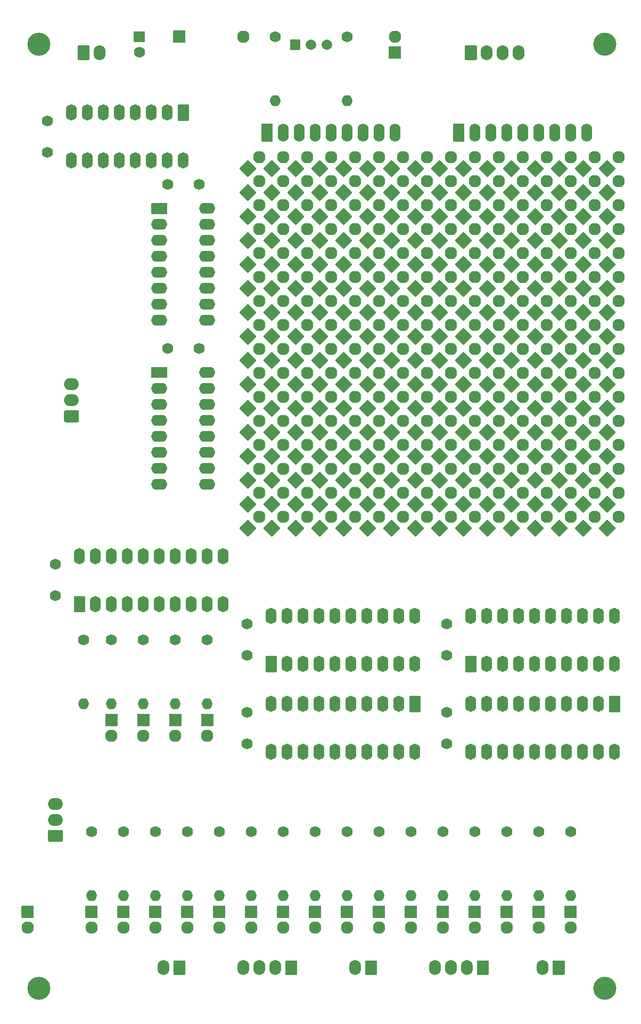
<source format=gbr>
G04 #@! TF.GenerationSoftware,KiCad,Pcbnew,(5.1.7)-1*
G04 #@! TF.CreationDate,2020-11-15T10:49:11+01:00*
G04 #@! TF.ProjectId,Steuerwerk,53746575-6572-4776-9572-6b2e6b696361,rev?*
G04 #@! TF.SameCoordinates,Original*
G04 #@! TF.FileFunction,Soldermask,Top*
G04 #@! TF.FilePolarity,Negative*
%FSLAX46Y46*%
G04 Gerber Fmt 4.6, Leading zero omitted, Abs format (unit mm)*
G04 Created by KiCad (PCBNEW (5.1.7)-1) date 2020-11-15 10:49:11*
%MOMM*%
%LPD*%
G01*
G04 APERTURE LIST*
%ADD10C,3.660000*%
%ADD11C,1.960000*%
%ADD12O,1.900000X2.350000*%
%ADD13O,1.760000X2.860000*%
%ADD14O,1.960000X1.960000*%
%ADD15C,1.660000*%
%ADD16O,2.560000X1.760000*%
%ADD17O,1.760000X2.560000*%
%ADD18O,1.760000X1.760000*%
%ADD19C,1.760000*%
%ADD20O,2.350000X1.900000*%
%ADD21C,0.100000*%
G04 APERTURE END LIST*
D10*
X46311000Y-38615998D03*
X136311000Y-38615998D03*
X136311000Y-188615998D03*
X46311000Y-188615998D03*
D11*
X138466000Y-113734947D03*
G36*
G01*
X136613380Y-116860359D02*
X135340588Y-115587567D01*
G75*
G02*
X135340588Y-115474429I56569J56569D01*
G01*
X136613380Y-114201637D01*
G75*
G02*
X136726518Y-114201637I56569J-56569D01*
G01*
X137999310Y-115474429D01*
G75*
G02*
X137999310Y-115587567I-56569J-56569D01*
G01*
X136726518Y-116860359D01*
G75*
G02*
X136613380Y-116860359I-56569J56569D01*
G01*
G37*
X134656000Y-113734947D03*
G36*
G01*
X132803380Y-116860359D02*
X131530588Y-115587567D01*
G75*
G02*
X131530588Y-115474429I56569J56569D01*
G01*
X132803380Y-114201637D01*
G75*
G02*
X132916518Y-114201637I56569J-56569D01*
G01*
X134189310Y-115474429D01*
G75*
G02*
X134189310Y-115587567I-56569J-56569D01*
G01*
X132916518Y-116860359D01*
G75*
G02*
X132803380Y-116860359I-56569J56569D01*
G01*
G37*
X138466000Y-109924947D03*
G36*
G01*
X136613380Y-113050359D02*
X135340588Y-111777567D01*
G75*
G02*
X135340588Y-111664429I56569J56569D01*
G01*
X136613380Y-110391637D01*
G75*
G02*
X136726518Y-110391637I56569J-56569D01*
G01*
X137999310Y-111664429D01*
G75*
G02*
X137999310Y-111777567I-56569J-56569D01*
G01*
X136726518Y-113050359D01*
G75*
G02*
X136613380Y-113050359I-56569J56569D01*
G01*
G37*
X134656000Y-109924947D03*
G36*
G01*
X132803380Y-113050359D02*
X131530588Y-111777567D01*
G75*
G02*
X131530588Y-111664429I56569J56569D01*
G01*
X132803380Y-110391637D01*
G75*
G02*
X132916518Y-110391637I56569J-56569D01*
G01*
X134189310Y-111664429D01*
G75*
G02*
X134189310Y-111777567I-56569J-56569D01*
G01*
X132916518Y-113050359D01*
G75*
G02*
X132803380Y-113050359I-56569J56569D01*
G01*
G37*
X138466000Y-106114947D03*
G36*
G01*
X136613380Y-109240359D02*
X135340588Y-107967567D01*
G75*
G02*
X135340588Y-107854429I56569J56569D01*
G01*
X136613380Y-106581637D01*
G75*
G02*
X136726518Y-106581637I56569J-56569D01*
G01*
X137999310Y-107854429D01*
G75*
G02*
X137999310Y-107967567I-56569J-56569D01*
G01*
X136726518Y-109240359D01*
G75*
G02*
X136613380Y-109240359I-56569J56569D01*
G01*
G37*
X134656000Y-106114947D03*
G36*
G01*
X132803380Y-109240359D02*
X131530588Y-107967567D01*
G75*
G02*
X131530588Y-107854429I56569J56569D01*
G01*
X132803380Y-106581637D01*
G75*
G02*
X132916518Y-106581637I56569J-56569D01*
G01*
X134189310Y-107854429D01*
G75*
G02*
X134189310Y-107967567I-56569J-56569D01*
G01*
X132916518Y-109240359D01*
G75*
G02*
X132803380Y-109240359I-56569J56569D01*
G01*
G37*
X138466000Y-102304947D03*
G36*
G01*
X136613380Y-105430359D02*
X135340588Y-104157567D01*
G75*
G02*
X135340588Y-104044429I56569J56569D01*
G01*
X136613380Y-102771637D01*
G75*
G02*
X136726518Y-102771637I56569J-56569D01*
G01*
X137999310Y-104044429D01*
G75*
G02*
X137999310Y-104157567I-56569J-56569D01*
G01*
X136726518Y-105430359D01*
G75*
G02*
X136613380Y-105430359I-56569J56569D01*
G01*
G37*
X134656000Y-102304947D03*
G36*
G01*
X132803380Y-105430359D02*
X131530588Y-104157567D01*
G75*
G02*
X131530588Y-104044429I56569J56569D01*
G01*
X132803380Y-102771637D01*
G75*
G02*
X132916518Y-102771637I56569J-56569D01*
G01*
X134189310Y-104044429D01*
G75*
G02*
X134189310Y-104157567I-56569J-56569D01*
G01*
X132916518Y-105430359D01*
G75*
G02*
X132803380Y-105430359I-56569J56569D01*
G01*
G37*
X138466000Y-98494947D03*
G36*
G01*
X136613380Y-101620359D02*
X135340588Y-100347567D01*
G75*
G02*
X135340588Y-100234429I56569J56569D01*
G01*
X136613380Y-98961637D01*
G75*
G02*
X136726518Y-98961637I56569J-56569D01*
G01*
X137999310Y-100234429D01*
G75*
G02*
X137999310Y-100347567I-56569J-56569D01*
G01*
X136726518Y-101620359D01*
G75*
G02*
X136613380Y-101620359I-56569J56569D01*
G01*
G37*
X134656000Y-98494947D03*
G36*
G01*
X132803380Y-101620359D02*
X131530588Y-100347567D01*
G75*
G02*
X131530588Y-100234429I56569J56569D01*
G01*
X132803380Y-98961637D01*
G75*
G02*
X132916518Y-98961637I56569J-56569D01*
G01*
X134189310Y-100234429D01*
G75*
G02*
X134189310Y-100347567I-56569J-56569D01*
G01*
X132916518Y-101620359D01*
G75*
G02*
X132803380Y-101620359I-56569J56569D01*
G01*
G37*
X138466000Y-94684947D03*
G36*
G01*
X136613380Y-97810359D02*
X135340588Y-96537567D01*
G75*
G02*
X135340588Y-96424429I56569J56569D01*
G01*
X136613380Y-95151637D01*
G75*
G02*
X136726518Y-95151637I56569J-56569D01*
G01*
X137999310Y-96424429D01*
G75*
G02*
X137999310Y-96537567I-56569J-56569D01*
G01*
X136726518Y-97810359D01*
G75*
G02*
X136613380Y-97810359I-56569J56569D01*
G01*
G37*
X134656000Y-94684947D03*
G36*
G01*
X132803380Y-97810359D02*
X131530588Y-96537567D01*
G75*
G02*
X131530588Y-96424429I56569J56569D01*
G01*
X132803380Y-95151637D01*
G75*
G02*
X132916518Y-95151637I56569J-56569D01*
G01*
X134189310Y-96424429D01*
G75*
G02*
X134189310Y-96537567I-56569J-56569D01*
G01*
X132916518Y-97810359D01*
G75*
G02*
X132803380Y-97810359I-56569J56569D01*
G01*
G37*
X138466000Y-90874947D03*
G36*
G01*
X136613380Y-94000359D02*
X135340588Y-92727567D01*
G75*
G02*
X135340588Y-92614429I56569J56569D01*
G01*
X136613380Y-91341637D01*
G75*
G02*
X136726518Y-91341637I56569J-56569D01*
G01*
X137999310Y-92614429D01*
G75*
G02*
X137999310Y-92727567I-56569J-56569D01*
G01*
X136726518Y-94000359D01*
G75*
G02*
X136613380Y-94000359I-56569J56569D01*
G01*
G37*
X134656000Y-90874947D03*
G36*
G01*
X132803380Y-94000359D02*
X131530588Y-92727567D01*
G75*
G02*
X131530588Y-92614429I56569J56569D01*
G01*
X132803380Y-91341637D01*
G75*
G02*
X132916518Y-91341637I56569J-56569D01*
G01*
X134189310Y-92614429D01*
G75*
G02*
X134189310Y-92727567I-56569J-56569D01*
G01*
X132916518Y-94000359D01*
G75*
G02*
X132803380Y-94000359I-56569J56569D01*
G01*
G37*
X138466000Y-87064947D03*
G36*
G01*
X136613380Y-90190359D02*
X135340588Y-88917567D01*
G75*
G02*
X135340588Y-88804429I56569J56569D01*
G01*
X136613380Y-87531637D01*
G75*
G02*
X136726518Y-87531637I56569J-56569D01*
G01*
X137999310Y-88804429D01*
G75*
G02*
X137999310Y-88917567I-56569J-56569D01*
G01*
X136726518Y-90190359D01*
G75*
G02*
X136613380Y-90190359I-56569J56569D01*
G01*
G37*
X134656000Y-87064947D03*
G36*
G01*
X132803380Y-90190359D02*
X131530588Y-88917567D01*
G75*
G02*
X131530588Y-88804429I56569J56569D01*
G01*
X132803380Y-87531637D01*
G75*
G02*
X132916518Y-87531637I56569J-56569D01*
G01*
X134189310Y-88804429D01*
G75*
G02*
X134189310Y-88917567I-56569J-56569D01*
G01*
X132916518Y-90190359D01*
G75*
G02*
X132803380Y-90190359I-56569J56569D01*
G01*
G37*
X138466000Y-83254947D03*
G36*
G01*
X136613380Y-86380359D02*
X135340588Y-85107567D01*
G75*
G02*
X135340588Y-84994429I56569J56569D01*
G01*
X136613380Y-83721637D01*
G75*
G02*
X136726518Y-83721637I56569J-56569D01*
G01*
X137999310Y-84994429D01*
G75*
G02*
X137999310Y-85107567I-56569J-56569D01*
G01*
X136726518Y-86380359D01*
G75*
G02*
X136613380Y-86380359I-56569J56569D01*
G01*
G37*
X134656000Y-83254947D03*
G36*
G01*
X132803380Y-86380359D02*
X131530588Y-85107567D01*
G75*
G02*
X131530588Y-84994429I56569J56569D01*
G01*
X132803380Y-83721637D01*
G75*
G02*
X132916518Y-83721637I56569J-56569D01*
G01*
X134189310Y-84994429D01*
G75*
G02*
X134189310Y-85107567I-56569J-56569D01*
G01*
X132916518Y-86380359D01*
G75*
G02*
X132803380Y-86380359I-56569J56569D01*
G01*
G37*
X138466000Y-79444947D03*
G36*
G01*
X136613380Y-82570359D02*
X135340588Y-81297567D01*
G75*
G02*
X135340588Y-81184429I56569J56569D01*
G01*
X136613380Y-79911637D01*
G75*
G02*
X136726518Y-79911637I56569J-56569D01*
G01*
X137999310Y-81184429D01*
G75*
G02*
X137999310Y-81297567I-56569J-56569D01*
G01*
X136726518Y-82570359D01*
G75*
G02*
X136613380Y-82570359I-56569J56569D01*
G01*
G37*
X134656000Y-79444947D03*
G36*
G01*
X132803380Y-82570359D02*
X131530588Y-81297567D01*
G75*
G02*
X131530588Y-81184429I56569J56569D01*
G01*
X132803380Y-79911637D01*
G75*
G02*
X132916518Y-79911637I56569J-56569D01*
G01*
X134189310Y-81184429D01*
G75*
G02*
X134189310Y-81297567I-56569J-56569D01*
G01*
X132916518Y-82570359D01*
G75*
G02*
X132803380Y-82570359I-56569J56569D01*
G01*
G37*
X138466000Y-75634947D03*
G36*
G01*
X136613380Y-78760359D02*
X135340588Y-77487567D01*
G75*
G02*
X135340588Y-77374429I56569J56569D01*
G01*
X136613380Y-76101637D01*
G75*
G02*
X136726518Y-76101637I56569J-56569D01*
G01*
X137999310Y-77374429D01*
G75*
G02*
X137999310Y-77487567I-56569J-56569D01*
G01*
X136726518Y-78760359D01*
G75*
G02*
X136613380Y-78760359I-56569J56569D01*
G01*
G37*
X134656000Y-75634947D03*
G36*
G01*
X132803380Y-78760359D02*
X131530588Y-77487567D01*
G75*
G02*
X131530588Y-77374429I56569J56569D01*
G01*
X132803380Y-76101637D01*
G75*
G02*
X132916518Y-76101637I56569J-56569D01*
G01*
X134189310Y-77374429D01*
G75*
G02*
X134189310Y-77487567I-56569J-56569D01*
G01*
X132916518Y-78760359D01*
G75*
G02*
X132803380Y-78760359I-56569J56569D01*
G01*
G37*
X138466000Y-71824947D03*
G36*
G01*
X136613380Y-74950359D02*
X135340588Y-73677567D01*
G75*
G02*
X135340588Y-73564429I56569J56569D01*
G01*
X136613380Y-72291637D01*
G75*
G02*
X136726518Y-72291637I56569J-56569D01*
G01*
X137999310Y-73564429D01*
G75*
G02*
X137999310Y-73677567I-56569J-56569D01*
G01*
X136726518Y-74950359D01*
G75*
G02*
X136613380Y-74950359I-56569J56569D01*
G01*
G37*
X134656000Y-71824947D03*
G36*
G01*
X132803380Y-74950359D02*
X131530588Y-73677567D01*
G75*
G02*
X131530588Y-73564429I56569J56569D01*
G01*
X132803380Y-72291637D01*
G75*
G02*
X132916518Y-72291637I56569J-56569D01*
G01*
X134189310Y-73564429D01*
G75*
G02*
X134189310Y-73677567I-56569J-56569D01*
G01*
X132916518Y-74950359D01*
G75*
G02*
X132803380Y-74950359I-56569J56569D01*
G01*
G37*
X138466000Y-68014947D03*
G36*
G01*
X136613380Y-71140359D02*
X135340588Y-69867567D01*
G75*
G02*
X135340588Y-69754429I56569J56569D01*
G01*
X136613380Y-68481637D01*
G75*
G02*
X136726518Y-68481637I56569J-56569D01*
G01*
X137999310Y-69754429D01*
G75*
G02*
X137999310Y-69867567I-56569J-56569D01*
G01*
X136726518Y-71140359D01*
G75*
G02*
X136613380Y-71140359I-56569J56569D01*
G01*
G37*
X134656000Y-68014947D03*
G36*
G01*
X132803380Y-71140359D02*
X131530588Y-69867567D01*
G75*
G02*
X131530588Y-69754429I56569J56569D01*
G01*
X132803380Y-68481637D01*
G75*
G02*
X132916518Y-68481637I56569J-56569D01*
G01*
X134189310Y-69754429D01*
G75*
G02*
X134189310Y-69867567I-56569J-56569D01*
G01*
X132916518Y-71140359D01*
G75*
G02*
X132803380Y-71140359I-56569J56569D01*
G01*
G37*
X130846000Y-113734947D03*
G36*
G01*
X128993380Y-116860359D02*
X127720588Y-115587567D01*
G75*
G02*
X127720588Y-115474429I56569J56569D01*
G01*
X128993380Y-114201637D01*
G75*
G02*
X129106518Y-114201637I56569J-56569D01*
G01*
X130379310Y-115474429D01*
G75*
G02*
X130379310Y-115587567I-56569J-56569D01*
G01*
X129106518Y-116860359D01*
G75*
G02*
X128993380Y-116860359I-56569J56569D01*
G01*
G37*
X130846000Y-106114947D03*
G36*
G01*
X128993380Y-109240359D02*
X127720588Y-107967567D01*
G75*
G02*
X127720588Y-107854429I56569J56569D01*
G01*
X128993380Y-106581637D01*
G75*
G02*
X129106518Y-106581637I56569J-56569D01*
G01*
X130379310Y-107854429D01*
G75*
G02*
X130379310Y-107967567I-56569J-56569D01*
G01*
X129106518Y-109240359D01*
G75*
G02*
X128993380Y-109240359I-56569J56569D01*
G01*
G37*
X130846000Y-102304947D03*
G36*
G01*
X128993380Y-105430359D02*
X127720588Y-104157567D01*
G75*
G02*
X127720588Y-104044429I56569J56569D01*
G01*
X128993380Y-102771637D01*
G75*
G02*
X129106518Y-102771637I56569J-56569D01*
G01*
X130379310Y-104044429D01*
G75*
G02*
X130379310Y-104157567I-56569J-56569D01*
G01*
X129106518Y-105430359D01*
G75*
G02*
X128993380Y-105430359I-56569J56569D01*
G01*
G37*
X130846000Y-98494947D03*
G36*
G01*
X128993380Y-101620359D02*
X127720588Y-100347567D01*
G75*
G02*
X127720588Y-100234429I56569J56569D01*
G01*
X128993380Y-98961637D01*
G75*
G02*
X129106518Y-98961637I56569J-56569D01*
G01*
X130379310Y-100234429D01*
G75*
G02*
X130379310Y-100347567I-56569J-56569D01*
G01*
X129106518Y-101620359D01*
G75*
G02*
X128993380Y-101620359I-56569J56569D01*
G01*
G37*
X130846000Y-94684947D03*
G36*
G01*
X128993380Y-97810359D02*
X127720588Y-96537567D01*
G75*
G02*
X127720588Y-96424429I56569J56569D01*
G01*
X128993380Y-95151637D01*
G75*
G02*
X129106518Y-95151637I56569J-56569D01*
G01*
X130379310Y-96424429D01*
G75*
G02*
X130379310Y-96537567I-56569J-56569D01*
G01*
X129106518Y-97810359D01*
G75*
G02*
X128993380Y-97810359I-56569J56569D01*
G01*
G37*
X130846000Y-90874947D03*
G36*
G01*
X128993380Y-94000359D02*
X127720588Y-92727567D01*
G75*
G02*
X127720588Y-92614429I56569J56569D01*
G01*
X128993380Y-91341637D01*
G75*
G02*
X129106518Y-91341637I56569J-56569D01*
G01*
X130379310Y-92614429D01*
G75*
G02*
X130379310Y-92727567I-56569J-56569D01*
G01*
X129106518Y-94000359D01*
G75*
G02*
X128993380Y-94000359I-56569J56569D01*
G01*
G37*
X130846000Y-87064947D03*
G36*
G01*
X128993380Y-90190359D02*
X127720588Y-88917567D01*
G75*
G02*
X127720588Y-88804429I56569J56569D01*
G01*
X128993380Y-87531637D01*
G75*
G02*
X129106518Y-87531637I56569J-56569D01*
G01*
X130379310Y-88804429D01*
G75*
G02*
X130379310Y-88917567I-56569J-56569D01*
G01*
X129106518Y-90190359D01*
G75*
G02*
X128993380Y-90190359I-56569J56569D01*
G01*
G37*
X130846000Y-83254947D03*
G36*
G01*
X128993380Y-86380359D02*
X127720588Y-85107567D01*
G75*
G02*
X127720588Y-84994429I56569J56569D01*
G01*
X128993380Y-83721637D01*
G75*
G02*
X129106518Y-83721637I56569J-56569D01*
G01*
X130379310Y-84994429D01*
G75*
G02*
X130379310Y-85107567I-56569J-56569D01*
G01*
X129106518Y-86380359D01*
G75*
G02*
X128993380Y-86380359I-56569J56569D01*
G01*
G37*
X130846000Y-79444947D03*
G36*
G01*
X128993380Y-82570359D02*
X127720588Y-81297567D01*
G75*
G02*
X127720588Y-81184429I56569J56569D01*
G01*
X128993380Y-79911637D01*
G75*
G02*
X129106518Y-79911637I56569J-56569D01*
G01*
X130379310Y-81184429D01*
G75*
G02*
X130379310Y-81297567I-56569J-56569D01*
G01*
X129106518Y-82570359D01*
G75*
G02*
X128993380Y-82570359I-56569J56569D01*
G01*
G37*
X130846000Y-75634947D03*
G36*
G01*
X128993380Y-78760359D02*
X127720588Y-77487567D01*
G75*
G02*
X127720588Y-77374429I56569J56569D01*
G01*
X128993380Y-76101637D01*
G75*
G02*
X129106518Y-76101637I56569J-56569D01*
G01*
X130379310Y-77374429D01*
G75*
G02*
X130379310Y-77487567I-56569J-56569D01*
G01*
X129106518Y-78760359D01*
G75*
G02*
X128993380Y-78760359I-56569J56569D01*
G01*
G37*
X130846000Y-71824947D03*
G36*
G01*
X128993380Y-74950359D02*
X127720588Y-73677567D01*
G75*
G02*
X127720588Y-73564429I56569J56569D01*
G01*
X128993380Y-72291637D01*
G75*
G02*
X129106518Y-72291637I56569J-56569D01*
G01*
X130379310Y-73564429D01*
G75*
G02*
X130379310Y-73677567I-56569J-56569D01*
G01*
X129106518Y-74950359D01*
G75*
G02*
X128993380Y-74950359I-56569J56569D01*
G01*
G37*
X130846000Y-68014947D03*
G36*
G01*
X128993380Y-71140359D02*
X127720588Y-69867567D01*
G75*
G02*
X127720588Y-69754429I56569J56569D01*
G01*
X128993380Y-68481637D01*
G75*
G02*
X129106518Y-68481637I56569J-56569D01*
G01*
X130379310Y-69754429D01*
G75*
G02*
X130379310Y-69867567I-56569J-56569D01*
G01*
X129106518Y-71140359D01*
G75*
G02*
X128993380Y-71140359I-56569J56569D01*
G01*
G37*
X127036000Y-113734947D03*
G36*
G01*
X125183380Y-116860359D02*
X123910588Y-115587567D01*
G75*
G02*
X123910588Y-115474429I56569J56569D01*
G01*
X125183380Y-114201637D01*
G75*
G02*
X125296518Y-114201637I56569J-56569D01*
G01*
X126569310Y-115474429D01*
G75*
G02*
X126569310Y-115587567I-56569J-56569D01*
G01*
X125296518Y-116860359D01*
G75*
G02*
X125183380Y-116860359I-56569J56569D01*
G01*
G37*
X127036000Y-109924947D03*
G36*
G01*
X125183380Y-113050359D02*
X123910588Y-111777567D01*
G75*
G02*
X123910588Y-111664429I56569J56569D01*
G01*
X125183380Y-110391637D01*
G75*
G02*
X125296518Y-110391637I56569J-56569D01*
G01*
X126569310Y-111664429D01*
G75*
G02*
X126569310Y-111777567I-56569J-56569D01*
G01*
X125296518Y-113050359D01*
G75*
G02*
X125183380Y-113050359I-56569J56569D01*
G01*
G37*
X127036000Y-106114947D03*
G36*
G01*
X125183380Y-109240359D02*
X123910588Y-107967567D01*
G75*
G02*
X123910588Y-107854429I56569J56569D01*
G01*
X125183380Y-106581637D01*
G75*
G02*
X125296518Y-106581637I56569J-56569D01*
G01*
X126569310Y-107854429D01*
G75*
G02*
X126569310Y-107967567I-56569J-56569D01*
G01*
X125296518Y-109240359D01*
G75*
G02*
X125183380Y-109240359I-56569J56569D01*
G01*
G37*
X127036000Y-98494947D03*
G36*
G01*
X125183380Y-101620359D02*
X123910588Y-100347567D01*
G75*
G02*
X123910588Y-100234429I56569J56569D01*
G01*
X125183380Y-98961637D01*
G75*
G02*
X125296518Y-98961637I56569J-56569D01*
G01*
X126569310Y-100234429D01*
G75*
G02*
X126569310Y-100347567I-56569J-56569D01*
G01*
X125296518Y-101620359D01*
G75*
G02*
X125183380Y-101620359I-56569J56569D01*
G01*
G37*
X127036000Y-94684947D03*
G36*
G01*
X125183380Y-97810359D02*
X123910588Y-96537567D01*
G75*
G02*
X123910588Y-96424429I56569J56569D01*
G01*
X125183380Y-95151637D01*
G75*
G02*
X125296518Y-95151637I56569J-56569D01*
G01*
X126569310Y-96424429D01*
G75*
G02*
X126569310Y-96537567I-56569J-56569D01*
G01*
X125296518Y-97810359D01*
G75*
G02*
X125183380Y-97810359I-56569J56569D01*
G01*
G37*
X127036000Y-87064947D03*
G36*
G01*
X125183380Y-90190359D02*
X123910588Y-88917567D01*
G75*
G02*
X123910588Y-88804429I56569J56569D01*
G01*
X125183380Y-87531637D01*
G75*
G02*
X125296518Y-87531637I56569J-56569D01*
G01*
X126569310Y-88804429D01*
G75*
G02*
X126569310Y-88917567I-56569J-56569D01*
G01*
X125296518Y-90190359D01*
G75*
G02*
X125183380Y-90190359I-56569J56569D01*
G01*
G37*
X127036000Y-83254947D03*
G36*
G01*
X125183380Y-86380359D02*
X123910588Y-85107567D01*
G75*
G02*
X123910588Y-84994429I56569J56569D01*
G01*
X125183380Y-83721637D01*
G75*
G02*
X125296518Y-83721637I56569J-56569D01*
G01*
X126569310Y-84994429D01*
G75*
G02*
X126569310Y-85107567I-56569J-56569D01*
G01*
X125296518Y-86380359D01*
G75*
G02*
X125183380Y-86380359I-56569J56569D01*
G01*
G37*
X127036000Y-79444947D03*
G36*
G01*
X125183380Y-82570359D02*
X123910588Y-81297567D01*
G75*
G02*
X123910588Y-81184429I56569J56569D01*
G01*
X125183380Y-79911637D01*
G75*
G02*
X125296518Y-79911637I56569J-56569D01*
G01*
X126569310Y-81184429D01*
G75*
G02*
X126569310Y-81297567I-56569J-56569D01*
G01*
X125296518Y-82570359D01*
G75*
G02*
X125183380Y-82570359I-56569J56569D01*
G01*
G37*
X127036000Y-71824947D03*
G36*
G01*
X125183380Y-74950359D02*
X123910588Y-73677567D01*
G75*
G02*
X123910588Y-73564429I56569J56569D01*
G01*
X125183380Y-72291637D01*
G75*
G02*
X125296518Y-72291637I56569J-56569D01*
G01*
X126569310Y-73564429D01*
G75*
G02*
X126569310Y-73677567I-56569J-56569D01*
G01*
X125296518Y-74950359D01*
G75*
G02*
X125183380Y-74950359I-56569J56569D01*
G01*
G37*
X127036000Y-68014947D03*
G36*
G01*
X125183380Y-71140359D02*
X123910588Y-69867567D01*
G75*
G02*
X123910588Y-69754429I56569J56569D01*
G01*
X125183380Y-68481637D01*
G75*
G02*
X125296518Y-68481637I56569J-56569D01*
G01*
X126569310Y-69754429D01*
G75*
G02*
X126569310Y-69867567I-56569J-56569D01*
G01*
X125296518Y-71140359D01*
G75*
G02*
X125183380Y-71140359I-56569J56569D01*
G01*
G37*
X123226000Y-113734947D03*
G36*
G01*
X121373380Y-116860359D02*
X120100588Y-115587567D01*
G75*
G02*
X120100588Y-115474429I56569J56569D01*
G01*
X121373380Y-114201637D01*
G75*
G02*
X121486518Y-114201637I56569J-56569D01*
G01*
X122759310Y-115474429D01*
G75*
G02*
X122759310Y-115587567I-56569J-56569D01*
G01*
X121486518Y-116860359D01*
G75*
G02*
X121373380Y-116860359I-56569J56569D01*
G01*
G37*
X119416000Y-113734947D03*
G36*
G01*
X117563380Y-116860359D02*
X116290588Y-115587567D01*
G75*
G02*
X116290588Y-115474429I56569J56569D01*
G01*
X117563380Y-114201637D01*
G75*
G02*
X117676518Y-114201637I56569J-56569D01*
G01*
X118949310Y-115474429D01*
G75*
G02*
X118949310Y-115587567I-56569J-56569D01*
G01*
X117676518Y-116860359D01*
G75*
G02*
X117563380Y-116860359I-56569J56569D01*
G01*
G37*
X119416000Y-109924947D03*
G36*
G01*
X117563380Y-113050359D02*
X116290588Y-111777567D01*
G75*
G02*
X116290588Y-111664429I56569J56569D01*
G01*
X117563380Y-110391637D01*
G75*
G02*
X117676518Y-110391637I56569J-56569D01*
G01*
X118949310Y-111664429D01*
G75*
G02*
X118949310Y-111777567I-56569J-56569D01*
G01*
X117676518Y-113050359D01*
G75*
G02*
X117563380Y-113050359I-56569J56569D01*
G01*
G37*
X119416000Y-106114947D03*
G36*
G01*
X117563380Y-109240359D02*
X116290588Y-107967567D01*
G75*
G02*
X116290588Y-107854429I56569J56569D01*
G01*
X117563380Y-106581637D01*
G75*
G02*
X117676518Y-106581637I56569J-56569D01*
G01*
X118949310Y-107854429D01*
G75*
G02*
X118949310Y-107967567I-56569J-56569D01*
G01*
X117676518Y-109240359D01*
G75*
G02*
X117563380Y-109240359I-56569J56569D01*
G01*
G37*
X119416000Y-102304947D03*
G36*
G01*
X117563380Y-105430359D02*
X116290588Y-104157567D01*
G75*
G02*
X116290588Y-104044429I56569J56569D01*
G01*
X117563380Y-102771637D01*
G75*
G02*
X117676518Y-102771637I56569J-56569D01*
G01*
X118949310Y-104044429D01*
G75*
G02*
X118949310Y-104157567I-56569J-56569D01*
G01*
X117676518Y-105430359D01*
G75*
G02*
X117563380Y-105430359I-56569J56569D01*
G01*
G37*
X119416000Y-98494947D03*
G36*
G01*
X117563380Y-101620359D02*
X116290588Y-100347567D01*
G75*
G02*
X116290588Y-100234429I56569J56569D01*
G01*
X117563380Y-98961637D01*
G75*
G02*
X117676518Y-98961637I56569J-56569D01*
G01*
X118949310Y-100234429D01*
G75*
G02*
X118949310Y-100347567I-56569J-56569D01*
G01*
X117676518Y-101620359D01*
G75*
G02*
X117563380Y-101620359I-56569J56569D01*
G01*
G37*
X119416000Y-94684947D03*
G36*
G01*
X117563380Y-97810359D02*
X116290588Y-96537567D01*
G75*
G02*
X116290588Y-96424429I56569J56569D01*
G01*
X117563380Y-95151637D01*
G75*
G02*
X117676518Y-95151637I56569J-56569D01*
G01*
X118949310Y-96424429D01*
G75*
G02*
X118949310Y-96537567I-56569J-56569D01*
G01*
X117676518Y-97810359D01*
G75*
G02*
X117563380Y-97810359I-56569J56569D01*
G01*
G37*
X119416000Y-90874947D03*
G36*
G01*
X117563380Y-94000359D02*
X116290588Y-92727567D01*
G75*
G02*
X116290588Y-92614429I56569J56569D01*
G01*
X117563380Y-91341637D01*
G75*
G02*
X117676518Y-91341637I56569J-56569D01*
G01*
X118949310Y-92614429D01*
G75*
G02*
X118949310Y-92727567I-56569J-56569D01*
G01*
X117676518Y-94000359D01*
G75*
G02*
X117563380Y-94000359I-56569J56569D01*
G01*
G37*
X119416000Y-87064947D03*
G36*
G01*
X117563380Y-90190359D02*
X116290588Y-88917567D01*
G75*
G02*
X116290588Y-88804429I56569J56569D01*
G01*
X117563380Y-87531637D01*
G75*
G02*
X117676518Y-87531637I56569J-56569D01*
G01*
X118949310Y-88804429D01*
G75*
G02*
X118949310Y-88917567I-56569J-56569D01*
G01*
X117676518Y-90190359D01*
G75*
G02*
X117563380Y-90190359I-56569J56569D01*
G01*
G37*
X119416000Y-83254947D03*
G36*
G01*
X117563380Y-86380359D02*
X116290588Y-85107567D01*
G75*
G02*
X116290588Y-84994429I56569J56569D01*
G01*
X117563380Y-83721637D01*
G75*
G02*
X117676518Y-83721637I56569J-56569D01*
G01*
X118949310Y-84994429D01*
G75*
G02*
X118949310Y-85107567I-56569J-56569D01*
G01*
X117676518Y-86380359D01*
G75*
G02*
X117563380Y-86380359I-56569J56569D01*
G01*
G37*
X119416000Y-79444947D03*
G36*
G01*
X117563380Y-82570359D02*
X116290588Y-81297567D01*
G75*
G02*
X116290588Y-81184429I56569J56569D01*
G01*
X117563380Y-79911637D01*
G75*
G02*
X117676518Y-79911637I56569J-56569D01*
G01*
X118949310Y-81184429D01*
G75*
G02*
X118949310Y-81297567I-56569J-56569D01*
G01*
X117676518Y-82570359D01*
G75*
G02*
X117563380Y-82570359I-56569J56569D01*
G01*
G37*
X119416000Y-75634947D03*
G36*
G01*
X117563380Y-78760359D02*
X116290588Y-77487567D01*
G75*
G02*
X116290588Y-77374429I56569J56569D01*
G01*
X117563380Y-76101637D01*
G75*
G02*
X117676518Y-76101637I56569J-56569D01*
G01*
X118949310Y-77374429D01*
G75*
G02*
X118949310Y-77487567I-56569J-56569D01*
G01*
X117676518Y-78760359D01*
G75*
G02*
X117563380Y-78760359I-56569J56569D01*
G01*
G37*
X119416000Y-71824947D03*
G36*
G01*
X117563380Y-74950359D02*
X116290588Y-73677567D01*
G75*
G02*
X116290588Y-73564429I56569J56569D01*
G01*
X117563380Y-72291637D01*
G75*
G02*
X117676518Y-72291637I56569J-56569D01*
G01*
X118949310Y-73564429D01*
G75*
G02*
X118949310Y-73677567I-56569J-56569D01*
G01*
X117676518Y-74950359D01*
G75*
G02*
X117563380Y-74950359I-56569J56569D01*
G01*
G37*
X119416000Y-68014947D03*
G36*
G01*
X117563380Y-71140359D02*
X116290588Y-69867567D01*
G75*
G02*
X116290588Y-69754429I56569J56569D01*
G01*
X117563380Y-68481637D01*
G75*
G02*
X117676518Y-68481637I56569J-56569D01*
G01*
X118949310Y-69754429D01*
G75*
G02*
X118949310Y-69867567I-56569J-56569D01*
G01*
X117676518Y-71140359D01*
G75*
G02*
X117563380Y-71140359I-56569J56569D01*
G01*
G37*
X115606000Y-113734947D03*
G36*
G01*
X113753380Y-116860359D02*
X112480588Y-115587567D01*
G75*
G02*
X112480588Y-115474429I56569J56569D01*
G01*
X113753380Y-114201637D01*
G75*
G02*
X113866518Y-114201637I56569J-56569D01*
G01*
X115139310Y-115474429D01*
G75*
G02*
X115139310Y-115587567I-56569J-56569D01*
G01*
X113866518Y-116860359D01*
G75*
G02*
X113753380Y-116860359I-56569J56569D01*
G01*
G37*
X115606000Y-109924947D03*
G36*
G01*
X113753380Y-113050359D02*
X112480588Y-111777567D01*
G75*
G02*
X112480588Y-111664429I56569J56569D01*
G01*
X113753380Y-110391637D01*
G75*
G02*
X113866518Y-110391637I56569J-56569D01*
G01*
X115139310Y-111664429D01*
G75*
G02*
X115139310Y-111777567I-56569J-56569D01*
G01*
X113866518Y-113050359D01*
G75*
G02*
X113753380Y-113050359I-56569J56569D01*
G01*
G37*
X115606000Y-106114947D03*
G36*
G01*
X113753380Y-109240359D02*
X112480588Y-107967567D01*
G75*
G02*
X112480588Y-107854429I56569J56569D01*
G01*
X113753380Y-106581637D01*
G75*
G02*
X113866518Y-106581637I56569J-56569D01*
G01*
X115139310Y-107854429D01*
G75*
G02*
X115139310Y-107967567I-56569J-56569D01*
G01*
X113866518Y-109240359D01*
G75*
G02*
X113753380Y-109240359I-56569J56569D01*
G01*
G37*
X115606000Y-102304947D03*
G36*
G01*
X113753380Y-105430359D02*
X112480588Y-104157567D01*
G75*
G02*
X112480588Y-104044429I56569J56569D01*
G01*
X113753380Y-102771637D01*
G75*
G02*
X113866518Y-102771637I56569J-56569D01*
G01*
X115139310Y-104044429D01*
G75*
G02*
X115139310Y-104157567I-56569J-56569D01*
G01*
X113866518Y-105430359D01*
G75*
G02*
X113753380Y-105430359I-56569J56569D01*
G01*
G37*
X115606000Y-98494947D03*
G36*
G01*
X113753380Y-101620359D02*
X112480588Y-100347567D01*
G75*
G02*
X112480588Y-100234429I56569J56569D01*
G01*
X113753380Y-98961637D01*
G75*
G02*
X113866518Y-98961637I56569J-56569D01*
G01*
X115139310Y-100234429D01*
G75*
G02*
X115139310Y-100347567I-56569J-56569D01*
G01*
X113866518Y-101620359D01*
G75*
G02*
X113753380Y-101620359I-56569J56569D01*
G01*
G37*
X115606000Y-94684947D03*
G36*
G01*
X113753380Y-97810359D02*
X112480588Y-96537567D01*
G75*
G02*
X112480588Y-96424429I56569J56569D01*
G01*
X113753380Y-95151637D01*
G75*
G02*
X113866518Y-95151637I56569J-56569D01*
G01*
X115139310Y-96424429D01*
G75*
G02*
X115139310Y-96537567I-56569J-56569D01*
G01*
X113866518Y-97810359D01*
G75*
G02*
X113753380Y-97810359I-56569J56569D01*
G01*
G37*
X115606000Y-90874947D03*
G36*
G01*
X113753380Y-94000359D02*
X112480588Y-92727567D01*
G75*
G02*
X112480588Y-92614429I56569J56569D01*
G01*
X113753380Y-91341637D01*
G75*
G02*
X113866518Y-91341637I56569J-56569D01*
G01*
X115139310Y-92614429D01*
G75*
G02*
X115139310Y-92727567I-56569J-56569D01*
G01*
X113866518Y-94000359D01*
G75*
G02*
X113753380Y-94000359I-56569J56569D01*
G01*
G37*
X115606000Y-87064947D03*
G36*
G01*
X113753380Y-90190359D02*
X112480588Y-88917567D01*
G75*
G02*
X112480588Y-88804429I56569J56569D01*
G01*
X113753380Y-87531637D01*
G75*
G02*
X113866518Y-87531637I56569J-56569D01*
G01*
X115139310Y-88804429D01*
G75*
G02*
X115139310Y-88917567I-56569J-56569D01*
G01*
X113866518Y-90190359D01*
G75*
G02*
X113753380Y-90190359I-56569J56569D01*
G01*
G37*
X115606000Y-83254947D03*
G36*
G01*
X113753380Y-86380359D02*
X112480588Y-85107567D01*
G75*
G02*
X112480588Y-84994429I56569J56569D01*
G01*
X113753380Y-83721637D01*
G75*
G02*
X113866518Y-83721637I56569J-56569D01*
G01*
X115139310Y-84994429D01*
G75*
G02*
X115139310Y-85107567I-56569J-56569D01*
G01*
X113866518Y-86380359D01*
G75*
G02*
X113753380Y-86380359I-56569J56569D01*
G01*
G37*
X115606000Y-79444947D03*
G36*
G01*
X113753380Y-82570359D02*
X112480588Y-81297567D01*
G75*
G02*
X112480588Y-81184429I56569J56569D01*
G01*
X113753380Y-79911637D01*
G75*
G02*
X113866518Y-79911637I56569J-56569D01*
G01*
X115139310Y-81184429D01*
G75*
G02*
X115139310Y-81297567I-56569J-56569D01*
G01*
X113866518Y-82570359D01*
G75*
G02*
X113753380Y-82570359I-56569J56569D01*
G01*
G37*
X115606000Y-75634947D03*
G36*
G01*
X113753380Y-78760359D02*
X112480588Y-77487567D01*
G75*
G02*
X112480588Y-77374429I56569J56569D01*
G01*
X113753380Y-76101637D01*
G75*
G02*
X113866518Y-76101637I56569J-56569D01*
G01*
X115139310Y-77374429D01*
G75*
G02*
X115139310Y-77487567I-56569J-56569D01*
G01*
X113866518Y-78760359D01*
G75*
G02*
X113753380Y-78760359I-56569J56569D01*
G01*
G37*
X115606000Y-71824947D03*
G36*
G01*
X113753380Y-74950359D02*
X112480588Y-73677567D01*
G75*
G02*
X112480588Y-73564429I56569J56569D01*
G01*
X113753380Y-72291637D01*
G75*
G02*
X113866518Y-72291637I56569J-56569D01*
G01*
X115139310Y-73564429D01*
G75*
G02*
X115139310Y-73677567I-56569J-56569D01*
G01*
X113866518Y-74950359D01*
G75*
G02*
X113753380Y-74950359I-56569J56569D01*
G01*
G37*
X115606000Y-68014947D03*
G36*
G01*
X113753380Y-71140359D02*
X112480588Y-69867567D01*
G75*
G02*
X112480588Y-69754429I56569J56569D01*
G01*
X113753380Y-68481637D01*
G75*
G02*
X113866518Y-68481637I56569J-56569D01*
G01*
X115139310Y-69754429D01*
G75*
G02*
X115139310Y-69867567I-56569J-56569D01*
G01*
X113866518Y-71140359D01*
G75*
G02*
X113753380Y-71140359I-56569J56569D01*
G01*
G37*
X111796000Y-113734947D03*
G36*
G01*
X109943380Y-116860359D02*
X108670588Y-115587567D01*
G75*
G02*
X108670588Y-115474429I56569J56569D01*
G01*
X109943380Y-114201637D01*
G75*
G02*
X110056518Y-114201637I56569J-56569D01*
G01*
X111329310Y-115474429D01*
G75*
G02*
X111329310Y-115587567I-56569J-56569D01*
G01*
X110056518Y-116860359D01*
G75*
G02*
X109943380Y-116860359I-56569J56569D01*
G01*
G37*
X111796000Y-109924947D03*
G36*
G01*
X109943380Y-113050359D02*
X108670588Y-111777567D01*
G75*
G02*
X108670588Y-111664429I56569J56569D01*
G01*
X109943380Y-110391637D01*
G75*
G02*
X110056518Y-110391637I56569J-56569D01*
G01*
X111329310Y-111664429D01*
G75*
G02*
X111329310Y-111777567I-56569J-56569D01*
G01*
X110056518Y-113050359D01*
G75*
G02*
X109943380Y-113050359I-56569J56569D01*
G01*
G37*
X111796000Y-106114947D03*
G36*
G01*
X109943380Y-109240359D02*
X108670588Y-107967567D01*
G75*
G02*
X108670588Y-107854429I56569J56569D01*
G01*
X109943380Y-106581637D01*
G75*
G02*
X110056518Y-106581637I56569J-56569D01*
G01*
X111329310Y-107854429D01*
G75*
G02*
X111329310Y-107967567I-56569J-56569D01*
G01*
X110056518Y-109240359D01*
G75*
G02*
X109943380Y-109240359I-56569J56569D01*
G01*
G37*
X111796000Y-102304947D03*
G36*
G01*
X109943380Y-105430359D02*
X108670588Y-104157567D01*
G75*
G02*
X108670588Y-104044429I56569J56569D01*
G01*
X109943380Y-102771637D01*
G75*
G02*
X110056518Y-102771637I56569J-56569D01*
G01*
X111329310Y-104044429D01*
G75*
G02*
X111329310Y-104157567I-56569J-56569D01*
G01*
X110056518Y-105430359D01*
G75*
G02*
X109943380Y-105430359I-56569J56569D01*
G01*
G37*
X111796000Y-94684947D03*
G36*
G01*
X109943380Y-97810359D02*
X108670588Y-96537567D01*
G75*
G02*
X108670588Y-96424429I56569J56569D01*
G01*
X109943380Y-95151637D01*
G75*
G02*
X110056518Y-95151637I56569J-56569D01*
G01*
X111329310Y-96424429D01*
G75*
G02*
X111329310Y-96537567I-56569J-56569D01*
G01*
X110056518Y-97810359D01*
G75*
G02*
X109943380Y-97810359I-56569J56569D01*
G01*
G37*
X111796000Y-90874947D03*
G36*
G01*
X109943380Y-94000359D02*
X108670588Y-92727567D01*
G75*
G02*
X108670588Y-92614429I56569J56569D01*
G01*
X109943380Y-91341637D01*
G75*
G02*
X110056518Y-91341637I56569J-56569D01*
G01*
X111329310Y-92614429D01*
G75*
G02*
X111329310Y-92727567I-56569J-56569D01*
G01*
X110056518Y-94000359D01*
G75*
G02*
X109943380Y-94000359I-56569J56569D01*
G01*
G37*
X111796000Y-87064947D03*
G36*
G01*
X109943380Y-90190359D02*
X108670588Y-88917567D01*
G75*
G02*
X108670588Y-88804429I56569J56569D01*
G01*
X109943380Y-87531637D01*
G75*
G02*
X110056518Y-87531637I56569J-56569D01*
G01*
X111329310Y-88804429D01*
G75*
G02*
X111329310Y-88917567I-56569J-56569D01*
G01*
X110056518Y-90190359D01*
G75*
G02*
X109943380Y-90190359I-56569J56569D01*
G01*
G37*
X111796000Y-83254947D03*
G36*
G01*
X109943380Y-86380359D02*
X108670588Y-85107567D01*
G75*
G02*
X108670588Y-84994429I56569J56569D01*
G01*
X109943380Y-83721637D01*
G75*
G02*
X110056518Y-83721637I56569J-56569D01*
G01*
X111329310Y-84994429D01*
G75*
G02*
X111329310Y-85107567I-56569J-56569D01*
G01*
X110056518Y-86380359D01*
G75*
G02*
X109943380Y-86380359I-56569J56569D01*
G01*
G37*
X111796000Y-79444947D03*
G36*
G01*
X109943380Y-82570359D02*
X108670588Y-81297567D01*
G75*
G02*
X108670588Y-81184429I56569J56569D01*
G01*
X109943380Y-79911637D01*
G75*
G02*
X110056518Y-79911637I56569J-56569D01*
G01*
X111329310Y-81184429D01*
G75*
G02*
X111329310Y-81297567I-56569J-56569D01*
G01*
X110056518Y-82570359D01*
G75*
G02*
X109943380Y-82570359I-56569J56569D01*
G01*
G37*
X111796000Y-75634947D03*
G36*
G01*
X109943380Y-78760359D02*
X108670588Y-77487567D01*
G75*
G02*
X108670588Y-77374429I56569J56569D01*
G01*
X109943380Y-76101637D01*
G75*
G02*
X110056518Y-76101637I56569J-56569D01*
G01*
X111329310Y-77374429D01*
G75*
G02*
X111329310Y-77487567I-56569J-56569D01*
G01*
X110056518Y-78760359D01*
G75*
G02*
X109943380Y-78760359I-56569J56569D01*
G01*
G37*
X111796000Y-71824947D03*
G36*
G01*
X109943380Y-74950359D02*
X108670588Y-73677567D01*
G75*
G02*
X108670588Y-73564429I56569J56569D01*
G01*
X109943380Y-72291637D01*
G75*
G02*
X110056518Y-72291637I56569J-56569D01*
G01*
X111329310Y-73564429D01*
G75*
G02*
X111329310Y-73677567I-56569J-56569D01*
G01*
X110056518Y-74950359D01*
G75*
G02*
X109943380Y-74950359I-56569J56569D01*
G01*
G37*
X111796000Y-68014947D03*
G36*
G01*
X109943380Y-71140359D02*
X108670588Y-69867567D01*
G75*
G02*
X108670588Y-69754429I56569J56569D01*
G01*
X109943380Y-68481637D01*
G75*
G02*
X110056518Y-68481637I56569J-56569D01*
G01*
X111329310Y-69754429D01*
G75*
G02*
X111329310Y-69867567I-56569J-56569D01*
G01*
X110056518Y-71140359D01*
G75*
G02*
X109943380Y-71140359I-56569J56569D01*
G01*
G37*
X138466000Y-64204947D03*
G36*
G01*
X136613380Y-67330359D02*
X135340588Y-66057567D01*
G75*
G02*
X135340588Y-65944429I56569J56569D01*
G01*
X136613380Y-64671637D01*
G75*
G02*
X136726518Y-64671637I56569J-56569D01*
G01*
X137999310Y-65944429D01*
G75*
G02*
X137999310Y-66057567I-56569J-56569D01*
G01*
X136726518Y-67330359D01*
G75*
G02*
X136613380Y-67330359I-56569J56569D01*
G01*
G37*
X134656000Y-64204947D03*
G36*
G01*
X132803380Y-67330359D02*
X131530588Y-66057567D01*
G75*
G02*
X131530588Y-65944429I56569J56569D01*
G01*
X132803380Y-64671637D01*
G75*
G02*
X132916518Y-64671637I56569J-56569D01*
G01*
X134189310Y-65944429D01*
G75*
G02*
X134189310Y-66057567I-56569J-56569D01*
G01*
X132916518Y-67330359D01*
G75*
G02*
X132803380Y-67330359I-56569J56569D01*
G01*
G37*
X130846000Y-64204947D03*
G36*
G01*
X128993380Y-67330359D02*
X127720588Y-66057567D01*
G75*
G02*
X127720588Y-65944429I56569J56569D01*
G01*
X128993380Y-64671637D01*
G75*
G02*
X129106518Y-64671637I56569J-56569D01*
G01*
X130379310Y-65944429D01*
G75*
G02*
X130379310Y-66057567I-56569J-56569D01*
G01*
X129106518Y-67330359D01*
G75*
G02*
X128993380Y-67330359I-56569J56569D01*
G01*
G37*
X127036000Y-64204947D03*
G36*
G01*
X125183380Y-67330359D02*
X123910588Y-66057567D01*
G75*
G02*
X123910588Y-65944429I56569J56569D01*
G01*
X125183380Y-64671637D01*
G75*
G02*
X125296518Y-64671637I56569J-56569D01*
G01*
X126569310Y-65944429D01*
G75*
G02*
X126569310Y-66057567I-56569J-56569D01*
G01*
X125296518Y-67330359D01*
G75*
G02*
X125183380Y-67330359I-56569J56569D01*
G01*
G37*
X123226000Y-64204947D03*
G36*
G01*
X121373380Y-67330359D02*
X120100588Y-66057567D01*
G75*
G02*
X120100588Y-65944429I56569J56569D01*
G01*
X121373380Y-64671637D01*
G75*
G02*
X121486518Y-64671637I56569J-56569D01*
G01*
X122759310Y-65944429D01*
G75*
G02*
X122759310Y-66057567I-56569J-56569D01*
G01*
X121486518Y-67330359D01*
G75*
G02*
X121373380Y-67330359I-56569J56569D01*
G01*
G37*
X119416000Y-64204947D03*
G36*
G01*
X117563380Y-67330359D02*
X116290588Y-66057567D01*
G75*
G02*
X116290588Y-65944429I56569J56569D01*
G01*
X117563380Y-64671637D01*
G75*
G02*
X117676518Y-64671637I56569J-56569D01*
G01*
X118949310Y-65944429D01*
G75*
G02*
X118949310Y-66057567I-56569J-56569D01*
G01*
X117676518Y-67330359D01*
G75*
G02*
X117563380Y-67330359I-56569J56569D01*
G01*
G37*
X111796000Y-64204947D03*
G36*
G01*
X109943380Y-67330359D02*
X108670588Y-66057567D01*
G75*
G02*
X108670588Y-65944429I56569J56569D01*
G01*
X109943380Y-64671637D01*
G75*
G02*
X110056518Y-64671637I56569J-56569D01*
G01*
X111329310Y-65944429D01*
G75*
G02*
X111329310Y-66057567I-56569J-56569D01*
G01*
X110056518Y-67330359D01*
G75*
G02*
X109943380Y-67330359I-56569J56569D01*
G01*
G37*
X138466000Y-60394947D03*
G36*
G01*
X136613380Y-63520359D02*
X135340588Y-62247567D01*
G75*
G02*
X135340588Y-62134429I56569J56569D01*
G01*
X136613380Y-60861637D01*
G75*
G02*
X136726518Y-60861637I56569J-56569D01*
G01*
X137999310Y-62134429D01*
G75*
G02*
X137999310Y-62247567I-56569J-56569D01*
G01*
X136726518Y-63520359D01*
G75*
G02*
X136613380Y-63520359I-56569J56569D01*
G01*
G37*
X134656000Y-60394947D03*
G36*
G01*
X132803380Y-63520359D02*
X131530588Y-62247567D01*
G75*
G02*
X131530588Y-62134429I56569J56569D01*
G01*
X132803380Y-60861637D01*
G75*
G02*
X132916518Y-60861637I56569J-56569D01*
G01*
X134189310Y-62134429D01*
G75*
G02*
X134189310Y-62247567I-56569J-56569D01*
G01*
X132916518Y-63520359D01*
G75*
G02*
X132803380Y-63520359I-56569J56569D01*
G01*
G37*
X130846000Y-60394947D03*
G36*
G01*
X128993380Y-63520359D02*
X127720588Y-62247567D01*
G75*
G02*
X127720588Y-62134429I56569J56569D01*
G01*
X128993380Y-60861637D01*
G75*
G02*
X129106518Y-60861637I56569J-56569D01*
G01*
X130379310Y-62134429D01*
G75*
G02*
X130379310Y-62247567I-56569J-56569D01*
G01*
X129106518Y-63520359D01*
G75*
G02*
X128993380Y-63520359I-56569J56569D01*
G01*
G37*
X127036000Y-60394947D03*
G36*
G01*
X125183380Y-63520359D02*
X123910588Y-62247567D01*
G75*
G02*
X123910588Y-62134429I56569J56569D01*
G01*
X125183380Y-60861637D01*
G75*
G02*
X125296518Y-60861637I56569J-56569D01*
G01*
X126569310Y-62134429D01*
G75*
G02*
X126569310Y-62247567I-56569J-56569D01*
G01*
X125296518Y-63520359D01*
G75*
G02*
X125183380Y-63520359I-56569J56569D01*
G01*
G37*
X123226000Y-60394947D03*
G36*
G01*
X121373380Y-63520359D02*
X120100588Y-62247567D01*
G75*
G02*
X120100588Y-62134429I56569J56569D01*
G01*
X121373380Y-60861637D01*
G75*
G02*
X121486518Y-60861637I56569J-56569D01*
G01*
X122759310Y-62134429D01*
G75*
G02*
X122759310Y-62247567I-56569J-56569D01*
G01*
X121486518Y-63520359D01*
G75*
G02*
X121373380Y-63520359I-56569J56569D01*
G01*
G37*
X111814051Y-60394947D03*
G36*
G01*
X109961431Y-63520359D02*
X108688639Y-62247567D01*
G75*
G02*
X108688639Y-62134429I56569J56569D01*
G01*
X109961431Y-60861637D01*
G75*
G02*
X110074569Y-60861637I56569J-56569D01*
G01*
X111347361Y-62134429D01*
G75*
G02*
X111347361Y-62247567I-56569J-56569D01*
G01*
X110074569Y-63520359D01*
G75*
G02*
X109961431Y-63520359I-56569J56569D01*
G01*
G37*
X138466000Y-56584947D03*
G36*
G01*
X136613380Y-59710359D02*
X135340588Y-58437567D01*
G75*
G02*
X135340588Y-58324429I56569J56569D01*
G01*
X136613380Y-57051637D01*
G75*
G02*
X136726518Y-57051637I56569J-56569D01*
G01*
X137999310Y-58324429D01*
G75*
G02*
X137999310Y-58437567I-56569J-56569D01*
G01*
X136726518Y-59710359D01*
G75*
G02*
X136613380Y-59710359I-56569J56569D01*
G01*
G37*
X134656000Y-56584947D03*
G36*
G01*
X132803380Y-59710359D02*
X131530588Y-58437567D01*
G75*
G02*
X131530588Y-58324429I56569J56569D01*
G01*
X132803380Y-57051637D01*
G75*
G02*
X132916518Y-57051637I56569J-56569D01*
G01*
X134189310Y-58324429D01*
G75*
G02*
X134189310Y-58437567I-56569J-56569D01*
G01*
X132916518Y-59710359D01*
G75*
G02*
X132803380Y-59710359I-56569J56569D01*
G01*
G37*
X130846000Y-56584947D03*
G36*
G01*
X128993380Y-59710359D02*
X127720588Y-58437567D01*
G75*
G02*
X127720588Y-58324429I56569J56569D01*
G01*
X128993380Y-57051637D01*
G75*
G02*
X129106518Y-57051637I56569J-56569D01*
G01*
X130379310Y-58324429D01*
G75*
G02*
X130379310Y-58437567I-56569J-56569D01*
G01*
X129106518Y-59710359D01*
G75*
G02*
X128993380Y-59710359I-56569J56569D01*
G01*
G37*
X127036000Y-56584947D03*
G36*
G01*
X125183380Y-59710359D02*
X123910588Y-58437567D01*
G75*
G02*
X123910588Y-58324429I56569J56569D01*
G01*
X125183380Y-57051637D01*
G75*
G02*
X125296518Y-57051637I56569J-56569D01*
G01*
X126569310Y-58324429D01*
G75*
G02*
X126569310Y-58437567I-56569J-56569D01*
G01*
X125296518Y-59710359D01*
G75*
G02*
X125183380Y-59710359I-56569J56569D01*
G01*
G37*
X123226000Y-56584947D03*
G36*
G01*
X121373380Y-59710359D02*
X120100588Y-58437567D01*
G75*
G02*
X120100588Y-58324429I56569J56569D01*
G01*
X121373380Y-57051637D01*
G75*
G02*
X121486518Y-57051637I56569J-56569D01*
G01*
X122759310Y-58324429D01*
G75*
G02*
X122759310Y-58437567I-56569J-56569D01*
G01*
X121486518Y-59710359D01*
G75*
G02*
X121373380Y-59710359I-56569J56569D01*
G01*
G37*
X119416000Y-56584947D03*
G36*
G01*
X117563380Y-59710359D02*
X116290588Y-58437567D01*
G75*
G02*
X116290588Y-58324429I56569J56569D01*
G01*
X117563380Y-57051637D01*
G75*
G02*
X117676518Y-57051637I56569J-56569D01*
G01*
X118949310Y-58324429D01*
G75*
G02*
X118949310Y-58437567I-56569J-56569D01*
G01*
X117676518Y-59710359D01*
G75*
G02*
X117563380Y-59710359I-56569J56569D01*
G01*
G37*
X111796000Y-56584947D03*
G36*
G01*
X109943380Y-59710359D02*
X108670588Y-58437567D01*
G75*
G02*
X108670588Y-58324429I56569J56569D01*
G01*
X109943380Y-57051637D01*
G75*
G02*
X110056518Y-57051637I56569J-56569D01*
G01*
X111329310Y-58324429D01*
G75*
G02*
X111329310Y-58437567I-56569J-56569D01*
G01*
X110056518Y-59710359D01*
G75*
G02*
X109943380Y-59710359I-56569J56569D01*
G01*
G37*
X130846000Y-109924947D03*
G36*
G01*
X128993380Y-113050359D02*
X127720588Y-111777567D01*
G75*
G02*
X127720588Y-111664429I56569J56569D01*
G01*
X128993380Y-110391637D01*
G75*
G02*
X129106518Y-110391637I56569J-56569D01*
G01*
X130379310Y-111664429D01*
G75*
G02*
X130379310Y-111777567I-56569J-56569D01*
G01*
X129106518Y-113050359D01*
G75*
G02*
X128993380Y-113050359I-56569J56569D01*
G01*
G37*
X123226000Y-109924947D03*
G36*
G01*
X121373380Y-113050359D02*
X120100588Y-111777567D01*
G75*
G02*
X120100588Y-111664429I56569J56569D01*
G01*
X121373380Y-110391637D01*
G75*
G02*
X121486518Y-110391637I56569J-56569D01*
G01*
X122759310Y-111664429D01*
G75*
G02*
X122759310Y-111777567I-56569J-56569D01*
G01*
X121486518Y-113050359D01*
G75*
G02*
X121373380Y-113050359I-56569J56569D01*
G01*
G37*
X88936000Y-109924947D03*
G36*
G01*
X87083380Y-113050359D02*
X85810588Y-111777567D01*
G75*
G02*
X85810588Y-111664429I56569J56569D01*
G01*
X87083380Y-110391637D01*
G75*
G02*
X87196518Y-110391637I56569J-56569D01*
G01*
X88469310Y-111664429D01*
G75*
G02*
X88469310Y-111777567I-56569J-56569D01*
G01*
X87196518Y-113050359D01*
G75*
G02*
X87083380Y-113050359I-56569J56569D01*
G01*
G37*
X81316000Y-109924947D03*
G36*
G01*
X79463380Y-113050359D02*
X78190588Y-111777567D01*
G75*
G02*
X78190588Y-111664429I56569J56569D01*
G01*
X79463380Y-110391637D01*
G75*
G02*
X79576518Y-110391637I56569J-56569D01*
G01*
X80849310Y-111664429D01*
G75*
G02*
X80849310Y-111777567I-56569J-56569D01*
G01*
X79576518Y-113050359D01*
G75*
G02*
X79463380Y-113050359I-56569J56569D01*
G01*
G37*
X123226000Y-106114947D03*
G36*
G01*
X121373380Y-109240359D02*
X120100588Y-107967567D01*
G75*
G02*
X120100588Y-107854429I56569J56569D01*
G01*
X121373380Y-106581637D01*
G75*
G02*
X121486518Y-106581637I56569J-56569D01*
G01*
X122759310Y-107854429D01*
G75*
G02*
X122759310Y-107967567I-56569J-56569D01*
G01*
X121486518Y-109240359D01*
G75*
G02*
X121373380Y-109240359I-56569J56569D01*
G01*
G37*
X88936000Y-106114947D03*
G36*
G01*
X87083380Y-109240359D02*
X85810588Y-107967567D01*
G75*
G02*
X85810588Y-107854429I56569J56569D01*
G01*
X87083380Y-106581637D01*
G75*
G02*
X87196518Y-106581637I56569J-56569D01*
G01*
X88469310Y-107854429D01*
G75*
G02*
X88469310Y-107967567I-56569J-56569D01*
G01*
X87196518Y-109240359D01*
G75*
G02*
X87083380Y-109240359I-56569J56569D01*
G01*
G37*
X127036000Y-102304947D03*
G36*
G01*
X125183380Y-105430359D02*
X123910588Y-104157567D01*
G75*
G02*
X123910588Y-104044429I56569J56569D01*
G01*
X125183380Y-102771637D01*
G75*
G02*
X125296518Y-102771637I56569J-56569D01*
G01*
X126569310Y-104044429D01*
G75*
G02*
X126569310Y-104157567I-56569J-56569D01*
G01*
X125296518Y-105430359D01*
G75*
G02*
X125183380Y-105430359I-56569J56569D01*
G01*
G37*
X123226000Y-102304947D03*
G36*
G01*
X121373380Y-105430359D02*
X120100588Y-104157567D01*
G75*
G02*
X120100588Y-104044429I56569J56569D01*
G01*
X121373380Y-102771637D01*
G75*
G02*
X121486518Y-102771637I56569J-56569D01*
G01*
X122759310Y-104044429D01*
G75*
G02*
X122759310Y-104157567I-56569J-56569D01*
G01*
X121486518Y-105430359D01*
G75*
G02*
X121373380Y-105430359I-56569J56569D01*
G01*
G37*
X123226000Y-98494947D03*
G36*
G01*
X121373380Y-101620359D02*
X120100588Y-100347567D01*
G75*
G02*
X120100588Y-100234429I56569J56569D01*
G01*
X121373380Y-98961637D01*
G75*
G02*
X121486518Y-98961637I56569J-56569D01*
G01*
X122759310Y-100234429D01*
G75*
G02*
X122759310Y-100347567I-56569J-56569D01*
G01*
X121486518Y-101620359D01*
G75*
G02*
X121373380Y-101620359I-56569J56569D01*
G01*
G37*
X111796000Y-98494947D03*
G36*
G01*
X109943380Y-101620359D02*
X108670588Y-100347567D01*
G75*
G02*
X108670588Y-100234429I56569J56569D01*
G01*
X109943380Y-98961637D01*
G75*
G02*
X110056518Y-98961637I56569J-56569D01*
G01*
X111329310Y-100234429D01*
G75*
G02*
X111329310Y-100347567I-56569J-56569D01*
G01*
X110056518Y-101620359D01*
G75*
G02*
X109943380Y-101620359I-56569J56569D01*
G01*
G37*
X81316000Y-98494947D03*
G36*
G01*
X79463380Y-101620359D02*
X78190588Y-100347567D01*
G75*
G02*
X78190588Y-100234429I56569J56569D01*
G01*
X79463380Y-98961637D01*
G75*
G02*
X79576518Y-98961637I56569J-56569D01*
G01*
X80849310Y-100234429D01*
G75*
G02*
X80849310Y-100347567I-56569J-56569D01*
G01*
X79576518Y-101620359D01*
G75*
G02*
X79463380Y-101620359I-56569J56569D01*
G01*
G37*
X123226000Y-94684947D03*
G36*
G01*
X121373380Y-97810359D02*
X120100588Y-96537567D01*
G75*
G02*
X120100588Y-96424429I56569J56569D01*
G01*
X121373380Y-95151637D01*
G75*
G02*
X121486518Y-95151637I56569J-56569D01*
G01*
X122759310Y-96424429D01*
G75*
G02*
X122759310Y-96537567I-56569J-56569D01*
G01*
X121486518Y-97810359D01*
G75*
G02*
X121373380Y-97810359I-56569J56569D01*
G01*
G37*
X107986000Y-94684947D03*
G36*
G01*
X106133380Y-97810359D02*
X104860588Y-96537567D01*
G75*
G02*
X104860588Y-96424429I56569J56569D01*
G01*
X106133380Y-95151637D01*
G75*
G02*
X106246518Y-95151637I56569J-56569D01*
G01*
X107519310Y-96424429D01*
G75*
G02*
X107519310Y-96537567I-56569J-56569D01*
G01*
X106246518Y-97810359D01*
G75*
G02*
X106133380Y-97810359I-56569J56569D01*
G01*
G37*
X92746000Y-94684947D03*
G36*
G01*
X90893380Y-97810359D02*
X89620588Y-96537567D01*
G75*
G02*
X89620588Y-96424429I56569J56569D01*
G01*
X90893380Y-95151637D01*
G75*
G02*
X91006518Y-95151637I56569J-56569D01*
G01*
X92279310Y-96424429D01*
G75*
G02*
X92279310Y-96537567I-56569J-56569D01*
G01*
X91006518Y-97810359D01*
G75*
G02*
X90893380Y-97810359I-56569J56569D01*
G01*
G37*
X81316000Y-94684947D03*
G36*
G01*
X79463380Y-97810359D02*
X78190588Y-96537567D01*
G75*
G02*
X78190588Y-96424429I56569J56569D01*
G01*
X79463380Y-95151637D01*
G75*
G02*
X79576518Y-95151637I56569J-56569D01*
G01*
X80849310Y-96424429D01*
G75*
G02*
X80849310Y-96537567I-56569J-56569D01*
G01*
X79576518Y-97810359D01*
G75*
G02*
X79463380Y-97810359I-56569J56569D01*
G01*
G37*
X127036000Y-90874947D03*
G36*
G01*
X125183380Y-94000359D02*
X123910588Y-92727567D01*
G75*
G02*
X123910588Y-92614429I56569J56569D01*
G01*
X125183380Y-91341637D01*
G75*
G02*
X125296518Y-91341637I56569J-56569D01*
G01*
X126569310Y-92614429D01*
G75*
G02*
X126569310Y-92727567I-56569J-56569D01*
G01*
X125296518Y-94000359D01*
G75*
G02*
X125183380Y-94000359I-56569J56569D01*
G01*
G37*
X123226000Y-90874947D03*
G36*
G01*
X121373380Y-94000359D02*
X120100588Y-92727567D01*
G75*
G02*
X120100588Y-92614429I56569J56569D01*
G01*
X121373380Y-91341637D01*
G75*
G02*
X121486518Y-91341637I56569J-56569D01*
G01*
X122759310Y-92614429D01*
G75*
G02*
X122759310Y-92727567I-56569J-56569D01*
G01*
X121486518Y-94000359D01*
G75*
G02*
X121373380Y-94000359I-56569J56569D01*
G01*
G37*
X100366000Y-90874947D03*
G36*
G01*
X98513380Y-94000359D02*
X97240588Y-92727567D01*
G75*
G02*
X97240588Y-92614429I56569J56569D01*
G01*
X98513380Y-91341637D01*
G75*
G02*
X98626518Y-91341637I56569J-56569D01*
G01*
X99899310Y-92614429D01*
G75*
G02*
X99899310Y-92727567I-56569J-56569D01*
G01*
X98626518Y-94000359D01*
G75*
G02*
X98513380Y-94000359I-56569J56569D01*
G01*
G37*
X123226000Y-87064947D03*
G36*
G01*
X121373380Y-90190359D02*
X120100588Y-88917567D01*
G75*
G02*
X120100588Y-88804429I56569J56569D01*
G01*
X121373380Y-87531637D01*
G75*
G02*
X121486518Y-87531637I56569J-56569D01*
G01*
X122759310Y-88804429D01*
G75*
G02*
X122759310Y-88917567I-56569J-56569D01*
G01*
X121486518Y-90190359D01*
G75*
G02*
X121373380Y-90190359I-56569J56569D01*
G01*
G37*
X104176000Y-87064947D03*
G36*
G01*
X102323380Y-90190359D02*
X101050588Y-88917567D01*
G75*
G02*
X101050588Y-88804429I56569J56569D01*
G01*
X102323380Y-87531637D01*
G75*
G02*
X102436518Y-87531637I56569J-56569D01*
G01*
X103709310Y-88804429D01*
G75*
G02*
X103709310Y-88917567I-56569J-56569D01*
G01*
X102436518Y-90190359D01*
G75*
G02*
X102323380Y-90190359I-56569J56569D01*
G01*
G37*
X88936000Y-87064947D03*
G36*
G01*
X87083380Y-90190359D02*
X85810588Y-88917567D01*
G75*
G02*
X85810588Y-88804429I56569J56569D01*
G01*
X87083380Y-87531637D01*
G75*
G02*
X87196518Y-87531637I56569J-56569D01*
G01*
X88469310Y-88804429D01*
G75*
G02*
X88469310Y-88917567I-56569J-56569D01*
G01*
X87196518Y-90190359D01*
G75*
G02*
X87083380Y-90190359I-56569J56569D01*
G01*
G37*
X123226000Y-83254947D03*
G36*
G01*
X121373380Y-86380359D02*
X120100588Y-85107567D01*
G75*
G02*
X120100588Y-84994429I56569J56569D01*
G01*
X121373380Y-83721637D01*
G75*
G02*
X121486518Y-83721637I56569J-56569D01*
G01*
X122759310Y-84994429D01*
G75*
G02*
X122759310Y-85107567I-56569J-56569D01*
G01*
X121486518Y-86380359D01*
G75*
G02*
X121373380Y-86380359I-56569J56569D01*
G01*
G37*
X123226000Y-79444947D03*
G36*
G01*
X121373380Y-82570359D02*
X120100588Y-81297567D01*
G75*
G02*
X120100588Y-81184429I56569J56569D01*
G01*
X121373380Y-79911637D01*
G75*
G02*
X121486518Y-79911637I56569J-56569D01*
G01*
X122759310Y-81184429D01*
G75*
G02*
X122759310Y-81297567I-56569J-56569D01*
G01*
X121486518Y-82570359D01*
G75*
G02*
X121373380Y-82570359I-56569J56569D01*
G01*
G37*
X107986000Y-79444947D03*
G36*
G01*
X106133380Y-82570359D02*
X104860588Y-81297567D01*
G75*
G02*
X104860588Y-81184429I56569J56569D01*
G01*
X106133380Y-79911637D01*
G75*
G02*
X106246518Y-79911637I56569J-56569D01*
G01*
X107519310Y-81184429D01*
G75*
G02*
X107519310Y-81297567I-56569J-56569D01*
G01*
X106246518Y-82570359D01*
G75*
G02*
X106133380Y-82570359I-56569J56569D01*
G01*
G37*
X92746000Y-79444947D03*
G36*
G01*
X90893380Y-82570359D02*
X89620588Y-81297567D01*
G75*
G02*
X89620588Y-81184429I56569J56569D01*
G01*
X90893380Y-79911637D01*
G75*
G02*
X91006518Y-79911637I56569J-56569D01*
G01*
X92279310Y-81184429D01*
G75*
G02*
X92279310Y-81297567I-56569J-56569D01*
G01*
X91006518Y-82570359D01*
G75*
G02*
X90893380Y-82570359I-56569J56569D01*
G01*
G37*
X127036000Y-75634947D03*
G36*
G01*
X125183380Y-78760359D02*
X123910588Y-77487567D01*
G75*
G02*
X123910588Y-77374429I56569J56569D01*
G01*
X125183380Y-76101637D01*
G75*
G02*
X125296518Y-76101637I56569J-56569D01*
G01*
X126569310Y-77374429D01*
G75*
G02*
X126569310Y-77487567I-56569J-56569D01*
G01*
X125296518Y-78760359D01*
G75*
G02*
X125183380Y-78760359I-56569J56569D01*
G01*
G37*
X123226000Y-75634947D03*
G36*
G01*
X121373380Y-78760359D02*
X120100588Y-77487567D01*
G75*
G02*
X120100588Y-77374429I56569J56569D01*
G01*
X121373380Y-76101637D01*
G75*
G02*
X121486518Y-76101637I56569J-56569D01*
G01*
X122759310Y-77374429D01*
G75*
G02*
X122759310Y-77487567I-56569J-56569D01*
G01*
X121486518Y-78760359D01*
G75*
G02*
X121373380Y-78760359I-56569J56569D01*
G01*
G37*
X96556000Y-75634947D03*
G36*
G01*
X94703380Y-78760359D02*
X93430588Y-77487567D01*
G75*
G02*
X93430588Y-77374429I56569J56569D01*
G01*
X94703380Y-76101637D01*
G75*
G02*
X94816518Y-76101637I56569J-56569D01*
G01*
X96089310Y-77374429D01*
G75*
G02*
X96089310Y-77487567I-56569J-56569D01*
G01*
X94816518Y-78760359D01*
G75*
G02*
X94703380Y-78760359I-56569J56569D01*
G01*
G37*
X123226000Y-71824947D03*
G36*
G01*
X121373380Y-74950359D02*
X120100588Y-73677567D01*
G75*
G02*
X120100588Y-73564429I56569J56569D01*
G01*
X121373380Y-72291637D01*
G75*
G02*
X121486518Y-72291637I56569J-56569D01*
G01*
X122759310Y-73564429D01*
G75*
G02*
X122759310Y-73677567I-56569J-56569D01*
G01*
X121486518Y-74950359D01*
G75*
G02*
X121373380Y-74950359I-56569J56569D01*
G01*
G37*
X104176000Y-71824947D03*
G36*
G01*
X102323380Y-74950359D02*
X101050588Y-73677567D01*
G75*
G02*
X101050588Y-73564429I56569J56569D01*
G01*
X102323380Y-72291637D01*
G75*
G02*
X102436518Y-72291637I56569J-56569D01*
G01*
X103709310Y-73564429D01*
G75*
G02*
X103709310Y-73677567I-56569J-56569D01*
G01*
X102436518Y-74950359D01*
G75*
G02*
X102323380Y-74950359I-56569J56569D01*
G01*
G37*
X88936000Y-71824947D03*
G36*
G01*
X87083380Y-74950359D02*
X85810588Y-73677567D01*
G75*
G02*
X85810588Y-73564429I56569J56569D01*
G01*
X87083380Y-72291637D01*
G75*
G02*
X87196518Y-72291637I56569J-56569D01*
G01*
X88469310Y-73564429D01*
G75*
G02*
X88469310Y-73677567I-56569J-56569D01*
G01*
X87196518Y-74950359D01*
G75*
G02*
X87083380Y-74950359I-56569J56569D01*
G01*
G37*
X123226000Y-68014947D03*
G36*
G01*
X121373380Y-71140359D02*
X120100588Y-69867567D01*
G75*
G02*
X120100588Y-69754429I56569J56569D01*
G01*
X121373380Y-68481637D01*
G75*
G02*
X121486518Y-68481637I56569J-56569D01*
G01*
X122759310Y-69754429D01*
G75*
G02*
X122759310Y-69867567I-56569J-56569D01*
G01*
X121486518Y-71140359D01*
G75*
G02*
X121373380Y-71140359I-56569J56569D01*
G01*
G37*
X81316000Y-79444947D03*
G36*
G01*
X79463380Y-82570359D02*
X78190588Y-81297567D01*
G75*
G02*
X78190588Y-81184429I56569J56569D01*
G01*
X79463380Y-79911637D01*
G75*
G02*
X79576518Y-79911637I56569J-56569D01*
G01*
X80849310Y-81184429D01*
G75*
G02*
X80849310Y-81297567I-56569J-56569D01*
G01*
X79576518Y-82570359D01*
G75*
G02*
X79463380Y-82570359I-56569J56569D01*
G01*
G37*
X115606000Y-64204947D03*
G36*
G01*
X113753380Y-67330359D02*
X112480588Y-66057567D01*
G75*
G02*
X112480588Y-65944429I56569J56569D01*
G01*
X113753380Y-64671637D01*
G75*
G02*
X113866518Y-64671637I56569J-56569D01*
G01*
X115139310Y-65944429D01*
G75*
G02*
X115139310Y-66057567I-56569J-56569D01*
G01*
X113866518Y-67330359D01*
G75*
G02*
X113753380Y-67330359I-56569J56569D01*
G01*
G37*
X88936000Y-64204947D03*
G36*
G01*
X87083380Y-67330359D02*
X85810588Y-66057567D01*
G75*
G02*
X85810588Y-65944429I56569J56569D01*
G01*
X87083380Y-64671637D01*
G75*
G02*
X87196518Y-64671637I56569J-56569D01*
G01*
X88469310Y-65944429D01*
G75*
G02*
X88469310Y-66057567I-56569J-56569D01*
G01*
X87196518Y-67330359D01*
G75*
G02*
X87083380Y-67330359I-56569J56569D01*
G01*
G37*
X85126000Y-64204947D03*
G36*
G01*
X83273380Y-67330359D02*
X82000588Y-66057567D01*
G75*
G02*
X82000588Y-65944429I56569J56569D01*
G01*
X83273380Y-64671637D01*
G75*
G02*
X83386518Y-64671637I56569J-56569D01*
G01*
X84659310Y-65944429D01*
G75*
G02*
X84659310Y-66057567I-56569J-56569D01*
G01*
X83386518Y-67330359D01*
G75*
G02*
X83273380Y-67330359I-56569J56569D01*
G01*
G37*
X119416000Y-60394947D03*
G36*
G01*
X117563380Y-63520359D02*
X116290588Y-62247567D01*
G75*
G02*
X116290588Y-62134429I56569J56569D01*
G01*
X117563380Y-60861637D01*
G75*
G02*
X117676518Y-60861637I56569J-56569D01*
G01*
X118949310Y-62134429D01*
G75*
G02*
X118949310Y-62247567I-56569J-56569D01*
G01*
X117676518Y-63520359D01*
G75*
G02*
X117563380Y-63520359I-56569J56569D01*
G01*
G37*
X115606000Y-60394947D03*
G36*
G01*
X113753380Y-63520359D02*
X112480588Y-62247567D01*
G75*
G02*
X112480588Y-62134429I56569J56569D01*
G01*
X113753380Y-60861637D01*
G75*
G02*
X113866518Y-60861637I56569J-56569D01*
G01*
X115139310Y-62134429D01*
G75*
G02*
X115139310Y-62247567I-56569J-56569D01*
G01*
X113866518Y-63520359D01*
G75*
G02*
X113753380Y-63520359I-56569J56569D01*
G01*
G37*
X115606000Y-56584947D03*
G36*
G01*
X113753380Y-59710359D02*
X112480588Y-58437567D01*
G75*
G02*
X112480588Y-58324429I56569J56569D01*
G01*
X113753380Y-57051637D01*
G75*
G02*
X113866518Y-57051637I56569J-56569D01*
G01*
X115139310Y-58324429D01*
G75*
G02*
X115139310Y-58437567I-56569J-56569D01*
G01*
X113866518Y-59710359D01*
G75*
G02*
X113753380Y-59710359I-56569J56569D01*
G01*
G37*
X88936000Y-60394947D03*
G36*
G01*
X87083380Y-63520359D02*
X85810588Y-62247567D01*
G75*
G02*
X85810588Y-62134429I56569J56569D01*
G01*
X87083380Y-60861637D01*
G75*
G02*
X87196518Y-60861637I56569J-56569D01*
G01*
X88469310Y-62134429D01*
G75*
G02*
X88469310Y-62247567I-56569J-56569D01*
G01*
X87196518Y-63520359D01*
G75*
G02*
X87083380Y-63520359I-56569J56569D01*
G01*
G37*
X107986000Y-113734947D03*
G36*
G01*
X106133380Y-116860359D02*
X104860588Y-115587567D01*
G75*
G02*
X104860588Y-115474429I56569J56569D01*
G01*
X106133380Y-114201637D01*
G75*
G02*
X106246518Y-114201637I56569J-56569D01*
G01*
X107519310Y-115474429D01*
G75*
G02*
X107519310Y-115587567I-56569J-56569D01*
G01*
X106246518Y-116860359D01*
G75*
G02*
X106133380Y-116860359I-56569J56569D01*
G01*
G37*
X104176000Y-113734947D03*
G36*
G01*
X102323380Y-116860359D02*
X101050588Y-115587567D01*
G75*
G02*
X101050588Y-115474429I56569J56569D01*
G01*
X102323380Y-114201637D01*
G75*
G02*
X102436518Y-114201637I56569J-56569D01*
G01*
X103709310Y-115474429D01*
G75*
G02*
X103709310Y-115587567I-56569J-56569D01*
G01*
X102436518Y-116860359D01*
G75*
G02*
X102323380Y-116860359I-56569J56569D01*
G01*
G37*
X100366000Y-113734947D03*
G36*
G01*
X98513380Y-116860359D02*
X97240588Y-115587567D01*
G75*
G02*
X97240588Y-115474429I56569J56569D01*
G01*
X98513380Y-114201637D01*
G75*
G02*
X98626518Y-114201637I56569J-56569D01*
G01*
X99899310Y-115474429D01*
G75*
G02*
X99899310Y-115587567I-56569J-56569D01*
G01*
X98626518Y-116860359D01*
G75*
G02*
X98513380Y-116860359I-56569J56569D01*
G01*
G37*
X96556000Y-113734947D03*
G36*
G01*
X94703380Y-116860359D02*
X93430588Y-115587567D01*
G75*
G02*
X93430588Y-115474429I56569J56569D01*
G01*
X94703380Y-114201637D01*
G75*
G02*
X94816518Y-114201637I56569J-56569D01*
G01*
X96089310Y-115474429D01*
G75*
G02*
X96089310Y-115587567I-56569J-56569D01*
G01*
X94816518Y-116860359D01*
G75*
G02*
X94703380Y-116860359I-56569J56569D01*
G01*
G37*
X92746000Y-113734947D03*
G36*
G01*
X90893380Y-116860359D02*
X89620588Y-115587567D01*
G75*
G02*
X89620588Y-115474429I56569J56569D01*
G01*
X90893380Y-114201637D01*
G75*
G02*
X91006518Y-114201637I56569J-56569D01*
G01*
X92279310Y-115474429D01*
G75*
G02*
X92279310Y-115587567I-56569J-56569D01*
G01*
X91006518Y-116860359D01*
G75*
G02*
X90893380Y-116860359I-56569J56569D01*
G01*
G37*
X88936000Y-113734947D03*
G36*
G01*
X87083380Y-116860359D02*
X85810588Y-115587567D01*
G75*
G02*
X85810588Y-115474429I56569J56569D01*
G01*
X87083380Y-114201637D01*
G75*
G02*
X87196518Y-114201637I56569J-56569D01*
G01*
X88469310Y-115474429D01*
G75*
G02*
X88469310Y-115587567I-56569J-56569D01*
G01*
X87196518Y-116860359D01*
G75*
G02*
X87083380Y-116860359I-56569J56569D01*
G01*
G37*
X85126000Y-113734947D03*
G36*
G01*
X83273380Y-116860359D02*
X82000588Y-115587567D01*
G75*
G02*
X82000588Y-115474429I56569J56569D01*
G01*
X83273380Y-114201637D01*
G75*
G02*
X83386518Y-114201637I56569J-56569D01*
G01*
X84659310Y-115474429D01*
G75*
G02*
X84659310Y-115587567I-56569J-56569D01*
G01*
X83386518Y-116860359D01*
G75*
G02*
X83273380Y-116860359I-56569J56569D01*
G01*
G37*
X81316000Y-113734947D03*
G36*
G01*
X79463380Y-116860359D02*
X78190588Y-115587567D01*
G75*
G02*
X78190588Y-115474429I56569J56569D01*
G01*
X79463380Y-114201637D01*
G75*
G02*
X79576518Y-114201637I56569J-56569D01*
G01*
X80849310Y-115474429D01*
G75*
G02*
X80849310Y-115587567I-56569J-56569D01*
G01*
X79576518Y-116860359D01*
G75*
G02*
X79463380Y-116860359I-56569J56569D01*
G01*
G37*
X107986000Y-109924947D03*
G36*
G01*
X106133380Y-113050359D02*
X104860588Y-111777567D01*
G75*
G02*
X104860588Y-111664429I56569J56569D01*
G01*
X106133380Y-110391637D01*
G75*
G02*
X106246518Y-110391637I56569J-56569D01*
G01*
X107519310Y-111664429D01*
G75*
G02*
X107519310Y-111777567I-56569J-56569D01*
G01*
X106246518Y-113050359D01*
G75*
G02*
X106133380Y-113050359I-56569J56569D01*
G01*
G37*
X104176000Y-109924947D03*
G36*
G01*
X102323380Y-113050359D02*
X101050588Y-111777567D01*
G75*
G02*
X101050588Y-111664429I56569J56569D01*
G01*
X102323380Y-110391637D01*
G75*
G02*
X102436518Y-110391637I56569J-56569D01*
G01*
X103709310Y-111664429D01*
G75*
G02*
X103709310Y-111777567I-56569J-56569D01*
G01*
X102436518Y-113050359D01*
G75*
G02*
X102323380Y-113050359I-56569J56569D01*
G01*
G37*
X100366000Y-109924947D03*
G36*
G01*
X98513380Y-113050359D02*
X97240588Y-111777567D01*
G75*
G02*
X97240588Y-111664429I56569J56569D01*
G01*
X98513380Y-110391637D01*
G75*
G02*
X98626518Y-110391637I56569J-56569D01*
G01*
X99899310Y-111664429D01*
G75*
G02*
X99899310Y-111777567I-56569J-56569D01*
G01*
X98626518Y-113050359D01*
G75*
G02*
X98513380Y-113050359I-56569J56569D01*
G01*
G37*
X96556000Y-109924947D03*
G36*
G01*
X94703380Y-113050359D02*
X93430588Y-111777567D01*
G75*
G02*
X93430588Y-111664429I56569J56569D01*
G01*
X94703380Y-110391637D01*
G75*
G02*
X94816518Y-110391637I56569J-56569D01*
G01*
X96089310Y-111664429D01*
G75*
G02*
X96089310Y-111777567I-56569J-56569D01*
G01*
X94816518Y-113050359D01*
G75*
G02*
X94703380Y-113050359I-56569J56569D01*
G01*
G37*
X92746000Y-109924947D03*
G36*
G01*
X90893380Y-113050359D02*
X89620588Y-111777567D01*
G75*
G02*
X89620588Y-111664429I56569J56569D01*
G01*
X90893380Y-110391637D01*
G75*
G02*
X91006518Y-110391637I56569J-56569D01*
G01*
X92279310Y-111664429D01*
G75*
G02*
X92279310Y-111777567I-56569J-56569D01*
G01*
X91006518Y-113050359D01*
G75*
G02*
X90893380Y-113050359I-56569J56569D01*
G01*
G37*
X85126000Y-109924947D03*
G36*
G01*
X83273380Y-113050359D02*
X82000588Y-111777567D01*
G75*
G02*
X82000588Y-111664429I56569J56569D01*
G01*
X83273380Y-110391637D01*
G75*
G02*
X83386518Y-110391637I56569J-56569D01*
G01*
X84659310Y-111664429D01*
G75*
G02*
X84659310Y-111777567I-56569J-56569D01*
G01*
X83386518Y-113050359D01*
G75*
G02*
X83273380Y-113050359I-56569J56569D01*
G01*
G37*
X107986000Y-106114947D03*
G36*
G01*
X106133380Y-109240359D02*
X104860588Y-107967567D01*
G75*
G02*
X104860588Y-107854429I56569J56569D01*
G01*
X106133380Y-106581637D01*
G75*
G02*
X106246518Y-106581637I56569J-56569D01*
G01*
X107519310Y-107854429D01*
G75*
G02*
X107519310Y-107967567I-56569J-56569D01*
G01*
X106246518Y-109240359D01*
G75*
G02*
X106133380Y-109240359I-56569J56569D01*
G01*
G37*
X104176000Y-106114947D03*
G36*
G01*
X102323380Y-109240359D02*
X101050588Y-107967567D01*
G75*
G02*
X101050588Y-107854429I56569J56569D01*
G01*
X102323380Y-106581637D01*
G75*
G02*
X102436518Y-106581637I56569J-56569D01*
G01*
X103709310Y-107854429D01*
G75*
G02*
X103709310Y-107967567I-56569J-56569D01*
G01*
X102436518Y-109240359D01*
G75*
G02*
X102323380Y-109240359I-56569J56569D01*
G01*
G37*
X100366000Y-106114947D03*
G36*
G01*
X98513380Y-109240359D02*
X97240588Y-107967567D01*
G75*
G02*
X97240588Y-107854429I56569J56569D01*
G01*
X98513380Y-106581637D01*
G75*
G02*
X98626518Y-106581637I56569J-56569D01*
G01*
X99899310Y-107854429D01*
G75*
G02*
X99899310Y-107967567I-56569J-56569D01*
G01*
X98626518Y-109240359D01*
G75*
G02*
X98513380Y-109240359I-56569J56569D01*
G01*
G37*
X96556000Y-106114947D03*
G36*
G01*
X94703380Y-109240359D02*
X93430588Y-107967567D01*
G75*
G02*
X93430588Y-107854429I56569J56569D01*
G01*
X94703380Y-106581637D01*
G75*
G02*
X94816518Y-106581637I56569J-56569D01*
G01*
X96089310Y-107854429D01*
G75*
G02*
X96089310Y-107967567I-56569J-56569D01*
G01*
X94816518Y-109240359D01*
G75*
G02*
X94703380Y-109240359I-56569J56569D01*
G01*
G37*
X92746000Y-106114947D03*
G36*
G01*
X90893380Y-109240359D02*
X89620588Y-107967567D01*
G75*
G02*
X89620588Y-107854429I56569J56569D01*
G01*
X90893380Y-106581637D01*
G75*
G02*
X91006518Y-106581637I56569J-56569D01*
G01*
X92279310Y-107854429D01*
G75*
G02*
X92279310Y-107967567I-56569J-56569D01*
G01*
X91006518Y-109240359D01*
G75*
G02*
X90893380Y-109240359I-56569J56569D01*
G01*
G37*
X85126000Y-106114947D03*
G36*
G01*
X83273380Y-109240359D02*
X82000588Y-107967567D01*
G75*
G02*
X82000588Y-107854429I56569J56569D01*
G01*
X83273380Y-106581637D01*
G75*
G02*
X83386518Y-106581637I56569J-56569D01*
G01*
X84659310Y-107854429D01*
G75*
G02*
X84659310Y-107967567I-56569J-56569D01*
G01*
X83386518Y-109240359D01*
G75*
G02*
X83273380Y-109240359I-56569J56569D01*
G01*
G37*
X81316000Y-106114947D03*
G36*
G01*
X79463380Y-109240359D02*
X78190588Y-107967567D01*
G75*
G02*
X78190588Y-107854429I56569J56569D01*
G01*
X79463380Y-106581637D01*
G75*
G02*
X79576518Y-106581637I56569J-56569D01*
G01*
X80849310Y-107854429D01*
G75*
G02*
X80849310Y-107967567I-56569J-56569D01*
G01*
X79576518Y-109240359D01*
G75*
G02*
X79463380Y-109240359I-56569J56569D01*
G01*
G37*
X107986000Y-102304947D03*
G36*
G01*
X106133380Y-105430359D02*
X104860588Y-104157567D01*
G75*
G02*
X104860588Y-104044429I56569J56569D01*
G01*
X106133380Y-102771637D01*
G75*
G02*
X106246518Y-102771637I56569J-56569D01*
G01*
X107519310Y-104044429D01*
G75*
G02*
X107519310Y-104157567I-56569J-56569D01*
G01*
X106246518Y-105430359D01*
G75*
G02*
X106133380Y-105430359I-56569J56569D01*
G01*
G37*
X104176000Y-102304947D03*
G36*
G01*
X102323380Y-105430359D02*
X101050588Y-104157567D01*
G75*
G02*
X101050588Y-104044429I56569J56569D01*
G01*
X102323380Y-102771637D01*
G75*
G02*
X102436518Y-102771637I56569J-56569D01*
G01*
X103709310Y-104044429D01*
G75*
G02*
X103709310Y-104157567I-56569J-56569D01*
G01*
X102436518Y-105430359D01*
G75*
G02*
X102323380Y-105430359I-56569J56569D01*
G01*
G37*
X100366000Y-102304947D03*
G36*
G01*
X98513380Y-105430359D02*
X97240588Y-104157567D01*
G75*
G02*
X97240588Y-104044429I56569J56569D01*
G01*
X98513380Y-102771637D01*
G75*
G02*
X98626518Y-102771637I56569J-56569D01*
G01*
X99899310Y-104044429D01*
G75*
G02*
X99899310Y-104157567I-56569J-56569D01*
G01*
X98626518Y-105430359D01*
G75*
G02*
X98513380Y-105430359I-56569J56569D01*
G01*
G37*
X96556000Y-102304947D03*
G36*
G01*
X94703380Y-105430359D02*
X93430588Y-104157567D01*
G75*
G02*
X93430588Y-104044429I56569J56569D01*
G01*
X94703380Y-102771637D01*
G75*
G02*
X94816518Y-102771637I56569J-56569D01*
G01*
X96089310Y-104044429D01*
G75*
G02*
X96089310Y-104157567I-56569J-56569D01*
G01*
X94816518Y-105430359D01*
G75*
G02*
X94703380Y-105430359I-56569J56569D01*
G01*
G37*
X92746000Y-102304947D03*
G36*
G01*
X90893380Y-105430359D02*
X89620588Y-104157567D01*
G75*
G02*
X89620588Y-104044429I56569J56569D01*
G01*
X90893380Y-102771637D01*
G75*
G02*
X91006518Y-102771637I56569J-56569D01*
G01*
X92279310Y-104044429D01*
G75*
G02*
X92279310Y-104157567I-56569J-56569D01*
G01*
X91006518Y-105430359D01*
G75*
G02*
X90893380Y-105430359I-56569J56569D01*
G01*
G37*
X88936000Y-102304947D03*
G36*
G01*
X87083380Y-105430359D02*
X85810588Y-104157567D01*
G75*
G02*
X85810588Y-104044429I56569J56569D01*
G01*
X87083380Y-102771637D01*
G75*
G02*
X87196518Y-102771637I56569J-56569D01*
G01*
X88469310Y-104044429D01*
G75*
G02*
X88469310Y-104157567I-56569J-56569D01*
G01*
X87196518Y-105430359D01*
G75*
G02*
X87083380Y-105430359I-56569J56569D01*
G01*
G37*
X85126000Y-102304947D03*
G36*
G01*
X83273380Y-105430359D02*
X82000588Y-104157567D01*
G75*
G02*
X82000588Y-104044429I56569J56569D01*
G01*
X83273380Y-102771637D01*
G75*
G02*
X83386518Y-102771637I56569J-56569D01*
G01*
X84659310Y-104044429D01*
G75*
G02*
X84659310Y-104157567I-56569J-56569D01*
G01*
X83386518Y-105430359D01*
G75*
G02*
X83273380Y-105430359I-56569J56569D01*
G01*
G37*
X81316000Y-102304947D03*
G36*
G01*
X79463380Y-105430359D02*
X78190588Y-104157567D01*
G75*
G02*
X78190588Y-104044429I56569J56569D01*
G01*
X79463380Y-102771637D01*
G75*
G02*
X79576518Y-102771637I56569J-56569D01*
G01*
X80849310Y-104044429D01*
G75*
G02*
X80849310Y-104157567I-56569J-56569D01*
G01*
X79576518Y-105430359D01*
G75*
G02*
X79463380Y-105430359I-56569J56569D01*
G01*
G37*
X107986000Y-98494947D03*
G36*
G01*
X106133380Y-101620359D02*
X104860588Y-100347567D01*
G75*
G02*
X104860588Y-100234429I56569J56569D01*
G01*
X106133380Y-98961637D01*
G75*
G02*
X106246518Y-98961637I56569J-56569D01*
G01*
X107519310Y-100234429D01*
G75*
G02*
X107519310Y-100347567I-56569J-56569D01*
G01*
X106246518Y-101620359D01*
G75*
G02*
X106133380Y-101620359I-56569J56569D01*
G01*
G37*
X104176000Y-98494947D03*
G36*
G01*
X102323380Y-101620359D02*
X101050588Y-100347567D01*
G75*
G02*
X101050588Y-100234429I56569J56569D01*
G01*
X102323380Y-98961637D01*
G75*
G02*
X102436518Y-98961637I56569J-56569D01*
G01*
X103709310Y-100234429D01*
G75*
G02*
X103709310Y-100347567I-56569J-56569D01*
G01*
X102436518Y-101620359D01*
G75*
G02*
X102323380Y-101620359I-56569J56569D01*
G01*
G37*
X100366000Y-98494947D03*
G36*
G01*
X98513380Y-101620359D02*
X97240588Y-100347567D01*
G75*
G02*
X97240588Y-100234429I56569J56569D01*
G01*
X98513380Y-98961637D01*
G75*
G02*
X98626518Y-98961637I56569J-56569D01*
G01*
X99899310Y-100234429D01*
G75*
G02*
X99899310Y-100347567I-56569J-56569D01*
G01*
X98626518Y-101620359D01*
G75*
G02*
X98513380Y-101620359I-56569J56569D01*
G01*
G37*
X96556000Y-98494947D03*
G36*
G01*
X94703380Y-101620359D02*
X93430588Y-100347567D01*
G75*
G02*
X93430588Y-100234429I56569J56569D01*
G01*
X94703380Y-98961637D01*
G75*
G02*
X94816518Y-98961637I56569J-56569D01*
G01*
X96089310Y-100234429D01*
G75*
G02*
X96089310Y-100347567I-56569J-56569D01*
G01*
X94816518Y-101620359D01*
G75*
G02*
X94703380Y-101620359I-56569J56569D01*
G01*
G37*
X92746000Y-98494947D03*
G36*
G01*
X90893380Y-101620359D02*
X89620588Y-100347567D01*
G75*
G02*
X89620588Y-100234429I56569J56569D01*
G01*
X90893380Y-98961637D01*
G75*
G02*
X91006518Y-98961637I56569J-56569D01*
G01*
X92279310Y-100234429D01*
G75*
G02*
X92279310Y-100347567I-56569J-56569D01*
G01*
X91006518Y-101620359D01*
G75*
G02*
X90893380Y-101620359I-56569J56569D01*
G01*
G37*
X88936000Y-98494947D03*
G36*
G01*
X87083380Y-101620359D02*
X85810588Y-100347567D01*
G75*
G02*
X85810588Y-100234429I56569J56569D01*
G01*
X87083380Y-98961637D01*
G75*
G02*
X87196518Y-98961637I56569J-56569D01*
G01*
X88469310Y-100234429D01*
G75*
G02*
X88469310Y-100347567I-56569J-56569D01*
G01*
X87196518Y-101620359D01*
G75*
G02*
X87083380Y-101620359I-56569J56569D01*
G01*
G37*
X85126000Y-98494947D03*
G36*
G01*
X83273380Y-101620359D02*
X82000588Y-100347567D01*
G75*
G02*
X82000588Y-100234429I56569J56569D01*
G01*
X83273380Y-98961637D01*
G75*
G02*
X83386518Y-98961637I56569J-56569D01*
G01*
X84659310Y-100234429D01*
G75*
G02*
X84659310Y-100347567I-56569J-56569D01*
G01*
X83386518Y-101620359D01*
G75*
G02*
X83273380Y-101620359I-56569J56569D01*
G01*
G37*
X104176000Y-94684947D03*
G36*
G01*
X102323380Y-97810359D02*
X101050588Y-96537567D01*
G75*
G02*
X101050588Y-96424429I56569J56569D01*
G01*
X102323380Y-95151637D01*
G75*
G02*
X102436518Y-95151637I56569J-56569D01*
G01*
X103709310Y-96424429D01*
G75*
G02*
X103709310Y-96537567I-56569J-56569D01*
G01*
X102436518Y-97810359D01*
G75*
G02*
X102323380Y-97810359I-56569J56569D01*
G01*
G37*
X100366000Y-94684947D03*
G36*
G01*
X98513380Y-97810359D02*
X97240588Y-96537567D01*
G75*
G02*
X97240588Y-96424429I56569J56569D01*
G01*
X98513380Y-95151637D01*
G75*
G02*
X98626518Y-95151637I56569J-56569D01*
G01*
X99899310Y-96424429D01*
G75*
G02*
X99899310Y-96537567I-56569J-56569D01*
G01*
X98626518Y-97810359D01*
G75*
G02*
X98513380Y-97810359I-56569J56569D01*
G01*
G37*
X96556000Y-94684947D03*
G36*
G01*
X94703380Y-97810359D02*
X93430588Y-96537567D01*
G75*
G02*
X93430588Y-96424429I56569J56569D01*
G01*
X94703380Y-95151637D01*
G75*
G02*
X94816518Y-95151637I56569J-56569D01*
G01*
X96089310Y-96424429D01*
G75*
G02*
X96089310Y-96537567I-56569J-56569D01*
G01*
X94816518Y-97810359D01*
G75*
G02*
X94703380Y-97810359I-56569J56569D01*
G01*
G37*
X88936000Y-94684947D03*
G36*
G01*
X87083380Y-97810359D02*
X85810588Y-96537567D01*
G75*
G02*
X85810588Y-96424429I56569J56569D01*
G01*
X87083380Y-95151637D01*
G75*
G02*
X87196518Y-95151637I56569J-56569D01*
G01*
X88469310Y-96424429D01*
G75*
G02*
X88469310Y-96537567I-56569J-56569D01*
G01*
X87196518Y-97810359D01*
G75*
G02*
X87083380Y-97810359I-56569J56569D01*
G01*
G37*
X85126000Y-94684947D03*
G36*
G01*
X83273380Y-97810359D02*
X82000588Y-96537567D01*
G75*
G02*
X82000588Y-96424429I56569J56569D01*
G01*
X83273380Y-95151637D01*
G75*
G02*
X83386518Y-95151637I56569J-56569D01*
G01*
X84659310Y-96424429D01*
G75*
G02*
X84659310Y-96537567I-56569J-56569D01*
G01*
X83386518Y-97810359D01*
G75*
G02*
X83273380Y-97810359I-56569J56569D01*
G01*
G37*
X107986000Y-90874947D03*
G36*
G01*
X106133380Y-94000359D02*
X104860588Y-92727567D01*
G75*
G02*
X104860588Y-92614429I56569J56569D01*
G01*
X106133380Y-91341637D01*
G75*
G02*
X106246518Y-91341637I56569J-56569D01*
G01*
X107519310Y-92614429D01*
G75*
G02*
X107519310Y-92727567I-56569J-56569D01*
G01*
X106246518Y-94000359D01*
G75*
G02*
X106133380Y-94000359I-56569J56569D01*
G01*
G37*
X104176000Y-90874947D03*
G36*
G01*
X102323380Y-94000359D02*
X101050588Y-92727567D01*
G75*
G02*
X101050588Y-92614429I56569J56569D01*
G01*
X102323380Y-91341637D01*
G75*
G02*
X102436518Y-91341637I56569J-56569D01*
G01*
X103709310Y-92614429D01*
G75*
G02*
X103709310Y-92727567I-56569J-56569D01*
G01*
X102436518Y-94000359D01*
G75*
G02*
X102323380Y-94000359I-56569J56569D01*
G01*
G37*
X96574051Y-90874947D03*
G36*
G01*
X94721431Y-94000359D02*
X93448639Y-92727567D01*
G75*
G02*
X93448639Y-92614429I56569J56569D01*
G01*
X94721431Y-91341637D01*
G75*
G02*
X94834569Y-91341637I56569J-56569D01*
G01*
X96107361Y-92614429D01*
G75*
G02*
X96107361Y-92727567I-56569J-56569D01*
G01*
X94834569Y-94000359D01*
G75*
G02*
X94721431Y-94000359I-56569J56569D01*
G01*
G37*
X92746000Y-90874947D03*
G36*
G01*
X90893380Y-94000359D02*
X89620588Y-92727567D01*
G75*
G02*
X89620588Y-92614429I56569J56569D01*
G01*
X90893380Y-91341637D01*
G75*
G02*
X91006518Y-91341637I56569J-56569D01*
G01*
X92279310Y-92614429D01*
G75*
G02*
X92279310Y-92727567I-56569J-56569D01*
G01*
X91006518Y-94000359D01*
G75*
G02*
X90893380Y-94000359I-56569J56569D01*
G01*
G37*
X88936000Y-90874947D03*
G36*
G01*
X87083380Y-94000359D02*
X85810588Y-92727567D01*
G75*
G02*
X85810588Y-92614429I56569J56569D01*
G01*
X87083380Y-91341637D01*
G75*
G02*
X87196518Y-91341637I56569J-56569D01*
G01*
X88469310Y-92614429D01*
G75*
G02*
X88469310Y-92727567I-56569J-56569D01*
G01*
X87196518Y-94000359D01*
G75*
G02*
X87083380Y-94000359I-56569J56569D01*
G01*
G37*
X85126000Y-90874947D03*
G36*
G01*
X83273380Y-94000359D02*
X82000588Y-92727567D01*
G75*
G02*
X82000588Y-92614429I56569J56569D01*
G01*
X83273380Y-91341637D01*
G75*
G02*
X83386518Y-91341637I56569J-56569D01*
G01*
X84659310Y-92614429D01*
G75*
G02*
X84659310Y-92727567I-56569J-56569D01*
G01*
X83386518Y-94000359D01*
G75*
G02*
X83273380Y-94000359I-56569J56569D01*
G01*
G37*
X81316000Y-90874947D03*
G36*
G01*
X79463380Y-94000359D02*
X78190588Y-92727567D01*
G75*
G02*
X78190588Y-92614429I56569J56569D01*
G01*
X79463380Y-91341637D01*
G75*
G02*
X79576518Y-91341637I56569J-56569D01*
G01*
X80849310Y-92614429D01*
G75*
G02*
X80849310Y-92727567I-56569J-56569D01*
G01*
X79576518Y-94000359D01*
G75*
G02*
X79463380Y-94000359I-56569J56569D01*
G01*
G37*
X107986000Y-87064947D03*
G36*
G01*
X106133380Y-90190359D02*
X104860588Y-88917567D01*
G75*
G02*
X104860588Y-88804429I56569J56569D01*
G01*
X106133380Y-87531637D01*
G75*
G02*
X106246518Y-87531637I56569J-56569D01*
G01*
X107519310Y-88804429D01*
G75*
G02*
X107519310Y-88917567I-56569J-56569D01*
G01*
X106246518Y-90190359D01*
G75*
G02*
X106133380Y-90190359I-56569J56569D01*
G01*
G37*
X100366000Y-87064947D03*
G36*
G01*
X98513380Y-90190359D02*
X97240588Y-88917567D01*
G75*
G02*
X97240588Y-88804429I56569J56569D01*
G01*
X98513380Y-87531637D01*
G75*
G02*
X98626518Y-87531637I56569J-56569D01*
G01*
X99899310Y-88804429D01*
G75*
G02*
X99899310Y-88917567I-56569J-56569D01*
G01*
X98626518Y-90190359D01*
G75*
G02*
X98513380Y-90190359I-56569J56569D01*
G01*
G37*
X96556000Y-87064947D03*
G36*
G01*
X94703380Y-90190359D02*
X93430588Y-88917567D01*
G75*
G02*
X93430588Y-88804429I56569J56569D01*
G01*
X94703380Y-87531637D01*
G75*
G02*
X94816518Y-87531637I56569J-56569D01*
G01*
X96089310Y-88804429D01*
G75*
G02*
X96089310Y-88917567I-56569J-56569D01*
G01*
X94816518Y-90190359D01*
G75*
G02*
X94703380Y-90190359I-56569J56569D01*
G01*
G37*
X92746000Y-87064947D03*
G36*
G01*
X90893380Y-90190359D02*
X89620588Y-88917567D01*
G75*
G02*
X89620588Y-88804429I56569J56569D01*
G01*
X90893380Y-87531637D01*
G75*
G02*
X91006518Y-87531637I56569J-56569D01*
G01*
X92279310Y-88804429D01*
G75*
G02*
X92279310Y-88917567I-56569J-56569D01*
G01*
X91006518Y-90190359D01*
G75*
G02*
X90893380Y-90190359I-56569J56569D01*
G01*
G37*
X85126000Y-87064947D03*
G36*
G01*
X83273380Y-90190359D02*
X82000588Y-88917567D01*
G75*
G02*
X82000588Y-88804429I56569J56569D01*
G01*
X83273380Y-87531637D01*
G75*
G02*
X83386518Y-87531637I56569J-56569D01*
G01*
X84659310Y-88804429D01*
G75*
G02*
X84659310Y-88917567I-56569J-56569D01*
G01*
X83386518Y-90190359D01*
G75*
G02*
X83273380Y-90190359I-56569J56569D01*
G01*
G37*
X81316000Y-87064947D03*
G36*
G01*
X79463380Y-90190359D02*
X78190588Y-88917567D01*
G75*
G02*
X78190588Y-88804429I56569J56569D01*
G01*
X79463380Y-87531637D01*
G75*
G02*
X79576518Y-87531637I56569J-56569D01*
G01*
X80849310Y-88804429D01*
G75*
G02*
X80849310Y-88917567I-56569J-56569D01*
G01*
X79576518Y-90190359D01*
G75*
G02*
X79463380Y-90190359I-56569J56569D01*
G01*
G37*
X107986000Y-83254947D03*
G36*
G01*
X106133380Y-86380359D02*
X104860588Y-85107567D01*
G75*
G02*
X104860588Y-84994429I56569J56569D01*
G01*
X106133380Y-83721637D01*
G75*
G02*
X106246518Y-83721637I56569J-56569D01*
G01*
X107519310Y-84994429D01*
G75*
G02*
X107519310Y-85107567I-56569J-56569D01*
G01*
X106246518Y-86380359D01*
G75*
G02*
X106133380Y-86380359I-56569J56569D01*
G01*
G37*
X104176000Y-83254947D03*
G36*
G01*
X102323380Y-86380359D02*
X101050588Y-85107567D01*
G75*
G02*
X101050588Y-84994429I56569J56569D01*
G01*
X102323380Y-83721637D01*
G75*
G02*
X102436518Y-83721637I56569J-56569D01*
G01*
X103709310Y-84994429D01*
G75*
G02*
X103709310Y-85107567I-56569J-56569D01*
G01*
X102436518Y-86380359D01*
G75*
G02*
X102323380Y-86380359I-56569J56569D01*
G01*
G37*
X100366000Y-83254947D03*
G36*
G01*
X98513380Y-86380359D02*
X97240588Y-85107567D01*
G75*
G02*
X97240588Y-84994429I56569J56569D01*
G01*
X98513380Y-83721637D01*
G75*
G02*
X98626518Y-83721637I56569J-56569D01*
G01*
X99899310Y-84994429D01*
G75*
G02*
X99899310Y-85107567I-56569J-56569D01*
G01*
X98626518Y-86380359D01*
G75*
G02*
X98513380Y-86380359I-56569J56569D01*
G01*
G37*
X96556000Y-83254947D03*
G36*
G01*
X94703380Y-86380359D02*
X93430588Y-85107567D01*
G75*
G02*
X93430588Y-84994429I56569J56569D01*
G01*
X94703380Y-83721637D01*
G75*
G02*
X94816518Y-83721637I56569J-56569D01*
G01*
X96089310Y-84994429D01*
G75*
G02*
X96089310Y-85107567I-56569J-56569D01*
G01*
X94816518Y-86380359D01*
G75*
G02*
X94703380Y-86380359I-56569J56569D01*
G01*
G37*
X92746000Y-83254947D03*
G36*
G01*
X90893380Y-86380359D02*
X89620588Y-85107567D01*
G75*
G02*
X89620588Y-84994429I56569J56569D01*
G01*
X90893380Y-83721637D01*
G75*
G02*
X91006518Y-83721637I56569J-56569D01*
G01*
X92279310Y-84994429D01*
G75*
G02*
X92279310Y-85107567I-56569J-56569D01*
G01*
X91006518Y-86380359D01*
G75*
G02*
X90893380Y-86380359I-56569J56569D01*
G01*
G37*
X88936000Y-83254947D03*
G36*
G01*
X87083380Y-86380359D02*
X85810588Y-85107567D01*
G75*
G02*
X85810588Y-84994429I56569J56569D01*
G01*
X87083380Y-83721637D01*
G75*
G02*
X87196518Y-83721637I56569J-56569D01*
G01*
X88469310Y-84994429D01*
G75*
G02*
X88469310Y-85107567I-56569J-56569D01*
G01*
X87196518Y-86380359D01*
G75*
G02*
X87083380Y-86380359I-56569J56569D01*
G01*
G37*
X85126000Y-83254947D03*
G36*
G01*
X83273380Y-86380359D02*
X82000588Y-85107567D01*
G75*
G02*
X82000588Y-84994429I56569J56569D01*
G01*
X83273380Y-83721637D01*
G75*
G02*
X83386518Y-83721637I56569J-56569D01*
G01*
X84659310Y-84994429D01*
G75*
G02*
X84659310Y-85107567I-56569J-56569D01*
G01*
X83386518Y-86380359D01*
G75*
G02*
X83273380Y-86380359I-56569J56569D01*
G01*
G37*
X81316000Y-83254947D03*
G36*
G01*
X79463380Y-86380359D02*
X78190588Y-85107567D01*
G75*
G02*
X78190588Y-84994429I56569J56569D01*
G01*
X79463380Y-83721637D01*
G75*
G02*
X79576518Y-83721637I56569J-56569D01*
G01*
X80849310Y-84994429D01*
G75*
G02*
X80849310Y-85107567I-56569J-56569D01*
G01*
X79576518Y-86380359D01*
G75*
G02*
X79463380Y-86380359I-56569J56569D01*
G01*
G37*
X104176000Y-79444947D03*
G36*
G01*
X102323380Y-82570359D02*
X101050588Y-81297567D01*
G75*
G02*
X101050588Y-81184429I56569J56569D01*
G01*
X102323380Y-79911637D01*
G75*
G02*
X102436518Y-79911637I56569J-56569D01*
G01*
X103709310Y-81184429D01*
G75*
G02*
X103709310Y-81297567I-56569J-56569D01*
G01*
X102436518Y-82570359D01*
G75*
G02*
X102323380Y-82570359I-56569J56569D01*
G01*
G37*
X100366000Y-79444947D03*
G36*
G01*
X98513380Y-82570359D02*
X97240588Y-81297567D01*
G75*
G02*
X97240588Y-81184429I56569J56569D01*
G01*
X98513380Y-79911637D01*
G75*
G02*
X98626518Y-79911637I56569J-56569D01*
G01*
X99899310Y-81184429D01*
G75*
G02*
X99899310Y-81297567I-56569J-56569D01*
G01*
X98626518Y-82570359D01*
G75*
G02*
X98513380Y-82570359I-56569J56569D01*
G01*
G37*
X96556000Y-79444947D03*
G36*
G01*
X94703380Y-82570359D02*
X93430588Y-81297567D01*
G75*
G02*
X93430588Y-81184429I56569J56569D01*
G01*
X94703380Y-79911637D01*
G75*
G02*
X94816518Y-79911637I56569J-56569D01*
G01*
X96089310Y-81184429D01*
G75*
G02*
X96089310Y-81297567I-56569J-56569D01*
G01*
X94816518Y-82570359D01*
G75*
G02*
X94703380Y-82570359I-56569J56569D01*
G01*
G37*
X88936000Y-79444947D03*
G36*
G01*
X87083380Y-82570359D02*
X85810588Y-81297567D01*
G75*
G02*
X85810588Y-81184429I56569J56569D01*
G01*
X87083380Y-79911637D01*
G75*
G02*
X87196518Y-79911637I56569J-56569D01*
G01*
X88469310Y-81184429D01*
G75*
G02*
X88469310Y-81297567I-56569J-56569D01*
G01*
X87196518Y-82570359D01*
G75*
G02*
X87083380Y-82570359I-56569J56569D01*
G01*
G37*
X85126000Y-79444947D03*
G36*
G01*
X83273380Y-82570359D02*
X82000588Y-81297567D01*
G75*
G02*
X82000588Y-81184429I56569J56569D01*
G01*
X83273380Y-79911637D01*
G75*
G02*
X83386518Y-79911637I56569J-56569D01*
G01*
X84659310Y-81184429D01*
G75*
G02*
X84659310Y-81297567I-56569J-56569D01*
G01*
X83386518Y-82570359D01*
G75*
G02*
X83273380Y-82570359I-56569J56569D01*
G01*
G37*
X107986000Y-75634947D03*
G36*
G01*
X106133380Y-78760359D02*
X104860588Y-77487567D01*
G75*
G02*
X104860588Y-77374429I56569J56569D01*
G01*
X106133380Y-76101637D01*
G75*
G02*
X106246518Y-76101637I56569J-56569D01*
G01*
X107519310Y-77374429D01*
G75*
G02*
X107519310Y-77487567I-56569J-56569D01*
G01*
X106246518Y-78760359D01*
G75*
G02*
X106133380Y-78760359I-56569J56569D01*
G01*
G37*
X104176000Y-75634947D03*
G36*
G01*
X102323380Y-78760359D02*
X101050588Y-77487567D01*
G75*
G02*
X101050588Y-77374429I56569J56569D01*
G01*
X102323380Y-76101637D01*
G75*
G02*
X102436518Y-76101637I56569J-56569D01*
G01*
X103709310Y-77374429D01*
G75*
G02*
X103709310Y-77487567I-56569J-56569D01*
G01*
X102436518Y-78760359D01*
G75*
G02*
X102323380Y-78760359I-56569J56569D01*
G01*
G37*
X100366000Y-75634947D03*
G36*
G01*
X98513380Y-78760359D02*
X97240588Y-77487567D01*
G75*
G02*
X97240588Y-77374429I56569J56569D01*
G01*
X98513380Y-76101637D01*
G75*
G02*
X98626518Y-76101637I56569J-56569D01*
G01*
X99899310Y-77374429D01*
G75*
G02*
X99899310Y-77487567I-56569J-56569D01*
G01*
X98626518Y-78760359D01*
G75*
G02*
X98513380Y-78760359I-56569J56569D01*
G01*
G37*
X92746000Y-75634947D03*
G36*
G01*
X90893380Y-78760359D02*
X89620588Y-77487567D01*
G75*
G02*
X89620588Y-77374429I56569J56569D01*
G01*
X90893380Y-76101637D01*
G75*
G02*
X91006518Y-76101637I56569J-56569D01*
G01*
X92279310Y-77374429D01*
G75*
G02*
X92279310Y-77487567I-56569J-56569D01*
G01*
X91006518Y-78760359D01*
G75*
G02*
X90893380Y-78760359I-56569J56569D01*
G01*
G37*
X88936000Y-75634947D03*
G36*
G01*
X87083380Y-78760359D02*
X85810588Y-77487567D01*
G75*
G02*
X85810588Y-77374429I56569J56569D01*
G01*
X87083380Y-76101637D01*
G75*
G02*
X87196518Y-76101637I56569J-56569D01*
G01*
X88469310Y-77374429D01*
G75*
G02*
X88469310Y-77487567I-56569J-56569D01*
G01*
X87196518Y-78760359D01*
G75*
G02*
X87083380Y-78760359I-56569J56569D01*
G01*
G37*
X85126000Y-75634947D03*
G36*
G01*
X83273380Y-78760359D02*
X82000588Y-77487567D01*
G75*
G02*
X82000588Y-77374429I56569J56569D01*
G01*
X83273380Y-76101637D01*
G75*
G02*
X83386518Y-76101637I56569J-56569D01*
G01*
X84659310Y-77374429D01*
G75*
G02*
X84659310Y-77487567I-56569J-56569D01*
G01*
X83386518Y-78760359D01*
G75*
G02*
X83273380Y-78760359I-56569J56569D01*
G01*
G37*
X81316000Y-75634947D03*
G36*
G01*
X79463380Y-78760359D02*
X78190588Y-77487567D01*
G75*
G02*
X78190588Y-77374429I56569J56569D01*
G01*
X79463380Y-76101637D01*
G75*
G02*
X79576518Y-76101637I56569J-56569D01*
G01*
X80849310Y-77374429D01*
G75*
G02*
X80849310Y-77487567I-56569J-56569D01*
G01*
X79576518Y-78760359D01*
G75*
G02*
X79463380Y-78760359I-56569J56569D01*
G01*
G37*
X107986000Y-71824947D03*
G36*
G01*
X106133380Y-74950359D02*
X104860588Y-73677567D01*
G75*
G02*
X104860588Y-73564429I56569J56569D01*
G01*
X106133380Y-72291637D01*
G75*
G02*
X106246518Y-72291637I56569J-56569D01*
G01*
X107519310Y-73564429D01*
G75*
G02*
X107519310Y-73677567I-56569J-56569D01*
G01*
X106246518Y-74950359D01*
G75*
G02*
X106133380Y-74950359I-56569J56569D01*
G01*
G37*
X100366000Y-71824947D03*
G36*
G01*
X98513380Y-74950359D02*
X97240588Y-73677567D01*
G75*
G02*
X97240588Y-73564429I56569J56569D01*
G01*
X98513380Y-72291637D01*
G75*
G02*
X98626518Y-72291637I56569J-56569D01*
G01*
X99899310Y-73564429D01*
G75*
G02*
X99899310Y-73677567I-56569J-56569D01*
G01*
X98626518Y-74950359D01*
G75*
G02*
X98513380Y-74950359I-56569J56569D01*
G01*
G37*
X96556000Y-71824947D03*
G36*
G01*
X94703380Y-74950359D02*
X93430588Y-73677567D01*
G75*
G02*
X93430588Y-73564429I56569J56569D01*
G01*
X94703380Y-72291637D01*
G75*
G02*
X94816518Y-72291637I56569J-56569D01*
G01*
X96089310Y-73564429D01*
G75*
G02*
X96089310Y-73677567I-56569J-56569D01*
G01*
X94816518Y-74950359D01*
G75*
G02*
X94703380Y-74950359I-56569J56569D01*
G01*
G37*
X92746000Y-71824947D03*
G36*
G01*
X90893380Y-74950359D02*
X89620588Y-73677567D01*
G75*
G02*
X89620588Y-73564429I56569J56569D01*
G01*
X90893380Y-72291637D01*
G75*
G02*
X91006518Y-72291637I56569J-56569D01*
G01*
X92279310Y-73564429D01*
G75*
G02*
X92279310Y-73677567I-56569J-56569D01*
G01*
X91006518Y-74950359D01*
G75*
G02*
X90893380Y-74950359I-56569J56569D01*
G01*
G37*
X85126000Y-71824947D03*
G36*
G01*
X83273380Y-74950359D02*
X82000588Y-73677567D01*
G75*
G02*
X82000588Y-73564429I56569J56569D01*
G01*
X83273380Y-72291637D01*
G75*
G02*
X83386518Y-72291637I56569J-56569D01*
G01*
X84659310Y-73564429D01*
G75*
G02*
X84659310Y-73677567I-56569J-56569D01*
G01*
X83386518Y-74950359D01*
G75*
G02*
X83273380Y-74950359I-56569J56569D01*
G01*
G37*
X81316000Y-71824947D03*
G36*
G01*
X79463380Y-74950359D02*
X78190588Y-73677567D01*
G75*
G02*
X78190588Y-73564429I56569J56569D01*
G01*
X79463380Y-72291637D01*
G75*
G02*
X79576518Y-72291637I56569J-56569D01*
G01*
X80849310Y-73564429D01*
G75*
G02*
X80849310Y-73677567I-56569J-56569D01*
G01*
X79576518Y-74950359D01*
G75*
G02*
X79463380Y-74950359I-56569J56569D01*
G01*
G37*
X107986000Y-68014947D03*
G36*
G01*
X106133380Y-71140359D02*
X104860588Y-69867567D01*
G75*
G02*
X104860588Y-69754429I56569J56569D01*
G01*
X106133380Y-68481637D01*
G75*
G02*
X106246518Y-68481637I56569J-56569D01*
G01*
X107519310Y-69754429D01*
G75*
G02*
X107519310Y-69867567I-56569J-56569D01*
G01*
X106246518Y-71140359D01*
G75*
G02*
X106133380Y-71140359I-56569J56569D01*
G01*
G37*
X104176000Y-68014947D03*
G36*
G01*
X102323380Y-71140359D02*
X101050588Y-69867567D01*
G75*
G02*
X101050588Y-69754429I56569J56569D01*
G01*
X102323380Y-68481637D01*
G75*
G02*
X102436518Y-68481637I56569J-56569D01*
G01*
X103709310Y-69754429D01*
G75*
G02*
X103709310Y-69867567I-56569J-56569D01*
G01*
X102436518Y-71140359D01*
G75*
G02*
X102323380Y-71140359I-56569J56569D01*
G01*
G37*
X100366000Y-68014947D03*
G36*
G01*
X98513380Y-71140359D02*
X97240588Y-69867567D01*
G75*
G02*
X97240588Y-69754429I56569J56569D01*
G01*
X98513380Y-68481637D01*
G75*
G02*
X98626518Y-68481637I56569J-56569D01*
G01*
X99899310Y-69754429D01*
G75*
G02*
X99899310Y-69867567I-56569J-56569D01*
G01*
X98626518Y-71140359D01*
G75*
G02*
X98513380Y-71140359I-56569J56569D01*
G01*
G37*
X96556000Y-68014947D03*
G36*
G01*
X94703380Y-71140359D02*
X93430588Y-69867567D01*
G75*
G02*
X93430588Y-69754429I56569J56569D01*
G01*
X94703380Y-68481637D01*
G75*
G02*
X94816518Y-68481637I56569J-56569D01*
G01*
X96089310Y-69754429D01*
G75*
G02*
X96089310Y-69867567I-56569J-56569D01*
G01*
X94816518Y-71140359D01*
G75*
G02*
X94703380Y-71140359I-56569J56569D01*
G01*
G37*
X92746000Y-68014947D03*
G36*
G01*
X90893380Y-71140359D02*
X89620588Y-69867567D01*
G75*
G02*
X89620588Y-69754429I56569J56569D01*
G01*
X90893380Y-68481637D01*
G75*
G02*
X91006518Y-68481637I56569J-56569D01*
G01*
X92279310Y-69754429D01*
G75*
G02*
X92279310Y-69867567I-56569J-56569D01*
G01*
X91006518Y-71140359D01*
G75*
G02*
X90893380Y-71140359I-56569J56569D01*
G01*
G37*
X88936000Y-68014947D03*
G36*
G01*
X87083380Y-71140359D02*
X85810588Y-69867567D01*
G75*
G02*
X85810588Y-69754429I56569J56569D01*
G01*
X87083380Y-68481637D01*
G75*
G02*
X87196518Y-68481637I56569J-56569D01*
G01*
X88469310Y-69754429D01*
G75*
G02*
X88469310Y-69867567I-56569J-56569D01*
G01*
X87196518Y-71140359D01*
G75*
G02*
X87083380Y-71140359I-56569J56569D01*
G01*
G37*
X85126000Y-68014947D03*
G36*
G01*
X83273380Y-71140359D02*
X82000588Y-69867567D01*
G75*
G02*
X82000588Y-69754429I56569J56569D01*
G01*
X83273380Y-68481637D01*
G75*
G02*
X83386518Y-68481637I56569J-56569D01*
G01*
X84659310Y-69754429D01*
G75*
G02*
X84659310Y-69867567I-56569J-56569D01*
G01*
X83386518Y-71140359D01*
G75*
G02*
X83273380Y-71140359I-56569J56569D01*
G01*
G37*
X81316000Y-68014947D03*
G36*
G01*
X79463380Y-71140359D02*
X78190588Y-69867567D01*
G75*
G02*
X78190588Y-69754429I56569J56569D01*
G01*
X79463380Y-68481637D01*
G75*
G02*
X79576518Y-68481637I56569J-56569D01*
G01*
X80849310Y-69754429D01*
G75*
G02*
X80849310Y-69867567I-56569J-56569D01*
G01*
X79576518Y-71140359D01*
G75*
G02*
X79463380Y-71140359I-56569J56569D01*
G01*
G37*
X107986000Y-64204947D03*
G36*
G01*
X106133380Y-67330359D02*
X104860588Y-66057567D01*
G75*
G02*
X104860588Y-65944429I56569J56569D01*
G01*
X106133380Y-64671637D01*
G75*
G02*
X106246518Y-64671637I56569J-56569D01*
G01*
X107519310Y-65944429D01*
G75*
G02*
X107519310Y-66057567I-56569J-56569D01*
G01*
X106246518Y-67330359D01*
G75*
G02*
X106133380Y-67330359I-56569J56569D01*
G01*
G37*
X104176000Y-64204947D03*
G36*
G01*
X102323380Y-67330359D02*
X101050588Y-66057567D01*
G75*
G02*
X101050588Y-65944429I56569J56569D01*
G01*
X102323380Y-64671637D01*
G75*
G02*
X102436518Y-64671637I56569J-56569D01*
G01*
X103709310Y-65944429D01*
G75*
G02*
X103709310Y-66057567I-56569J-56569D01*
G01*
X102436518Y-67330359D01*
G75*
G02*
X102323380Y-67330359I-56569J56569D01*
G01*
G37*
X100366000Y-64204947D03*
G36*
G01*
X98513380Y-67330359D02*
X97240588Y-66057567D01*
G75*
G02*
X97240588Y-65944429I56569J56569D01*
G01*
X98513380Y-64671637D01*
G75*
G02*
X98626518Y-64671637I56569J-56569D01*
G01*
X99899310Y-65944429D01*
G75*
G02*
X99899310Y-66057567I-56569J-56569D01*
G01*
X98626518Y-67330359D01*
G75*
G02*
X98513380Y-67330359I-56569J56569D01*
G01*
G37*
X96556000Y-64204947D03*
G36*
G01*
X94703380Y-67330359D02*
X93430588Y-66057567D01*
G75*
G02*
X93430588Y-65944429I56569J56569D01*
G01*
X94703380Y-64671637D01*
G75*
G02*
X94816518Y-64671637I56569J-56569D01*
G01*
X96089310Y-65944429D01*
G75*
G02*
X96089310Y-66057567I-56569J-56569D01*
G01*
X94816518Y-67330359D01*
G75*
G02*
X94703380Y-67330359I-56569J56569D01*
G01*
G37*
X92746000Y-64204947D03*
G36*
G01*
X90893380Y-67330359D02*
X89620588Y-66057567D01*
G75*
G02*
X89620588Y-65944429I56569J56569D01*
G01*
X90893380Y-64671637D01*
G75*
G02*
X91006518Y-64671637I56569J-56569D01*
G01*
X92279310Y-65944429D01*
G75*
G02*
X92279310Y-66057567I-56569J-56569D01*
G01*
X91006518Y-67330359D01*
G75*
G02*
X90893380Y-67330359I-56569J56569D01*
G01*
G37*
X81316000Y-64204947D03*
G36*
G01*
X79463380Y-67330359D02*
X78190588Y-66057567D01*
G75*
G02*
X78190588Y-65944429I56569J56569D01*
G01*
X79463380Y-64671637D01*
G75*
G02*
X79576518Y-64671637I56569J-56569D01*
G01*
X80849310Y-65944429D01*
G75*
G02*
X80849310Y-66057567I-56569J-56569D01*
G01*
X79576518Y-67330359D01*
G75*
G02*
X79463380Y-67330359I-56569J56569D01*
G01*
G37*
X107986000Y-60394947D03*
G36*
G01*
X106133380Y-63520359D02*
X104860588Y-62247567D01*
G75*
G02*
X104860588Y-62134429I56569J56569D01*
G01*
X106133380Y-60861637D01*
G75*
G02*
X106246518Y-60861637I56569J-56569D01*
G01*
X107519310Y-62134429D01*
G75*
G02*
X107519310Y-62247567I-56569J-56569D01*
G01*
X106246518Y-63520359D01*
G75*
G02*
X106133380Y-63520359I-56569J56569D01*
G01*
G37*
X104176000Y-60394947D03*
G36*
G01*
X102323380Y-63520359D02*
X101050588Y-62247567D01*
G75*
G02*
X101050588Y-62134429I56569J56569D01*
G01*
X102323380Y-60861637D01*
G75*
G02*
X102436518Y-60861637I56569J-56569D01*
G01*
X103709310Y-62134429D01*
G75*
G02*
X103709310Y-62247567I-56569J-56569D01*
G01*
X102436518Y-63520359D01*
G75*
G02*
X102323380Y-63520359I-56569J56569D01*
G01*
G37*
X100366000Y-60394947D03*
G36*
G01*
X98513380Y-63520359D02*
X97240588Y-62247567D01*
G75*
G02*
X97240588Y-62134429I56569J56569D01*
G01*
X98513380Y-60861637D01*
G75*
G02*
X98626518Y-60861637I56569J-56569D01*
G01*
X99899310Y-62134429D01*
G75*
G02*
X99899310Y-62247567I-56569J-56569D01*
G01*
X98626518Y-63520359D01*
G75*
G02*
X98513380Y-63520359I-56569J56569D01*
G01*
G37*
X96556000Y-60394947D03*
G36*
G01*
X94703380Y-63520359D02*
X93430588Y-62247567D01*
G75*
G02*
X93430588Y-62134429I56569J56569D01*
G01*
X94703380Y-60861637D01*
G75*
G02*
X94816518Y-60861637I56569J-56569D01*
G01*
X96089310Y-62134429D01*
G75*
G02*
X96089310Y-62247567I-56569J-56569D01*
G01*
X94816518Y-63520359D01*
G75*
G02*
X94703380Y-63520359I-56569J56569D01*
G01*
G37*
X92746000Y-60394947D03*
G36*
G01*
X90893380Y-63520359D02*
X89620588Y-62247567D01*
G75*
G02*
X89620588Y-62134429I56569J56569D01*
G01*
X90893380Y-60861637D01*
G75*
G02*
X91006518Y-60861637I56569J-56569D01*
G01*
X92279310Y-62134429D01*
G75*
G02*
X92279310Y-62247567I-56569J-56569D01*
G01*
X91006518Y-63520359D01*
G75*
G02*
X90893380Y-63520359I-56569J56569D01*
G01*
G37*
X85126000Y-60394947D03*
G36*
G01*
X83273380Y-63520359D02*
X82000588Y-62247567D01*
G75*
G02*
X82000588Y-62134429I56569J56569D01*
G01*
X83273380Y-60861637D01*
G75*
G02*
X83386518Y-60861637I56569J-56569D01*
G01*
X84659310Y-62134429D01*
G75*
G02*
X84659310Y-62247567I-56569J-56569D01*
G01*
X83386518Y-63520359D01*
G75*
G02*
X83273380Y-63520359I-56569J56569D01*
G01*
G37*
X81316000Y-60394947D03*
G36*
G01*
X79463380Y-63520359D02*
X78190588Y-62247567D01*
G75*
G02*
X78190588Y-62134429I56569J56569D01*
G01*
X79463380Y-60861637D01*
G75*
G02*
X79576518Y-60861637I56569J-56569D01*
G01*
X80849310Y-62134429D01*
G75*
G02*
X80849310Y-62247567I-56569J-56569D01*
G01*
X79576518Y-63520359D01*
G75*
G02*
X79463380Y-63520359I-56569J56569D01*
G01*
G37*
X107986000Y-56584947D03*
G36*
G01*
X106133380Y-59710359D02*
X104860588Y-58437567D01*
G75*
G02*
X104860588Y-58324429I56569J56569D01*
G01*
X106133380Y-57051637D01*
G75*
G02*
X106246518Y-57051637I56569J-56569D01*
G01*
X107519310Y-58324429D01*
G75*
G02*
X107519310Y-58437567I-56569J-56569D01*
G01*
X106246518Y-59710359D01*
G75*
G02*
X106133380Y-59710359I-56569J56569D01*
G01*
G37*
X104176000Y-56584947D03*
G36*
G01*
X102323380Y-59710359D02*
X101050588Y-58437567D01*
G75*
G02*
X101050588Y-58324429I56569J56569D01*
G01*
X102323380Y-57051637D01*
G75*
G02*
X102436518Y-57051637I56569J-56569D01*
G01*
X103709310Y-58324429D01*
G75*
G02*
X103709310Y-58437567I-56569J-56569D01*
G01*
X102436518Y-59710359D01*
G75*
G02*
X102323380Y-59710359I-56569J56569D01*
G01*
G37*
X100366000Y-56584947D03*
G36*
G01*
X98513380Y-59710359D02*
X97240588Y-58437567D01*
G75*
G02*
X97240588Y-58324429I56569J56569D01*
G01*
X98513380Y-57051637D01*
G75*
G02*
X98626518Y-57051637I56569J-56569D01*
G01*
X99899310Y-58324429D01*
G75*
G02*
X99899310Y-58437567I-56569J-56569D01*
G01*
X98626518Y-59710359D01*
G75*
G02*
X98513380Y-59710359I-56569J56569D01*
G01*
G37*
X96556000Y-56584947D03*
G36*
G01*
X94703380Y-59710359D02*
X93430588Y-58437567D01*
G75*
G02*
X93430588Y-58324429I56569J56569D01*
G01*
X94703380Y-57051637D01*
G75*
G02*
X94816518Y-57051637I56569J-56569D01*
G01*
X96089310Y-58324429D01*
G75*
G02*
X96089310Y-58437567I-56569J-56569D01*
G01*
X94816518Y-59710359D01*
G75*
G02*
X94703380Y-59710359I-56569J56569D01*
G01*
G37*
X92746000Y-56584947D03*
G36*
G01*
X90893380Y-59710359D02*
X89620588Y-58437567D01*
G75*
G02*
X89620588Y-58324429I56569J56569D01*
G01*
X90893380Y-57051637D01*
G75*
G02*
X91006518Y-57051637I56569J-56569D01*
G01*
X92279310Y-58324429D01*
G75*
G02*
X92279310Y-58437567I-56569J-56569D01*
G01*
X91006518Y-59710359D01*
G75*
G02*
X90893380Y-59710359I-56569J56569D01*
G01*
G37*
X88936000Y-56584947D03*
G36*
G01*
X87083380Y-59710359D02*
X85810588Y-58437567D01*
G75*
G02*
X85810588Y-58324429I56569J56569D01*
G01*
X87083380Y-57051637D01*
G75*
G02*
X87196518Y-57051637I56569J-56569D01*
G01*
X88469310Y-58324429D01*
G75*
G02*
X88469310Y-58437567I-56569J-56569D01*
G01*
X87196518Y-59710359D01*
G75*
G02*
X87083380Y-59710359I-56569J56569D01*
G01*
G37*
X85126000Y-56584947D03*
G36*
G01*
X83273380Y-59710359D02*
X82000588Y-58437567D01*
G75*
G02*
X82000588Y-58324429I56569J56569D01*
G01*
X83273380Y-57051637D01*
G75*
G02*
X83386518Y-57051637I56569J-56569D01*
G01*
X84659310Y-58324429D01*
G75*
G02*
X84659310Y-58437567I-56569J-56569D01*
G01*
X83386518Y-59710359D01*
G75*
G02*
X83273380Y-59710359I-56569J56569D01*
G01*
G37*
X81316000Y-56584947D03*
G36*
G01*
X79463380Y-59710359D02*
X78190588Y-58437567D01*
G75*
G02*
X78190588Y-58324429I56569J56569D01*
G01*
X79463380Y-57051637D01*
G75*
G02*
X79576518Y-57051637I56569J-56569D01*
G01*
X80849310Y-58324429D01*
G75*
G02*
X80849310Y-58437567I-56569J-56569D01*
G01*
X79576518Y-59710359D01*
G75*
G02*
X79463380Y-59710359I-56569J56569D01*
G01*
G37*
D12*
X126401000Y-185380998D03*
G36*
G01*
X129891000Y-184478985D02*
X129891000Y-186283011D01*
G75*
G02*
X129618013Y-186555998I-272987J0D01*
G01*
X128263987Y-186555998D01*
G75*
G02*
X127991000Y-186283011I0J272987D01*
G01*
X127991000Y-184478985D01*
G75*
G02*
X128263987Y-184205998I272987J0D01*
G01*
X129618013Y-184205998D01*
G75*
G02*
X129891000Y-184478985I0J-272987D01*
G01*
G37*
D13*
X133386000Y-52665998D03*
X130846000Y-52665998D03*
X128306000Y-52665998D03*
X125766000Y-52665998D03*
X123226000Y-52665998D03*
X120686000Y-52665998D03*
X118146000Y-52665998D03*
X115606000Y-52665998D03*
G36*
G01*
X113866000Y-54095998D02*
X112266000Y-54095998D01*
G75*
G02*
X112186000Y-54015998I0J80000D01*
G01*
X112186000Y-51315998D01*
G75*
G02*
X112266000Y-51235998I80000J0D01*
G01*
X113866000Y-51235998D01*
G75*
G02*
X113946000Y-51315998I0J-80000D01*
G01*
X113946000Y-54015998D01*
G75*
G02*
X113866000Y-54095998I-80000J0D01*
G01*
G37*
X102906000Y-52665998D03*
X100366000Y-52665998D03*
X97826000Y-52665998D03*
X95286000Y-52665998D03*
X92746000Y-52665998D03*
X90206000Y-52665998D03*
X87666000Y-52665998D03*
X85126000Y-52665998D03*
G36*
G01*
X83386000Y-54095998D02*
X81786000Y-54095998D01*
G75*
G02*
X81706000Y-54015998I0J80000D01*
G01*
X81706000Y-51315998D01*
G75*
G02*
X81786000Y-51235998I80000J0D01*
G01*
X83386000Y-51235998D01*
G75*
G02*
X83466000Y-51315998I0J-80000D01*
G01*
X83466000Y-54015998D01*
G75*
G02*
X83386000Y-54095998I-80000J0D01*
G01*
G37*
D14*
X78776000Y-37425998D03*
G36*
G01*
X67636000Y-38325998D02*
X67636000Y-36525998D01*
G75*
G02*
X67716000Y-36445998I80000J0D01*
G01*
X69516000Y-36445998D01*
G75*
G02*
X69596000Y-36525998I0J-80000D01*
G01*
X69596000Y-38325998D01*
G75*
G02*
X69516000Y-38405998I-80000J0D01*
G01*
X67716000Y-38405998D01*
G75*
G02*
X67636000Y-38325998I0J80000D01*
G01*
G37*
G36*
G01*
X86201000Y-39445998D02*
X86201000Y-37945998D01*
G75*
G02*
X86281000Y-37865998I80000J0D01*
G01*
X87781000Y-37865998D01*
G75*
G02*
X87861000Y-37945998I0J-80000D01*
G01*
X87861000Y-39445998D01*
G75*
G02*
X87781000Y-39525998I-80000J0D01*
G01*
X86281000Y-39525998D01*
G75*
G02*
X86201000Y-39445998I0J80000D01*
G01*
G37*
D15*
X92111000Y-38695998D03*
X89571000Y-38695998D03*
D16*
X73061000Y-90765998D03*
X65441000Y-108545998D03*
X73061000Y-93305998D03*
X65441000Y-106005998D03*
X73061000Y-95845998D03*
X65441000Y-103465998D03*
X73061000Y-98385998D03*
X65441000Y-100925998D03*
X73061000Y-100925998D03*
X65441000Y-98385998D03*
X73061000Y-103465998D03*
X65441000Y-95845998D03*
X73061000Y-106005998D03*
X65441000Y-93305998D03*
X73061000Y-108545998D03*
G36*
G01*
X64161000Y-91565998D02*
X64161000Y-89965998D01*
G75*
G02*
X64241000Y-89885998I80000J0D01*
G01*
X66641000Y-89885998D01*
G75*
G02*
X66721000Y-89965998I0J-80000D01*
G01*
X66721000Y-91565998D01*
G75*
G02*
X66641000Y-91645998I-80000J0D01*
G01*
X64241000Y-91645998D01*
G75*
G02*
X64161000Y-91565998I0J80000D01*
G01*
G37*
X73061000Y-64730998D03*
X65441000Y-82510998D03*
X73061000Y-67270998D03*
X65441000Y-79970998D03*
X73061000Y-69810998D03*
X65441000Y-77430998D03*
X73061000Y-72350998D03*
X65441000Y-74890998D03*
X73061000Y-74890998D03*
X65441000Y-72350998D03*
X73061000Y-77430998D03*
X65441000Y-69810998D03*
X73061000Y-79970998D03*
X65441000Y-67270998D03*
X73061000Y-82510998D03*
G36*
G01*
X64161000Y-65530998D02*
X64161000Y-63930998D01*
G75*
G02*
X64241000Y-63850998I80000J0D01*
G01*
X66641000Y-63850998D01*
G75*
G02*
X66721000Y-63930998I0J-80000D01*
G01*
X66721000Y-65530998D01*
G75*
G02*
X66641000Y-65610998I-80000J0D01*
G01*
X64241000Y-65610998D01*
G75*
G02*
X64161000Y-65530998I0J80000D01*
G01*
G37*
D17*
X69251000Y-57110998D03*
X51471000Y-49490998D03*
X66711000Y-57110998D03*
X54011000Y-49490998D03*
X64171000Y-57110998D03*
X56551000Y-49490998D03*
X61631000Y-57110998D03*
X59091000Y-49490998D03*
X59091000Y-57110998D03*
X61631000Y-49490998D03*
X56551000Y-57110998D03*
X64171000Y-49490998D03*
X54011000Y-57110998D03*
X66711000Y-49490998D03*
X51471000Y-57110998D03*
G36*
G01*
X68451000Y-48210998D02*
X70051000Y-48210998D01*
G75*
G02*
X70131000Y-48290998I0J-80000D01*
G01*
X70131000Y-50690998D01*
G75*
G02*
X70051000Y-50770998I-80000J0D01*
G01*
X68451000Y-50770998D01*
G75*
G02*
X68371000Y-50690998I0J80000D01*
G01*
X68371000Y-48290998D01*
G75*
G02*
X68451000Y-48210998I80000J0D01*
G01*
G37*
X114971000Y-129500998D03*
X137831000Y-137120998D03*
X117511000Y-129500998D03*
X135291000Y-137120998D03*
X120051000Y-129500998D03*
X132751000Y-137120998D03*
X122591000Y-129500998D03*
X130211000Y-137120998D03*
X125131000Y-129500998D03*
X127671000Y-137120998D03*
X127671000Y-129500998D03*
X125131000Y-137120998D03*
X130211000Y-129500998D03*
X122591000Y-137120998D03*
X132751000Y-129500998D03*
X120051000Y-137120998D03*
X135291000Y-129500998D03*
X117511000Y-137120998D03*
X137831000Y-129500998D03*
G36*
G01*
X115771000Y-138400998D02*
X114171000Y-138400998D01*
G75*
G02*
X114091000Y-138320998I0J80000D01*
G01*
X114091000Y-135920998D01*
G75*
G02*
X114171000Y-135840998I80000J0D01*
G01*
X115771000Y-135840998D01*
G75*
G02*
X115851000Y-135920998I0J-80000D01*
G01*
X115851000Y-138320998D01*
G75*
G02*
X115771000Y-138400998I-80000J0D01*
G01*
G37*
X83221000Y-129500998D03*
X106081000Y-137120998D03*
X85761000Y-129500998D03*
X103541000Y-137120998D03*
X88301000Y-129500998D03*
X101001000Y-137120998D03*
X90841000Y-129500998D03*
X98461000Y-137120998D03*
X93381000Y-129500998D03*
X95921000Y-137120998D03*
X95921000Y-129500998D03*
X93381000Y-137120998D03*
X98461000Y-129500998D03*
X90841000Y-137120998D03*
X101001000Y-129500998D03*
X88301000Y-137120998D03*
X103541000Y-129500998D03*
X85761000Y-137120998D03*
X106081000Y-129500998D03*
G36*
G01*
X84021000Y-138400998D02*
X82421000Y-138400998D01*
G75*
G02*
X82341000Y-138320998I0J80000D01*
G01*
X82341000Y-135920998D01*
G75*
G02*
X82421000Y-135840998I80000J0D01*
G01*
X84021000Y-135840998D01*
G75*
G02*
X84101000Y-135920998I0J-80000D01*
G01*
X84101000Y-138320998D01*
G75*
G02*
X84021000Y-138400998I-80000J0D01*
G01*
G37*
D18*
X130846000Y-173950998D03*
D19*
X130846000Y-163790998D03*
D18*
X125766000Y-173950998D03*
D19*
X125766000Y-163790998D03*
D18*
X120686000Y-173950998D03*
D19*
X120686000Y-163790998D03*
D18*
X115606000Y-173950998D03*
D19*
X115606000Y-163790998D03*
D18*
X110526000Y-173950998D03*
D19*
X110526000Y-163790998D03*
D18*
X105446000Y-173950998D03*
D19*
X105446000Y-163790998D03*
D18*
X100366000Y-173950998D03*
D19*
X100366000Y-163790998D03*
D18*
X95286000Y-173950998D03*
D19*
X95286000Y-163790998D03*
D18*
X90206000Y-173950998D03*
D19*
X90206000Y-163790998D03*
D18*
X85126000Y-173950998D03*
D19*
X85126000Y-163790998D03*
D18*
X80046000Y-173950998D03*
D19*
X80046000Y-163790998D03*
D18*
X74966000Y-173950998D03*
D19*
X74966000Y-163790998D03*
D18*
X69886000Y-173950998D03*
D19*
X69886000Y-163790998D03*
D18*
X64806000Y-173950998D03*
D19*
X64806000Y-163790998D03*
D18*
X59726000Y-173950998D03*
D19*
X59726000Y-163790998D03*
D18*
X54646000Y-173950998D03*
D19*
X54646000Y-163790998D03*
D18*
X53376000Y-143470998D03*
D19*
X53376000Y-133310998D03*
D18*
X73061000Y-143470998D03*
D19*
X73061000Y-133310998D03*
D18*
X67981000Y-143470998D03*
D19*
X67981000Y-133310998D03*
D18*
X62901000Y-143470998D03*
D19*
X62901000Y-133310998D03*
D18*
X57821000Y-143470998D03*
D19*
X57821000Y-133310998D03*
D18*
X83856000Y-47585998D03*
D19*
X83856000Y-37425998D03*
D18*
X95286000Y-47585998D03*
D19*
X95286000Y-37425998D03*
X62266000Y-39925998D03*
G36*
G01*
X61466000Y-36545998D02*
X63066000Y-36545998D01*
G75*
G02*
X63146000Y-36625998I0J-80000D01*
G01*
X63146000Y-38225998D01*
G75*
G02*
X63066000Y-38305998I-80000J0D01*
G01*
X61466000Y-38305998D01*
G75*
G02*
X61386000Y-38225998I0J80000D01*
G01*
X61386000Y-36625998D01*
G75*
G02*
X61466000Y-36545998I80000J0D01*
G01*
G37*
D11*
X59726000Y-179030998D03*
G36*
G01*
X58826000Y-175510998D02*
X60626000Y-175510998D01*
G75*
G02*
X60706000Y-175590998I0J-80000D01*
G01*
X60706000Y-177390998D01*
G75*
G02*
X60626000Y-177470998I-80000J0D01*
G01*
X58826000Y-177470998D01*
G75*
G02*
X58746000Y-177390998I0J80000D01*
G01*
X58746000Y-175590998D01*
G75*
G02*
X58826000Y-175510998I80000J0D01*
G01*
G37*
X54646000Y-179030998D03*
G36*
G01*
X53746000Y-175510998D02*
X55546000Y-175510998D01*
G75*
G02*
X55626000Y-175590998I0J-80000D01*
G01*
X55626000Y-177390998D01*
G75*
G02*
X55546000Y-177470998I-80000J0D01*
G01*
X53746000Y-177470998D01*
G75*
G02*
X53666000Y-177390998I0J80000D01*
G01*
X53666000Y-175590998D01*
G75*
G02*
X53746000Y-175510998I80000J0D01*
G01*
G37*
X44486000Y-179030998D03*
G36*
G01*
X43586000Y-175510998D02*
X45386000Y-175510998D01*
G75*
G02*
X45466000Y-175590998I0J-80000D01*
G01*
X45466000Y-177390998D01*
G75*
G02*
X45386000Y-177470998I-80000J0D01*
G01*
X43586000Y-177470998D01*
G75*
G02*
X43506000Y-177390998I0J80000D01*
G01*
X43506000Y-175590998D01*
G75*
G02*
X43586000Y-175510998I80000J0D01*
G01*
G37*
X130846000Y-179030998D03*
G36*
G01*
X129946000Y-175510998D02*
X131746000Y-175510998D01*
G75*
G02*
X131826000Y-175590998I0J-80000D01*
G01*
X131826000Y-177390998D01*
G75*
G02*
X131746000Y-177470998I-80000J0D01*
G01*
X129946000Y-177470998D01*
G75*
G02*
X129866000Y-177390998I0J80000D01*
G01*
X129866000Y-175590998D01*
G75*
G02*
X129946000Y-175510998I80000J0D01*
G01*
G37*
X125766000Y-179030998D03*
G36*
G01*
X124866000Y-175510998D02*
X126666000Y-175510998D01*
G75*
G02*
X126746000Y-175590998I0J-80000D01*
G01*
X126746000Y-177390998D01*
G75*
G02*
X126666000Y-177470998I-80000J0D01*
G01*
X124866000Y-177470998D01*
G75*
G02*
X124786000Y-177390998I0J80000D01*
G01*
X124786000Y-175590998D01*
G75*
G02*
X124866000Y-175510998I80000J0D01*
G01*
G37*
X120686000Y-179030998D03*
G36*
G01*
X119786000Y-175510998D02*
X121586000Y-175510998D01*
G75*
G02*
X121666000Y-175590998I0J-80000D01*
G01*
X121666000Y-177390998D01*
G75*
G02*
X121586000Y-177470998I-80000J0D01*
G01*
X119786000Y-177470998D01*
G75*
G02*
X119706000Y-177390998I0J80000D01*
G01*
X119706000Y-175590998D01*
G75*
G02*
X119786000Y-175510998I80000J0D01*
G01*
G37*
X115606000Y-179030998D03*
G36*
G01*
X114706000Y-175510998D02*
X116506000Y-175510998D01*
G75*
G02*
X116586000Y-175590998I0J-80000D01*
G01*
X116586000Y-177390998D01*
G75*
G02*
X116506000Y-177470998I-80000J0D01*
G01*
X114706000Y-177470998D01*
G75*
G02*
X114626000Y-177390998I0J80000D01*
G01*
X114626000Y-175590998D01*
G75*
G02*
X114706000Y-175510998I80000J0D01*
G01*
G37*
X110526000Y-179030998D03*
G36*
G01*
X109626000Y-175510998D02*
X111426000Y-175510998D01*
G75*
G02*
X111506000Y-175590998I0J-80000D01*
G01*
X111506000Y-177390998D01*
G75*
G02*
X111426000Y-177470998I-80000J0D01*
G01*
X109626000Y-177470998D01*
G75*
G02*
X109546000Y-177390998I0J80000D01*
G01*
X109546000Y-175590998D01*
G75*
G02*
X109626000Y-175510998I80000J0D01*
G01*
G37*
X105446000Y-179030998D03*
G36*
G01*
X104546000Y-175510998D02*
X106346000Y-175510998D01*
G75*
G02*
X106426000Y-175590998I0J-80000D01*
G01*
X106426000Y-177390998D01*
G75*
G02*
X106346000Y-177470998I-80000J0D01*
G01*
X104546000Y-177470998D01*
G75*
G02*
X104466000Y-177390998I0J80000D01*
G01*
X104466000Y-175590998D01*
G75*
G02*
X104546000Y-175510998I80000J0D01*
G01*
G37*
X100366000Y-179030998D03*
G36*
G01*
X99466000Y-175510998D02*
X101266000Y-175510998D01*
G75*
G02*
X101346000Y-175590998I0J-80000D01*
G01*
X101346000Y-177390998D01*
G75*
G02*
X101266000Y-177470998I-80000J0D01*
G01*
X99466000Y-177470998D01*
G75*
G02*
X99386000Y-177390998I0J80000D01*
G01*
X99386000Y-175590998D01*
G75*
G02*
X99466000Y-175510998I80000J0D01*
G01*
G37*
X95286000Y-179030998D03*
G36*
G01*
X94386000Y-175510998D02*
X96186000Y-175510998D01*
G75*
G02*
X96266000Y-175590998I0J-80000D01*
G01*
X96266000Y-177390998D01*
G75*
G02*
X96186000Y-177470998I-80000J0D01*
G01*
X94386000Y-177470998D01*
G75*
G02*
X94306000Y-177390998I0J80000D01*
G01*
X94306000Y-175590998D01*
G75*
G02*
X94386000Y-175510998I80000J0D01*
G01*
G37*
X90206000Y-179030998D03*
G36*
G01*
X89306000Y-175510998D02*
X91106000Y-175510998D01*
G75*
G02*
X91186000Y-175590998I0J-80000D01*
G01*
X91186000Y-177390998D01*
G75*
G02*
X91106000Y-177470998I-80000J0D01*
G01*
X89306000Y-177470998D01*
G75*
G02*
X89226000Y-177390998I0J80000D01*
G01*
X89226000Y-175590998D01*
G75*
G02*
X89306000Y-175510998I80000J0D01*
G01*
G37*
X102906000Y-37425998D03*
G36*
G01*
X103806000Y-40945998D02*
X102006000Y-40945998D01*
G75*
G02*
X101926000Y-40865998I0J80000D01*
G01*
X101926000Y-39065998D01*
G75*
G02*
X102006000Y-38985998I80000J0D01*
G01*
X103806000Y-38985998D01*
G75*
G02*
X103886000Y-39065998I0J-80000D01*
G01*
X103886000Y-40865998D01*
G75*
G02*
X103806000Y-40945998I-80000J0D01*
G01*
G37*
X85126000Y-179030998D03*
G36*
G01*
X84226000Y-175510998D02*
X86026000Y-175510998D01*
G75*
G02*
X86106000Y-175590998I0J-80000D01*
G01*
X86106000Y-177390998D01*
G75*
G02*
X86026000Y-177470998I-80000J0D01*
G01*
X84226000Y-177470998D01*
G75*
G02*
X84146000Y-177390998I0J80000D01*
G01*
X84146000Y-175590998D01*
G75*
G02*
X84226000Y-175510998I80000J0D01*
G01*
G37*
X80046000Y-179030998D03*
G36*
G01*
X79146000Y-175510998D02*
X80946000Y-175510998D01*
G75*
G02*
X81026000Y-175590998I0J-80000D01*
G01*
X81026000Y-177390998D01*
G75*
G02*
X80946000Y-177470998I-80000J0D01*
G01*
X79146000Y-177470998D01*
G75*
G02*
X79066000Y-177390998I0J80000D01*
G01*
X79066000Y-175590998D01*
G75*
G02*
X79146000Y-175510998I80000J0D01*
G01*
G37*
X73061000Y-148550998D03*
G36*
G01*
X72161000Y-145030998D02*
X73961000Y-145030998D01*
G75*
G02*
X74041000Y-145110998I0J-80000D01*
G01*
X74041000Y-146910998D01*
G75*
G02*
X73961000Y-146990998I-80000J0D01*
G01*
X72161000Y-146990998D01*
G75*
G02*
X72081000Y-146910998I0J80000D01*
G01*
X72081000Y-145110998D01*
G75*
G02*
X72161000Y-145030998I80000J0D01*
G01*
G37*
X74966000Y-179030998D03*
G36*
G01*
X74066000Y-175510998D02*
X75866000Y-175510998D01*
G75*
G02*
X75946000Y-175590998I0J-80000D01*
G01*
X75946000Y-177390998D01*
G75*
G02*
X75866000Y-177470998I-80000J0D01*
G01*
X74066000Y-177470998D01*
G75*
G02*
X73986000Y-177390998I0J80000D01*
G01*
X73986000Y-175590998D01*
G75*
G02*
X74066000Y-175510998I80000J0D01*
G01*
G37*
X67981000Y-148550998D03*
G36*
G01*
X67081000Y-145030998D02*
X68881000Y-145030998D01*
G75*
G02*
X68961000Y-145110998I0J-80000D01*
G01*
X68961000Y-146910998D01*
G75*
G02*
X68881000Y-146990998I-80000J0D01*
G01*
X67081000Y-146990998D01*
G75*
G02*
X67001000Y-146910998I0J80000D01*
G01*
X67001000Y-145110998D01*
G75*
G02*
X67081000Y-145030998I80000J0D01*
G01*
G37*
X69886000Y-179030998D03*
G36*
G01*
X68986000Y-175510998D02*
X70786000Y-175510998D01*
G75*
G02*
X70866000Y-175590998I0J-80000D01*
G01*
X70866000Y-177390998D01*
G75*
G02*
X70786000Y-177470998I-80000J0D01*
G01*
X68986000Y-177470998D01*
G75*
G02*
X68906000Y-177390998I0J80000D01*
G01*
X68906000Y-175590998D01*
G75*
G02*
X68986000Y-175510998I80000J0D01*
G01*
G37*
X62901000Y-148550998D03*
G36*
G01*
X62001000Y-145030998D02*
X63801000Y-145030998D01*
G75*
G02*
X63881000Y-145110998I0J-80000D01*
G01*
X63881000Y-146910998D01*
G75*
G02*
X63801000Y-146990998I-80000J0D01*
G01*
X62001000Y-146990998D01*
G75*
G02*
X61921000Y-146910998I0J80000D01*
G01*
X61921000Y-145110998D01*
G75*
G02*
X62001000Y-145030998I80000J0D01*
G01*
G37*
X64806000Y-179030998D03*
G36*
G01*
X63906000Y-175510998D02*
X65706000Y-175510998D01*
G75*
G02*
X65786000Y-175590998I0J-80000D01*
G01*
X65786000Y-177390998D01*
G75*
G02*
X65706000Y-177470998I-80000J0D01*
G01*
X63906000Y-177470998D01*
G75*
G02*
X63826000Y-177390998I0J80000D01*
G01*
X63826000Y-175590998D01*
G75*
G02*
X63906000Y-175510998I80000J0D01*
G01*
G37*
X57821000Y-148550998D03*
G36*
G01*
X56921000Y-145030998D02*
X58721000Y-145030998D01*
G75*
G02*
X58801000Y-145110998I0J-80000D01*
G01*
X58801000Y-146910998D01*
G75*
G02*
X58721000Y-146990998I-80000J0D01*
G01*
X56921000Y-146990998D01*
G75*
G02*
X56841000Y-146910998I0J80000D01*
G01*
X56841000Y-145110998D01*
G75*
G02*
X56921000Y-145030998I80000J0D01*
G01*
G37*
D17*
X52741000Y-119975998D03*
X75601000Y-127595998D03*
X55281000Y-119975998D03*
X73061000Y-127595998D03*
X57821000Y-119975998D03*
X70521000Y-127595998D03*
X60361000Y-119975998D03*
X67981000Y-127595998D03*
X62901000Y-119975998D03*
X65441000Y-127595998D03*
X65441000Y-119975998D03*
X62901000Y-127595998D03*
X67981000Y-119975998D03*
X60361000Y-127595998D03*
X70521000Y-119975998D03*
X57821000Y-127595998D03*
X73061000Y-119975998D03*
X55281000Y-127595998D03*
X75601000Y-119975998D03*
G36*
G01*
X53541000Y-128875998D02*
X51941000Y-128875998D01*
G75*
G02*
X51861000Y-128795998I0J80000D01*
G01*
X51861000Y-126395998D01*
G75*
G02*
X51941000Y-126315998I80000J0D01*
G01*
X53541000Y-126315998D01*
G75*
G02*
X53621000Y-126395998I0J-80000D01*
G01*
X53621000Y-128795998D01*
G75*
G02*
X53541000Y-128875998I-80000J0D01*
G01*
G37*
D19*
X66791000Y-60920998D03*
X71791000Y-60920998D03*
X79411000Y-144820998D03*
X79411000Y-149820998D03*
X111161000Y-135770998D03*
X111161000Y-130770998D03*
X48931000Y-126245998D03*
X48931000Y-121245998D03*
X47661000Y-50840998D03*
X47661000Y-55840998D03*
X66791000Y-86955998D03*
X71791000Y-86955998D03*
X111161000Y-144820998D03*
X111161000Y-149820998D03*
X79411000Y-135770998D03*
X79411000Y-130770998D03*
D12*
X55916000Y-39965998D03*
G36*
G01*
X52426000Y-40868011D02*
X52426000Y-39063985D01*
G75*
G02*
X52698987Y-38790998I272987J0D01*
G01*
X54053013Y-38790998D01*
G75*
G02*
X54326000Y-39063985I0J-272987D01*
G01*
X54326000Y-40868011D01*
G75*
G02*
X54053013Y-41140998I-272987J0D01*
G01*
X52698987Y-41140998D01*
G75*
G02*
X52426000Y-40868011I0J272987D01*
G01*
G37*
D20*
X48931000Y-159345998D03*
X48931000Y-161885998D03*
G36*
G01*
X49833013Y-165375998D02*
X48028987Y-165375998D01*
G75*
G02*
X47756000Y-165103011I0J272987D01*
G01*
X47756000Y-163748985D01*
G75*
G02*
X48028987Y-163475998I272987J0D01*
G01*
X49833013Y-163475998D01*
G75*
G02*
X50106000Y-163748985I0J-272987D01*
G01*
X50106000Y-165103011D01*
G75*
G02*
X49833013Y-165375998I-272987J0D01*
G01*
G37*
X51471000Y-92670998D03*
X51471000Y-95210998D03*
G36*
G01*
X52373013Y-98700998D02*
X50568987Y-98700998D01*
G75*
G02*
X50296000Y-98428011I0J272987D01*
G01*
X50296000Y-97073985D01*
G75*
G02*
X50568987Y-96800998I272987J0D01*
G01*
X52373013Y-96800998D01*
G75*
G02*
X52646000Y-97073985I0J-272987D01*
G01*
X52646000Y-98428011D01*
G75*
G02*
X52373013Y-98700998I-272987J0D01*
G01*
G37*
D12*
X122591000Y-39965998D03*
X120051000Y-39965998D03*
X117511000Y-39965998D03*
G36*
G01*
X114021000Y-40868011D02*
X114021000Y-39063985D01*
G75*
G02*
X114293987Y-38790998I272987J0D01*
G01*
X115648013Y-38790998D01*
G75*
G02*
X115921000Y-39063985I0J-272987D01*
G01*
X115921000Y-40868011D01*
G75*
G02*
X115648013Y-41140998I-272987J0D01*
G01*
X114293987Y-41140998D01*
G75*
G02*
X114021000Y-40868011I0J272987D01*
G01*
G37*
D17*
X137831000Y-151090998D03*
X114971000Y-143470998D03*
X135291000Y-151090998D03*
X117511000Y-143470998D03*
X132751000Y-151090998D03*
X120051000Y-143470998D03*
X130211000Y-151090998D03*
X122591000Y-143470998D03*
X127671000Y-151090998D03*
X125131000Y-143470998D03*
X125131000Y-151090998D03*
X127671000Y-143470998D03*
X122591000Y-151090998D03*
X130211000Y-143470998D03*
X120051000Y-151090998D03*
X132751000Y-143470998D03*
X117511000Y-151090998D03*
X135291000Y-143470998D03*
X114971000Y-151090998D03*
G36*
G01*
X137031000Y-142190998D02*
X138631000Y-142190998D01*
G75*
G02*
X138711000Y-142270998I0J-80000D01*
G01*
X138711000Y-144670998D01*
G75*
G02*
X138631000Y-144750998I-80000J0D01*
G01*
X137031000Y-144750998D01*
G75*
G02*
X136951000Y-144670998I0J80000D01*
G01*
X136951000Y-142270998D01*
G75*
G02*
X137031000Y-142190998I80000J0D01*
G01*
G37*
D12*
X109256000Y-185380998D03*
X111796000Y-185380998D03*
X114336000Y-185380998D03*
G36*
G01*
X117826000Y-184478985D02*
X117826000Y-186283011D01*
G75*
G02*
X117553013Y-186555998I-272987J0D01*
G01*
X116198987Y-186555998D01*
G75*
G02*
X115926000Y-186283011I0J272987D01*
G01*
X115926000Y-184478985D01*
G75*
G02*
X116198987Y-184205998I272987J0D01*
G01*
X117553013Y-184205998D01*
G75*
G02*
X117826000Y-184478985I0J-272987D01*
G01*
G37*
X96556000Y-185380998D03*
G36*
G01*
X100046000Y-184478985D02*
X100046000Y-186283011D01*
G75*
G02*
X99773013Y-186555998I-272987J0D01*
G01*
X98418987Y-186555998D01*
G75*
G02*
X98146000Y-186283011I0J272987D01*
G01*
X98146000Y-184478985D01*
G75*
G02*
X98418987Y-184205998I272987J0D01*
G01*
X99773013Y-184205998D01*
G75*
G02*
X100046000Y-184478985I0J-272987D01*
G01*
G37*
X78776000Y-185380998D03*
X81316000Y-185380998D03*
X83856000Y-185380998D03*
G36*
G01*
X87346000Y-184478985D02*
X87346000Y-186283011D01*
G75*
G02*
X87073013Y-186555998I-272987J0D01*
G01*
X85718987Y-186555998D01*
G75*
G02*
X85446000Y-186283011I0J272987D01*
G01*
X85446000Y-184478985D01*
G75*
G02*
X85718987Y-184205998I272987J0D01*
G01*
X87073013Y-184205998D01*
G75*
G02*
X87346000Y-184478985I0J-272987D01*
G01*
G37*
X66076000Y-185380998D03*
G36*
G01*
X69566000Y-184478985D02*
X69566000Y-186283011D01*
G75*
G02*
X69293013Y-186555998I-272987J0D01*
G01*
X67938987Y-186555998D01*
G75*
G02*
X67666000Y-186283011I0J272987D01*
G01*
X67666000Y-184478985D01*
G75*
G02*
X67938987Y-184205998I272987J0D01*
G01*
X69293013Y-184205998D01*
G75*
G02*
X69566000Y-184478985I0J-272987D01*
G01*
G37*
D17*
X106081000Y-151090998D03*
X83221000Y-143470998D03*
X103541000Y-151090998D03*
X85761000Y-143470998D03*
X101001000Y-151090998D03*
X88301000Y-143470998D03*
X98461000Y-151090998D03*
X90841000Y-143470998D03*
X95921000Y-151090998D03*
X93381000Y-143470998D03*
X93381000Y-151090998D03*
X95921000Y-143470998D03*
X90841000Y-151090998D03*
X98461000Y-143470998D03*
X88301000Y-151090998D03*
X101001000Y-143470998D03*
X85761000Y-151090998D03*
X103541000Y-143470998D03*
X83221000Y-151090998D03*
G36*
G01*
X105281000Y-142190998D02*
X106881000Y-142190998D01*
G75*
G02*
X106961000Y-142270998I0J-80000D01*
G01*
X106961000Y-144670998D01*
G75*
G02*
X106881000Y-144750998I-80000J0D01*
G01*
X105281000Y-144750998D01*
G75*
G02*
X105201000Y-144670998I0J80000D01*
G01*
X105201000Y-142270998D01*
G75*
G02*
X105281000Y-142190998I80000J0D01*
G01*
G37*
D21*
G36*
X85447990Y-186282815D02*
G01*
X85453215Y-186335873D01*
X85468637Y-186386710D01*
X85493678Y-186433558D01*
X85527377Y-186474621D01*
X85568440Y-186508320D01*
X85615288Y-186533361D01*
X85666125Y-186548783D01*
X85719183Y-186554008D01*
X85720809Y-186555173D01*
X85720613Y-186557163D01*
X85718987Y-186557998D01*
X85634718Y-186557998D01*
X85634522Y-186557988D01*
X85592810Y-186553880D01*
X85592425Y-186553804D01*
X85558301Y-186543452D01*
X85557939Y-186543302D01*
X85526500Y-186526498D01*
X85526174Y-186526280D01*
X85498613Y-186503662D01*
X85498336Y-186503385D01*
X85475718Y-186475824D01*
X85475500Y-186475498D01*
X85458696Y-186444059D01*
X85458546Y-186443697D01*
X85448194Y-186409573D01*
X85448118Y-186409188D01*
X85444010Y-186367476D01*
X85444000Y-186367280D01*
X85444000Y-186283011D01*
X85445000Y-186281279D01*
X85447000Y-186281279D01*
X85447990Y-186282815D01*
G37*
G36*
X87347165Y-186281385D02*
G01*
X87348000Y-186283011D01*
X87348000Y-186367280D01*
X87347990Y-186367476D01*
X87343882Y-186409188D01*
X87343806Y-186409573D01*
X87333454Y-186443697D01*
X87333304Y-186444059D01*
X87316500Y-186475498D01*
X87316282Y-186475824D01*
X87293664Y-186503385D01*
X87293387Y-186503662D01*
X87265826Y-186526280D01*
X87265500Y-186526498D01*
X87234061Y-186543302D01*
X87233699Y-186543452D01*
X87199575Y-186553804D01*
X87199190Y-186553880D01*
X87157478Y-186557988D01*
X87157282Y-186557998D01*
X87073013Y-186557998D01*
X87071281Y-186556998D01*
X87071281Y-186554998D01*
X87072817Y-186554008D01*
X87125875Y-186548783D01*
X87176712Y-186533361D01*
X87223560Y-186508320D01*
X87264623Y-186474621D01*
X87298322Y-186433558D01*
X87323363Y-186386710D01*
X87338785Y-186335873D01*
X87344010Y-186282815D01*
X87345175Y-186281189D01*
X87347165Y-186281385D01*
G37*
G36*
X69567165Y-186281385D02*
G01*
X69568000Y-186283011D01*
X69568000Y-186367280D01*
X69567990Y-186367476D01*
X69563882Y-186409188D01*
X69563806Y-186409573D01*
X69553454Y-186443697D01*
X69553304Y-186444059D01*
X69536500Y-186475498D01*
X69536282Y-186475824D01*
X69513664Y-186503385D01*
X69513387Y-186503662D01*
X69485826Y-186526280D01*
X69485500Y-186526498D01*
X69454061Y-186543302D01*
X69453699Y-186543452D01*
X69419575Y-186553804D01*
X69419190Y-186553880D01*
X69377478Y-186557988D01*
X69377282Y-186557998D01*
X69293013Y-186557998D01*
X69291281Y-186556998D01*
X69291281Y-186554998D01*
X69292817Y-186554008D01*
X69345875Y-186548783D01*
X69396712Y-186533361D01*
X69443560Y-186508320D01*
X69484623Y-186474621D01*
X69518322Y-186433558D01*
X69543363Y-186386710D01*
X69558785Y-186335873D01*
X69564010Y-186282815D01*
X69565175Y-186281189D01*
X69567165Y-186281385D01*
G37*
G36*
X129892165Y-186281385D02*
G01*
X129893000Y-186283011D01*
X129893000Y-186367280D01*
X129892990Y-186367476D01*
X129888882Y-186409188D01*
X129888806Y-186409573D01*
X129878454Y-186443697D01*
X129878304Y-186444059D01*
X129861500Y-186475498D01*
X129861282Y-186475824D01*
X129838664Y-186503385D01*
X129838387Y-186503662D01*
X129810826Y-186526280D01*
X129810500Y-186526498D01*
X129779061Y-186543302D01*
X129778699Y-186543452D01*
X129744575Y-186553804D01*
X129744190Y-186553880D01*
X129702478Y-186557988D01*
X129702282Y-186557998D01*
X129618013Y-186557998D01*
X129616281Y-186556998D01*
X129616281Y-186554998D01*
X129617817Y-186554008D01*
X129670875Y-186548783D01*
X129721712Y-186533361D01*
X129768560Y-186508320D01*
X129809623Y-186474621D01*
X129843322Y-186433558D01*
X129868363Y-186386710D01*
X129883785Y-186335873D01*
X129889010Y-186282815D01*
X129890175Y-186281189D01*
X129892165Y-186281385D01*
G37*
G36*
X127992990Y-186282815D02*
G01*
X127998215Y-186335873D01*
X128013637Y-186386710D01*
X128038678Y-186433558D01*
X128072377Y-186474621D01*
X128113440Y-186508320D01*
X128160288Y-186533361D01*
X128211125Y-186548783D01*
X128264183Y-186554008D01*
X128265809Y-186555173D01*
X128265613Y-186557163D01*
X128263987Y-186557998D01*
X128179718Y-186557998D01*
X128179522Y-186557988D01*
X128137810Y-186553880D01*
X128137425Y-186553804D01*
X128103301Y-186543452D01*
X128102939Y-186543302D01*
X128071500Y-186526498D01*
X128071174Y-186526280D01*
X128043613Y-186503662D01*
X128043336Y-186503385D01*
X128020718Y-186475824D01*
X128020500Y-186475498D01*
X128003696Y-186444059D01*
X128003546Y-186443697D01*
X127993194Y-186409573D01*
X127993118Y-186409188D01*
X127989010Y-186367476D01*
X127989000Y-186367280D01*
X127989000Y-186283011D01*
X127990000Y-186281279D01*
X127992000Y-186281279D01*
X127992990Y-186282815D01*
G37*
G36*
X115927990Y-186282815D02*
G01*
X115933215Y-186335873D01*
X115948637Y-186386710D01*
X115973678Y-186433558D01*
X116007377Y-186474621D01*
X116048440Y-186508320D01*
X116095288Y-186533361D01*
X116146125Y-186548783D01*
X116199183Y-186554008D01*
X116200809Y-186555173D01*
X116200613Y-186557163D01*
X116198987Y-186557998D01*
X116114718Y-186557998D01*
X116114522Y-186557988D01*
X116072810Y-186553880D01*
X116072425Y-186553804D01*
X116038301Y-186543452D01*
X116037939Y-186543302D01*
X116006500Y-186526498D01*
X116006174Y-186526280D01*
X115978613Y-186503662D01*
X115978336Y-186503385D01*
X115955718Y-186475824D01*
X115955500Y-186475498D01*
X115938696Y-186444059D01*
X115938546Y-186443697D01*
X115928194Y-186409573D01*
X115928118Y-186409188D01*
X115924010Y-186367476D01*
X115924000Y-186367280D01*
X115924000Y-186283011D01*
X115925000Y-186281279D01*
X115927000Y-186281279D01*
X115927990Y-186282815D01*
G37*
G36*
X67667990Y-186282815D02*
G01*
X67673215Y-186335873D01*
X67688637Y-186386710D01*
X67713678Y-186433558D01*
X67747377Y-186474621D01*
X67788440Y-186508320D01*
X67835288Y-186533361D01*
X67886125Y-186548783D01*
X67939183Y-186554008D01*
X67940809Y-186555173D01*
X67940613Y-186557163D01*
X67938987Y-186557998D01*
X67854718Y-186557998D01*
X67854522Y-186557988D01*
X67812810Y-186553880D01*
X67812425Y-186553804D01*
X67778301Y-186543452D01*
X67777939Y-186543302D01*
X67746500Y-186526498D01*
X67746174Y-186526280D01*
X67718613Y-186503662D01*
X67718336Y-186503385D01*
X67695718Y-186475824D01*
X67695500Y-186475498D01*
X67678696Y-186444059D01*
X67678546Y-186443697D01*
X67668194Y-186409573D01*
X67668118Y-186409188D01*
X67664010Y-186367476D01*
X67664000Y-186367280D01*
X67664000Y-186283011D01*
X67665000Y-186281279D01*
X67667000Y-186281279D01*
X67667990Y-186282815D01*
G37*
G36*
X98147990Y-186282815D02*
G01*
X98153215Y-186335873D01*
X98168637Y-186386710D01*
X98193678Y-186433558D01*
X98227377Y-186474621D01*
X98268440Y-186508320D01*
X98315288Y-186533361D01*
X98366125Y-186548783D01*
X98419183Y-186554008D01*
X98420809Y-186555173D01*
X98420613Y-186557163D01*
X98418987Y-186557998D01*
X98334718Y-186557998D01*
X98334522Y-186557988D01*
X98292810Y-186553880D01*
X98292425Y-186553804D01*
X98258301Y-186543452D01*
X98257939Y-186543302D01*
X98226500Y-186526498D01*
X98226174Y-186526280D01*
X98198613Y-186503662D01*
X98198336Y-186503385D01*
X98175718Y-186475824D01*
X98175500Y-186475498D01*
X98158696Y-186444059D01*
X98158546Y-186443697D01*
X98148194Y-186409573D01*
X98148118Y-186409188D01*
X98144010Y-186367476D01*
X98144000Y-186367280D01*
X98144000Y-186283011D01*
X98145000Y-186281279D01*
X98147000Y-186281279D01*
X98147990Y-186282815D01*
G37*
G36*
X117827165Y-186281385D02*
G01*
X117828000Y-186283011D01*
X117828000Y-186367280D01*
X117827990Y-186367476D01*
X117823882Y-186409188D01*
X117823806Y-186409573D01*
X117813454Y-186443697D01*
X117813304Y-186444059D01*
X117796500Y-186475498D01*
X117796282Y-186475824D01*
X117773664Y-186503385D01*
X117773387Y-186503662D01*
X117745826Y-186526280D01*
X117745500Y-186526498D01*
X117714061Y-186543302D01*
X117713699Y-186543452D01*
X117679575Y-186553804D01*
X117679190Y-186553880D01*
X117637478Y-186557988D01*
X117637282Y-186557998D01*
X117553013Y-186557998D01*
X117551281Y-186556998D01*
X117551281Y-186554998D01*
X117552817Y-186554008D01*
X117605875Y-186548783D01*
X117656712Y-186533361D01*
X117703560Y-186508320D01*
X117744623Y-186474621D01*
X117778322Y-186433558D01*
X117803363Y-186386710D01*
X117818785Y-186335873D01*
X117824010Y-186282815D01*
X117825175Y-186281189D01*
X117827165Y-186281385D01*
G37*
G36*
X100047165Y-186281385D02*
G01*
X100048000Y-186283011D01*
X100048000Y-186367280D01*
X100047990Y-186367476D01*
X100043882Y-186409188D01*
X100043806Y-186409573D01*
X100033454Y-186443697D01*
X100033304Y-186444059D01*
X100016500Y-186475498D01*
X100016282Y-186475824D01*
X99993664Y-186503385D01*
X99993387Y-186503662D01*
X99965826Y-186526280D01*
X99965500Y-186526498D01*
X99934061Y-186543302D01*
X99933699Y-186543452D01*
X99899575Y-186553804D01*
X99899190Y-186553880D01*
X99857478Y-186557988D01*
X99857282Y-186557998D01*
X99773013Y-186557998D01*
X99771281Y-186556998D01*
X99771281Y-186554998D01*
X99772817Y-186554008D01*
X99825875Y-186548783D01*
X99876712Y-186533361D01*
X99923560Y-186508320D01*
X99964623Y-186474621D01*
X99998322Y-186433558D01*
X100023363Y-186386710D01*
X100038785Y-186335873D01*
X100044010Y-186282815D01*
X100045175Y-186281189D01*
X100047165Y-186281385D01*
G37*
G36*
X67940719Y-184204998D02*
G01*
X67940719Y-184206998D01*
X67939183Y-184207988D01*
X67886125Y-184213213D01*
X67835288Y-184228635D01*
X67788440Y-184253676D01*
X67747377Y-184287375D01*
X67713678Y-184328438D01*
X67688637Y-184375286D01*
X67673215Y-184426123D01*
X67667990Y-184479181D01*
X67666825Y-184480807D01*
X67664835Y-184480611D01*
X67664000Y-184478985D01*
X67664000Y-184394716D01*
X67664010Y-184394520D01*
X67668118Y-184352808D01*
X67668194Y-184352423D01*
X67678546Y-184318299D01*
X67678696Y-184317937D01*
X67695500Y-184286498D01*
X67695718Y-184286172D01*
X67718336Y-184258611D01*
X67718613Y-184258334D01*
X67746174Y-184235716D01*
X67746500Y-184235498D01*
X67777939Y-184218694D01*
X67778301Y-184218544D01*
X67812425Y-184208192D01*
X67812810Y-184208116D01*
X67854522Y-184204008D01*
X67854718Y-184203998D01*
X67938987Y-184203998D01*
X67940719Y-184204998D01*
G37*
G36*
X98420719Y-184204998D02*
G01*
X98420719Y-184206998D01*
X98419183Y-184207988D01*
X98366125Y-184213213D01*
X98315288Y-184228635D01*
X98268440Y-184253676D01*
X98227377Y-184287375D01*
X98193678Y-184328438D01*
X98168637Y-184375286D01*
X98153215Y-184426123D01*
X98147990Y-184479181D01*
X98146825Y-184480807D01*
X98144835Y-184480611D01*
X98144000Y-184478985D01*
X98144000Y-184394716D01*
X98144010Y-184394520D01*
X98148118Y-184352808D01*
X98148194Y-184352423D01*
X98158546Y-184318299D01*
X98158696Y-184317937D01*
X98175500Y-184286498D01*
X98175718Y-184286172D01*
X98198336Y-184258611D01*
X98198613Y-184258334D01*
X98226174Y-184235716D01*
X98226500Y-184235498D01*
X98257939Y-184218694D01*
X98258301Y-184218544D01*
X98292425Y-184208192D01*
X98292810Y-184208116D01*
X98334522Y-184204008D01*
X98334718Y-184203998D01*
X98418987Y-184203998D01*
X98420719Y-184204998D01*
G37*
G36*
X116200719Y-184204998D02*
G01*
X116200719Y-184206998D01*
X116199183Y-184207988D01*
X116146125Y-184213213D01*
X116095288Y-184228635D01*
X116048440Y-184253676D01*
X116007377Y-184287375D01*
X115973678Y-184328438D01*
X115948637Y-184375286D01*
X115933215Y-184426123D01*
X115927990Y-184479181D01*
X115926825Y-184480807D01*
X115924835Y-184480611D01*
X115924000Y-184478985D01*
X115924000Y-184394716D01*
X115924010Y-184394520D01*
X115928118Y-184352808D01*
X115928194Y-184352423D01*
X115938546Y-184318299D01*
X115938696Y-184317937D01*
X115955500Y-184286498D01*
X115955718Y-184286172D01*
X115978336Y-184258611D01*
X115978613Y-184258334D01*
X116006174Y-184235716D01*
X116006500Y-184235498D01*
X116037939Y-184218694D01*
X116038301Y-184218544D01*
X116072425Y-184208192D01*
X116072810Y-184208116D01*
X116114522Y-184204008D01*
X116114718Y-184203998D01*
X116198987Y-184203998D01*
X116200719Y-184204998D01*
G37*
G36*
X85720719Y-184204998D02*
G01*
X85720719Y-184206998D01*
X85719183Y-184207988D01*
X85666125Y-184213213D01*
X85615288Y-184228635D01*
X85568440Y-184253676D01*
X85527377Y-184287375D01*
X85493678Y-184328438D01*
X85468637Y-184375286D01*
X85453215Y-184426123D01*
X85447990Y-184479181D01*
X85446825Y-184480807D01*
X85444835Y-184480611D01*
X85444000Y-184478985D01*
X85444000Y-184394716D01*
X85444010Y-184394520D01*
X85448118Y-184352808D01*
X85448194Y-184352423D01*
X85458546Y-184318299D01*
X85458696Y-184317937D01*
X85475500Y-184286498D01*
X85475718Y-184286172D01*
X85498336Y-184258611D01*
X85498613Y-184258334D01*
X85526174Y-184235716D01*
X85526500Y-184235498D01*
X85557939Y-184218694D01*
X85558301Y-184218544D01*
X85592425Y-184208192D01*
X85592810Y-184208116D01*
X85634522Y-184204008D01*
X85634718Y-184203998D01*
X85718987Y-184203998D01*
X85720719Y-184204998D01*
G37*
G36*
X128265719Y-184204998D02*
G01*
X128265719Y-184206998D01*
X128264183Y-184207988D01*
X128211125Y-184213213D01*
X128160288Y-184228635D01*
X128113440Y-184253676D01*
X128072377Y-184287375D01*
X128038678Y-184328438D01*
X128013637Y-184375286D01*
X127998215Y-184426123D01*
X127992990Y-184479181D01*
X127991825Y-184480807D01*
X127989835Y-184480611D01*
X127989000Y-184478985D01*
X127989000Y-184394716D01*
X127989010Y-184394520D01*
X127993118Y-184352808D01*
X127993194Y-184352423D01*
X128003546Y-184318299D01*
X128003696Y-184317937D01*
X128020500Y-184286498D01*
X128020718Y-184286172D01*
X128043336Y-184258611D01*
X128043613Y-184258334D01*
X128071174Y-184235716D01*
X128071500Y-184235498D01*
X128102939Y-184218694D01*
X128103301Y-184218544D01*
X128137425Y-184208192D01*
X128137810Y-184208116D01*
X128179522Y-184204008D01*
X128179718Y-184203998D01*
X128263987Y-184203998D01*
X128265719Y-184204998D01*
G37*
G36*
X99857478Y-184204008D02*
G01*
X99899190Y-184208116D01*
X99899575Y-184208192D01*
X99933699Y-184218544D01*
X99934061Y-184218694D01*
X99965500Y-184235498D01*
X99965826Y-184235716D01*
X99993387Y-184258334D01*
X99993664Y-184258611D01*
X100016282Y-184286172D01*
X100016500Y-184286498D01*
X100033304Y-184317937D01*
X100033454Y-184318299D01*
X100043806Y-184352423D01*
X100043882Y-184352808D01*
X100047990Y-184394520D01*
X100048000Y-184394716D01*
X100048000Y-184478985D01*
X100047000Y-184480717D01*
X100045000Y-184480717D01*
X100044010Y-184479181D01*
X100038785Y-184426123D01*
X100023363Y-184375286D01*
X99998322Y-184328438D01*
X99964623Y-184287375D01*
X99923560Y-184253676D01*
X99876712Y-184228635D01*
X99825875Y-184213213D01*
X99772817Y-184207988D01*
X99771191Y-184206823D01*
X99771387Y-184204833D01*
X99773013Y-184203998D01*
X99857282Y-184203998D01*
X99857478Y-184204008D01*
G37*
G36*
X117637478Y-184204008D02*
G01*
X117679190Y-184208116D01*
X117679575Y-184208192D01*
X117713699Y-184218544D01*
X117714061Y-184218694D01*
X117745500Y-184235498D01*
X117745826Y-184235716D01*
X117773387Y-184258334D01*
X117773664Y-184258611D01*
X117796282Y-184286172D01*
X117796500Y-184286498D01*
X117813304Y-184317937D01*
X117813454Y-184318299D01*
X117823806Y-184352423D01*
X117823882Y-184352808D01*
X117827990Y-184394520D01*
X117828000Y-184394716D01*
X117828000Y-184478985D01*
X117827000Y-184480717D01*
X117825000Y-184480717D01*
X117824010Y-184479181D01*
X117818785Y-184426123D01*
X117803363Y-184375286D01*
X117778322Y-184328438D01*
X117744623Y-184287375D01*
X117703560Y-184253676D01*
X117656712Y-184228635D01*
X117605875Y-184213213D01*
X117552817Y-184207988D01*
X117551191Y-184206823D01*
X117551387Y-184204833D01*
X117553013Y-184203998D01*
X117637282Y-184203998D01*
X117637478Y-184204008D01*
G37*
G36*
X69377478Y-184204008D02*
G01*
X69419190Y-184208116D01*
X69419575Y-184208192D01*
X69453699Y-184218544D01*
X69454061Y-184218694D01*
X69485500Y-184235498D01*
X69485826Y-184235716D01*
X69513387Y-184258334D01*
X69513664Y-184258611D01*
X69536282Y-184286172D01*
X69536500Y-184286498D01*
X69553304Y-184317937D01*
X69553454Y-184318299D01*
X69563806Y-184352423D01*
X69563882Y-184352808D01*
X69567990Y-184394520D01*
X69568000Y-184394716D01*
X69568000Y-184478985D01*
X69567000Y-184480717D01*
X69565000Y-184480717D01*
X69564010Y-184479181D01*
X69558785Y-184426123D01*
X69543363Y-184375286D01*
X69518322Y-184328438D01*
X69484623Y-184287375D01*
X69443560Y-184253676D01*
X69396712Y-184228635D01*
X69345875Y-184213213D01*
X69292817Y-184207988D01*
X69291191Y-184206823D01*
X69291387Y-184204833D01*
X69293013Y-184203998D01*
X69377282Y-184203998D01*
X69377478Y-184204008D01*
G37*
G36*
X87157478Y-184204008D02*
G01*
X87199190Y-184208116D01*
X87199575Y-184208192D01*
X87233699Y-184218544D01*
X87234061Y-184218694D01*
X87265500Y-184235498D01*
X87265826Y-184235716D01*
X87293387Y-184258334D01*
X87293664Y-184258611D01*
X87316282Y-184286172D01*
X87316500Y-184286498D01*
X87333304Y-184317937D01*
X87333454Y-184318299D01*
X87343806Y-184352423D01*
X87343882Y-184352808D01*
X87347990Y-184394520D01*
X87348000Y-184394716D01*
X87348000Y-184478985D01*
X87347000Y-184480717D01*
X87345000Y-184480717D01*
X87344010Y-184479181D01*
X87338785Y-184426123D01*
X87323363Y-184375286D01*
X87298322Y-184328438D01*
X87264623Y-184287375D01*
X87223560Y-184253676D01*
X87176712Y-184228635D01*
X87125875Y-184213213D01*
X87072817Y-184207988D01*
X87071191Y-184206823D01*
X87071387Y-184204833D01*
X87073013Y-184203998D01*
X87157282Y-184203998D01*
X87157478Y-184204008D01*
G37*
G36*
X129702478Y-184204008D02*
G01*
X129744190Y-184208116D01*
X129744575Y-184208192D01*
X129778699Y-184218544D01*
X129779061Y-184218694D01*
X129810500Y-184235498D01*
X129810826Y-184235716D01*
X129838387Y-184258334D01*
X129838664Y-184258611D01*
X129861282Y-184286172D01*
X129861500Y-184286498D01*
X129878304Y-184317937D01*
X129878454Y-184318299D01*
X129888806Y-184352423D01*
X129888882Y-184352808D01*
X129892990Y-184394520D01*
X129893000Y-184394716D01*
X129893000Y-184478985D01*
X129892000Y-184480717D01*
X129890000Y-184480717D01*
X129889010Y-184479181D01*
X129883785Y-184426123D01*
X129868363Y-184375286D01*
X129843322Y-184328438D01*
X129809623Y-184287375D01*
X129768560Y-184253676D01*
X129721712Y-184228635D01*
X129670875Y-184213213D01*
X129617817Y-184207988D01*
X129616191Y-184206823D01*
X129616387Y-184204833D01*
X129618013Y-184203998D01*
X129702282Y-184203998D01*
X129702478Y-184204008D01*
G37*
G36*
X47757990Y-165102815D02*
G01*
X47763215Y-165155873D01*
X47778637Y-165206710D01*
X47803678Y-165253558D01*
X47837377Y-165294621D01*
X47878440Y-165328320D01*
X47925288Y-165353361D01*
X47976125Y-165368783D01*
X48029183Y-165374008D01*
X48030809Y-165375173D01*
X48030613Y-165377163D01*
X48028987Y-165377998D01*
X47944718Y-165377998D01*
X47944522Y-165377988D01*
X47902810Y-165373880D01*
X47902425Y-165373804D01*
X47868301Y-165363452D01*
X47867939Y-165363302D01*
X47836500Y-165346498D01*
X47836174Y-165346280D01*
X47808613Y-165323662D01*
X47808336Y-165323385D01*
X47785718Y-165295824D01*
X47785500Y-165295498D01*
X47768696Y-165264059D01*
X47768546Y-165263697D01*
X47758194Y-165229573D01*
X47758118Y-165229188D01*
X47754010Y-165187476D01*
X47754000Y-165187280D01*
X47754000Y-165103011D01*
X47755000Y-165101279D01*
X47757000Y-165101279D01*
X47757990Y-165102815D01*
G37*
G36*
X50107165Y-165101385D02*
G01*
X50108000Y-165103011D01*
X50108000Y-165187280D01*
X50107990Y-165187476D01*
X50103882Y-165229188D01*
X50103806Y-165229573D01*
X50093454Y-165263697D01*
X50093304Y-165264059D01*
X50076500Y-165295498D01*
X50076282Y-165295824D01*
X50053664Y-165323385D01*
X50053387Y-165323662D01*
X50025826Y-165346280D01*
X50025500Y-165346498D01*
X49994061Y-165363302D01*
X49993699Y-165363452D01*
X49959575Y-165373804D01*
X49959190Y-165373880D01*
X49917478Y-165377988D01*
X49917282Y-165377998D01*
X49833013Y-165377998D01*
X49831281Y-165376998D01*
X49831281Y-165374998D01*
X49832817Y-165374008D01*
X49885875Y-165368783D01*
X49936712Y-165353361D01*
X49983560Y-165328320D01*
X50024623Y-165294621D01*
X50058322Y-165253558D01*
X50083363Y-165206710D01*
X50098785Y-165155873D01*
X50104010Y-165102815D01*
X50105175Y-165101189D01*
X50107165Y-165101385D01*
G37*
G36*
X48030719Y-163474998D02*
G01*
X48030719Y-163476998D01*
X48029183Y-163477988D01*
X47976125Y-163483213D01*
X47925288Y-163498635D01*
X47878440Y-163523676D01*
X47837377Y-163557375D01*
X47803678Y-163598438D01*
X47778637Y-163645286D01*
X47763215Y-163696123D01*
X47757990Y-163749181D01*
X47756825Y-163750807D01*
X47754835Y-163750611D01*
X47754000Y-163748985D01*
X47754000Y-163664716D01*
X47754010Y-163664520D01*
X47758118Y-163622808D01*
X47758194Y-163622423D01*
X47768546Y-163588299D01*
X47768696Y-163587937D01*
X47785500Y-163556498D01*
X47785718Y-163556172D01*
X47808336Y-163528611D01*
X47808613Y-163528334D01*
X47836174Y-163505716D01*
X47836500Y-163505498D01*
X47867939Y-163488694D01*
X47868301Y-163488544D01*
X47902425Y-163478192D01*
X47902810Y-163478116D01*
X47944522Y-163474008D01*
X47944718Y-163473998D01*
X48028987Y-163473998D01*
X48030719Y-163474998D01*
G37*
G36*
X49917478Y-163474008D02*
G01*
X49959190Y-163478116D01*
X49959575Y-163478192D01*
X49993699Y-163488544D01*
X49994061Y-163488694D01*
X50025500Y-163505498D01*
X50025826Y-163505716D01*
X50053387Y-163528334D01*
X50053664Y-163528611D01*
X50076282Y-163556172D01*
X50076500Y-163556498D01*
X50093304Y-163587937D01*
X50093454Y-163588299D01*
X50103806Y-163622423D01*
X50103882Y-163622808D01*
X50107990Y-163664520D01*
X50108000Y-163664716D01*
X50108000Y-163748985D01*
X50107000Y-163750717D01*
X50105000Y-163750717D01*
X50104010Y-163749181D01*
X50098785Y-163696123D01*
X50083363Y-163645286D01*
X50058322Y-163598438D01*
X50024623Y-163557375D01*
X49983560Y-163523676D01*
X49936712Y-163498635D01*
X49885875Y-163483213D01*
X49832817Y-163477988D01*
X49831191Y-163476823D01*
X49831387Y-163474833D01*
X49833013Y-163473998D01*
X49917282Y-163473998D01*
X49917478Y-163474008D01*
G37*
G36*
X50297990Y-98427815D02*
G01*
X50303215Y-98480873D01*
X50318637Y-98531710D01*
X50343678Y-98578558D01*
X50377377Y-98619621D01*
X50418440Y-98653320D01*
X50465288Y-98678361D01*
X50516125Y-98693783D01*
X50569183Y-98699008D01*
X50570809Y-98700173D01*
X50570613Y-98702163D01*
X50568987Y-98702998D01*
X50484718Y-98702998D01*
X50484522Y-98702988D01*
X50442810Y-98698880D01*
X50442425Y-98698804D01*
X50408301Y-98688452D01*
X50407939Y-98688302D01*
X50376500Y-98671498D01*
X50376174Y-98671280D01*
X50348613Y-98648662D01*
X50348336Y-98648385D01*
X50325718Y-98620824D01*
X50325500Y-98620498D01*
X50308696Y-98589059D01*
X50308546Y-98588697D01*
X50298194Y-98554573D01*
X50298118Y-98554188D01*
X50294010Y-98512476D01*
X50294000Y-98512280D01*
X50294000Y-98428011D01*
X50295000Y-98426279D01*
X50297000Y-98426279D01*
X50297990Y-98427815D01*
G37*
G36*
X52647165Y-98426385D02*
G01*
X52648000Y-98428011D01*
X52648000Y-98512280D01*
X52647990Y-98512476D01*
X52643882Y-98554188D01*
X52643806Y-98554573D01*
X52633454Y-98588697D01*
X52633304Y-98589059D01*
X52616500Y-98620498D01*
X52616282Y-98620824D01*
X52593664Y-98648385D01*
X52593387Y-98648662D01*
X52565826Y-98671280D01*
X52565500Y-98671498D01*
X52534061Y-98688302D01*
X52533699Y-98688452D01*
X52499575Y-98698804D01*
X52499190Y-98698880D01*
X52457478Y-98702988D01*
X52457282Y-98702998D01*
X52373013Y-98702998D01*
X52371281Y-98701998D01*
X52371281Y-98699998D01*
X52372817Y-98699008D01*
X52425875Y-98693783D01*
X52476712Y-98678361D01*
X52523560Y-98653320D01*
X52564623Y-98619621D01*
X52598322Y-98578558D01*
X52623363Y-98531710D01*
X52638785Y-98480873D01*
X52644010Y-98427815D01*
X52645175Y-98426189D01*
X52647165Y-98426385D01*
G37*
G36*
X50570719Y-96799998D02*
G01*
X50570719Y-96801998D01*
X50569183Y-96802988D01*
X50516125Y-96808213D01*
X50465288Y-96823635D01*
X50418440Y-96848676D01*
X50377377Y-96882375D01*
X50343678Y-96923438D01*
X50318637Y-96970286D01*
X50303215Y-97021123D01*
X50297990Y-97074181D01*
X50296825Y-97075807D01*
X50294835Y-97075611D01*
X50294000Y-97073985D01*
X50294000Y-96989716D01*
X50294010Y-96989520D01*
X50298118Y-96947808D01*
X50298194Y-96947423D01*
X50308546Y-96913299D01*
X50308696Y-96912937D01*
X50325500Y-96881498D01*
X50325718Y-96881172D01*
X50348336Y-96853611D01*
X50348613Y-96853334D01*
X50376174Y-96830716D01*
X50376500Y-96830498D01*
X50407939Y-96813694D01*
X50408301Y-96813544D01*
X50442425Y-96803192D01*
X50442810Y-96803116D01*
X50484522Y-96799008D01*
X50484718Y-96798998D01*
X50568987Y-96798998D01*
X50570719Y-96799998D01*
G37*
G36*
X52457478Y-96799008D02*
G01*
X52499190Y-96803116D01*
X52499575Y-96803192D01*
X52533699Y-96813544D01*
X52534061Y-96813694D01*
X52565500Y-96830498D01*
X52565826Y-96830716D01*
X52593387Y-96853334D01*
X52593664Y-96853611D01*
X52616282Y-96881172D01*
X52616500Y-96881498D01*
X52633304Y-96912937D01*
X52633454Y-96913299D01*
X52643806Y-96947423D01*
X52643882Y-96947808D01*
X52647990Y-96989520D01*
X52648000Y-96989716D01*
X52648000Y-97073985D01*
X52647000Y-97075717D01*
X52645000Y-97075717D01*
X52644010Y-97074181D01*
X52638785Y-97021123D01*
X52623363Y-96970286D01*
X52598322Y-96923438D01*
X52564623Y-96882375D01*
X52523560Y-96848676D01*
X52476712Y-96823635D01*
X52425875Y-96808213D01*
X52372817Y-96802988D01*
X52371191Y-96801823D01*
X52371387Y-96799833D01*
X52373013Y-96798998D01*
X52457282Y-96798998D01*
X52457478Y-96799008D01*
G37*
G36*
X52427990Y-40867815D02*
G01*
X52433215Y-40920873D01*
X52448637Y-40971710D01*
X52473678Y-41018558D01*
X52507377Y-41059621D01*
X52548440Y-41093320D01*
X52595288Y-41118361D01*
X52646125Y-41133783D01*
X52699183Y-41139008D01*
X52700809Y-41140173D01*
X52700613Y-41142163D01*
X52698987Y-41142998D01*
X52614718Y-41142998D01*
X52614522Y-41142988D01*
X52572810Y-41138880D01*
X52572425Y-41138804D01*
X52538301Y-41128452D01*
X52537939Y-41128302D01*
X52506500Y-41111498D01*
X52506174Y-41111280D01*
X52478613Y-41088662D01*
X52478336Y-41088385D01*
X52455718Y-41060824D01*
X52455500Y-41060498D01*
X52438696Y-41029059D01*
X52438546Y-41028697D01*
X52428194Y-40994573D01*
X52428118Y-40994188D01*
X52424010Y-40952476D01*
X52424000Y-40952280D01*
X52424000Y-40868011D01*
X52425000Y-40866279D01*
X52427000Y-40866279D01*
X52427990Y-40867815D01*
G37*
G36*
X115922165Y-40866385D02*
G01*
X115923000Y-40868011D01*
X115923000Y-40952280D01*
X115922990Y-40952476D01*
X115918882Y-40994188D01*
X115918806Y-40994573D01*
X115908454Y-41028697D01*
X115908304Y-41029059D01*
X115891500Y-41060498D01*
X115891282Y-41060824D01*
X115868664Y-41088385D01*
X115868387Y-41088662D01*
X115840826Y-41111280D01*
X115840500Y-41111498D01*
X115809061Y-41128302D01*
X115808699Y-41128452D01*
X115774575Y-41138804D01*
X115774190Y-41138880D01*
X115732478Y-41142988D01*
X115732282Y-41142998D01*
X115648013Y-41142998D01*
X115646281Y-41141998D01*
X115646281Y-41139998D01*
X115647817Y-41139008D01*
X115700875Y-41133783D01*
X115751712Y-41118361D01*
X115798560Y-41093320D01*
X115839623Y-41059621D01*
X115873322Y-41018558D01*
X115898363Y-40971710D01*
X115913785Y-40920873D01*
X115919010Y-40867815D01*
X115920175Y-40866189D01*
X115922165Y-40866385D01*
G37*
G36*
X54327165Y-40866385D02*
G01*
X54328000Y-40868011D01*
X54328000Y-40952280D01*
X54327990Y-40952476D01*
X54323882Y-40994188D01*
X54323806Y-40994573D01*
X54313454Y-41028697D01*
X54313304Y-41029059D01*
X54296500Y-41060498D01*
X54296282Y-41060824D01*
X54273664Y-41088385D01*
X54273387Y-41088662D01*
X54245826Y-41111280D01*
X54245500Y-41111498D01*
X54214061Y-41128302D01*
X54213699Y-41128452D01*
X54179575Y-41138804D01*
X54179190Y-41138880D01*
X54137478Y-41142988D01*
X54137282Y-41142998D01*
X54053013Y-41142998D01*
X54051281Y-41141998D01*
X54051281Y-41139998D01*
X54052817Y-41139008D01*
X54105875Y-41133783D01*
X54156712Y-41118361D01*
X54203560Y-41093320D01*
X54244623Y-41059621D01*
X54278322Y-41018558D01*
X54303363Y-40971710D01*
X54318785Y-40920873D01*
X54324010Y-40867815D01*
X54325175Y-40866189D01*
X54327165Y-40866385D01*
G37*
G36*
X114022990Y-40867815D02*
G01*
X114028215Y-40920873D01*
X114043637Y-40971710D01*
X114068678Y-41018558D01*
X114102377Y-41059621D01*
X114143440Y-41093320D01*
X114190288Y-41118361D01*
X114241125Y-41133783D01*
X114294183Y-41139008D01*
X114295809Y-41140173D01*
X114295613Y-41142163D01*
X114293987Y-41142998D01*
X114209718Y-41142998D01*
X114209522Y-41142988D01*
X114167810Y-41138880D01*
X114167425Y-41138804D01*
X114133301Y-41128452D01*
X114132939Y-41128302D01*
X114101500Y-41111498D01*
X114101174Y-41111280D01*
X114073613Y-41088662D01*
X114073336Y-41088385D01*
X114050718Y-41060824D01*
X114050500Y-41060498D01*
X114033696Y-41029059D01*
X114033546Y-41028697D01*
X114023194Y-40994573D01*
X114023118Y-40994188D01*
X114019010Y-40952476D01*
X114019000Y-40952280D01*
X114019000Y-40868011D01*
X114020000Y-40866279D01*
X114022000Y-40866279D01*
X114022990Y-40867815D01*
G37*
G36*
X52700719Y-38789998D02*
G01*
X52700719Y-38791998D01*
X52699183Y-38792988D01*
X52646125Y-38798213D01*
X52595288Y-38813635D01*
X52548440Y-38838676D01*
X52507377Y-38872375D01*
X52473678Y-38913438D01*
X52448637Y-38960286D01*
X52433215Y-39011123D01*
X52427990Y-39064181D01*
X52426825Y-39065807D01*
X52424835Y-39065611D01*
X52424000Y-39063985D01*
X52424000Y-38979716D01*
X52424010Y-38979520D01*
X52428118Y-38937808D01*
X52428194Y-38937423D01*
X52438546Y-38903299D01*
X52438696Y-38902937D01*
X52455500Y-38871498D01*
X52455718Y-38871172D01*
X52478336Y-38843611D01*
X52478613Y-38843334D01*
X52506174Y-38820716D01*
X52506500Y-38820498D01*
X52537939Y-38803694D01*
X52538301Y-38803544D01*
X52572425Y-38793192D01*
X52572810Y-38793116D01*
X52614522Y-38789008D01*
X52614718Y-38788998D01*
X52698987Y-38788998D01*
X52700719Y-38789998D01*
G37*
G36*
X114295719Y-38789998D02*
G01*
X114295719Y-38791998D01*
X114294183Y-38792988D01*
X114241125Y-38798213D01*
X114190288Y-38813635D01*
X114143440Y-38838676D01*
X114102377Y-38872375D01*
X114068678Y-38913438D01*
X114043637Y-38960286D01*
X114028215Y-39011123D01*
X114022990Y-39064181D01*
X114021825Y-39065807D01*
X114019835Y-39065611D01*
X114019000Y-39063985D01*
X114019000Y-38979716D01*
X114019010Y-38979520D01*
X114023118Y-38937808D01*
X114023194Y-38937423D01*
X114033546Y-38903299D01*
X114033696Y-38902937D01*
X114050500Y-38871498D01*
X114050718Y-38871172D01*
X114073336Y-38843611D01*
X114073613Y-38843334D01*
X114101174Y-38820716D01*
X114101500Y-38820498D01*
X114132939Y-38803694D01*
X114133301Y-38803544D01*
X114167425Y-38793192D01*
X114167810Y-38793116D01*
X114209522Y-38789008D01*
X114209718Y-38788998D01*
X114293987Y-38788998D01*
X114295719Y-38789998D01*
G37*
G36*
X54137478Y-38789008D02*
G01*
X54179190Y-38793116D01*
X54179575Y-38793192D01*
X54213699Y-38803544D01*
X54214061Y-38803694D01*
X54245500Y-38820498D01*
X54245826Y-38820716D01*
X54273387Y-38843334D01*
X54273664Y-38843611D01*
X54296282Y-38871172D01*
X54296500Y-38871498D01*
X54313304Y-38902937D01*
X54313454Y-38903299D01*
X54323806Y-38937423D01*
X54323882Y-38937808D01*
X54327990Y-38979520D01*
X54328000Y-38979716D01*
X54328000Y-39063985D01*
X54327000Y-39065717D01*
X54325000Y-39065717D01*
X54324010Y-39064181D01*
X54318785Y-39011123D01*
X54303363Y-38960286D01*
X54278322Y-38913438D01*
X54244623Y-38872375D01*
X54203560Y-38838676D01*
X54156712Y-38813635D01*
X54105875Y-38798213D01*
X54052817Y-38792988D01*
X54051191Y-38791823D01*
X54051387Y-38789833D01*
X54053013Y-38788998D01*
X54137282Y-38788998D01*
X54137478Y-38789008D01*
G37*
G36*
X115732478Y-38789008D02*
G01*
X115774190Y-38793116D01*
X115774575Y-38793192D01*
X115808699Y-38803544D01*
X115809061Y-38803694D01*
X115840500Y-38820498D01*
X115840826Y-38820716D01*
X115868387Y-38843334D01*
X115868664Y-38843611D01*
X115891282Y-38871172D01*
X115891500Y-38871498D01*
X115908304Y-38902937D01*
X115908454Y-38903299D01*
X115918806Y-38937423D01*
X115918882Y-38937808D01*
X115922990Y-38979520D01*
X115923000Y-38979716D01*
X115923000Y-39063985D01*
X115922000Y-39065717D01*
X115920000Y-39065717D01*
X115919010Y-39064181D01*
X115913785Y-39011123D01*
X115898363Y-38960286D01*
X115873322Y-38913438D01*
X115839623Y-38872375D01*
X115798560Y-38838676D01*
X115751712Y-38813635D01*
X115700875Y-38798213D01*
X115647817Y-38792988D01*
X115646191Y-38791823D01*
X115646387Y-38789833D01*
X115648013Y-38788998D01*
X115732282Y-38788998D01*
X115732478Y-38789008D01*
G37*
M02*

</source>
